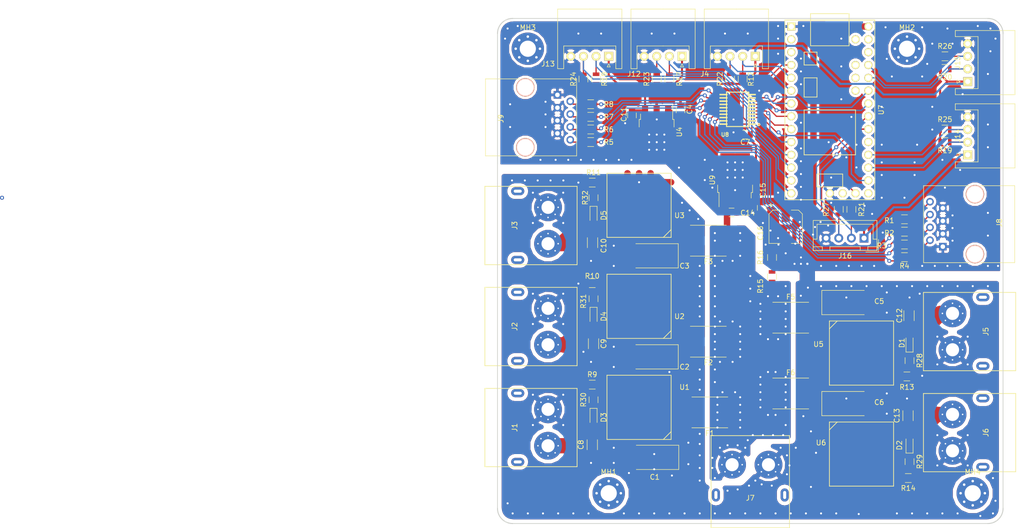
<source format=kicad_pcb>
(kicad_pcb (version 20171130) (host pcbnew "(5.0.0-3-g5ebb6b6)")
  (layers (0 F.Cu signal) (31 B.Cu signal) (34 B.Paste user) (35 F.Paste user) (36 B.SilkS user) (37 F.SilkS user) (38 B.Mask user) (39 F.Mask user hide) (44 Edge.Cuts user))
  (net 0 "")
  (net 1 "Net-(U1-Pad1)")
  (net 2 "Net-(U1-Pad5)")
  (net 3 "Net-(U1-Pad10)")
  (net 4 "Net-(U1-Pad9)")
  (net 5 "Net-(U2-Pad1)")
  (net 6 "Net-(U2-Pad5)")
  (net 7 "Net-(U2-Pad10)")
  (net 8 "Net-(U2-Pad9)")
  (net 9 "Net-(U3-Pad1)")
  (net 10 "Net-(U3-Pad10)")
  (net 11 "Net-(U3-Pad9)")
  (net 12 "Net-(U3-Pad5)")
  (net 13 "Net-(U5-Pad1)")
  (net 14 "Net-(U5-Pad10)")
  (net 15 "Net-(U5-Pad9)")
  (net 16 "Net-(U5-Pad5)")
  (net 17 GND)
  (net 18 "Net-(U6-Pad10)")
  (net 19 "Net-(U6-Pad9)")
  (net 20 "Net-(U6-Pad5)")
  (net 21 "Net-(U6-Pad1)")
  (net 22 "Net-(U7-Pad18)")
  (net 23 "Net-(U7-Pad34)")
  (net 24 "Net-(U7-Pad35)")
  (net 25 "Net-(U7-Pad36)")
  (net 26 "Net-(U7-Pad37)")
  (net 27 "Net-(C1-Pad1)")
  (net 28 "Net-(C2-Pad1)")
  (net 29 "Net-(C3-Pad1)")
  (net 30 "Net-(C5-Pad1)")
  (net 31 "Net-(C6-Pad1)")
  (net 32 "Net-(R8-Pad2)")
  (net 33 "Net-(J9-Pad8)")
  (net 34 "Net-(J9-Pad6)")
  (net 35 "Net-(R7-Pad2)")
  (net 36 "Net-(R6-Pad2)")
  (net 37 "Net-(J9-Pad4)")
  (net 38 "Net-(J9-Pad2)")
  (net 39 "Net-(R5-Pad2)")
  (net 40 "Net-(R4-Pad2)")
  (net 41 "Net-(J8-Pad8)")
  (net 42 "Net-(J8-Pad6)")
  (net 43 "Net-(R3-Pad2)")
  (net 44 "Net-(R2-Pad2)")
  (net 45 "Net-(J8-Pad4)")
  (net 46 "Net-(J8-Pad2)")
  (net 47 "Net-(R1-Pad2)")
  (net 48 +5V)
  (net 49 PIN5)
  (net 50 PIN21)
  (net 51 PIN20)
  (net 52 PIN2)
  (net 53 PIN14)
  (net 54 PIN7)
  (net 55 PIN8)
  (net 56 PIN6)
  (net 57 PIN12)
  (net 58 PIN11)
  (net 59 PIN10)
  (net 60 PIN9)
  (net 61 PIN4)
  (net 62 PIN3)
  (net 63 PIN1)
  (net 64 PIN0)
  (net 65 PIN13)
  (net 66 PIN15)
  (net 67 PIN16)
  (net 68 PIN17)
  (net 69 PIN18)
  (net 70 PIN19)
  (net 71 PIN22)
  (net 72 PIN23)
  (net 73 +3V3)
  (net 74 AGND)
  (net 75 "Net-(R14-Pad1)")
  (net 76 "Net-(R13-Pad1)")
  (net 77 "Net-(R11-Pad1)")
  (net 78 "Net-(R10-Pad1)")
  (net 79 "Net-(R9-Pad1)")
  (net 80 "Net-(C8-Pad2)")
  (net 81 "Net-(C9-Pad1)")
  (net 82 "Net-(C10-Pad1)")
  (net 83 "Net-(C12-Pad1)")
  (net 84 "Net-(C13-Pad1)")
  (net 85 VIN)
  (net 86 BATT_LEVEL)
  (net 87 3.3V_TEENSY)
  (net 88 "Net-(MH3-Pad1)")
  (net 89 "Net-(MH1-Pad1)")
  (net 90 "Net-(MH2-Pad1)")
  (net 91 "Net-(MH4-Pad1)")
  (net 92 "Net-(D5-Pad1)")
  (net 93 "Net-(D4-Pad1)")
  (net 94 "Net-(D3-Pad1)")
  (net 95 "Net-(D2-Pad1)")
  (net 96 "Net-(D1-Pad1)")
  (module "LED suit power:XT-60" (layer F.Cu) (at 150 188.35 180)
    (fp_text reference J7 (at 0 -6.6 180) (layer F.SilkS))
    (fp_text value XT-60)
    (pad 2 thru_hole circle (at -5 1.4 180) (size 1 1) (drill 0.3) (layers *.Cu *.Mask) (net 17 GND))
    (pad 2 thru_hole circle (at -2.2 1.4 180) (size 1 1) (drill 0.3) (layers *.Cu *.Mask) (net 17 GND))
    (pad 2 thru_hole circle (at -2.2 -1.4 180) (size 1 1) (drill 0.3) (layers *.Cu *.Mask) (net 17 GND))
    (pad 2 thru_hole circle (at -5 -1.4 180) (size 1 1) (drill 0.3) (layers *.Cu *.Mask) (net 17 GND))
    (pad 2 thru_hole circle (at -5.6 0 180) (size 1 1) (drill 0.3) (layers *.Cu *.Mask) (net 17 GND))
    (pad 2 thru_hole circle (at -1.6 0 180) (size 1 1) (drill 0.3) (layers *.Cu *.Mask) (net 17 GND))
    (pad 2 thru_hole circle (at -3.6 2 180) (size 1 1) (drill 0.3) (layers *.Cu *.Mask) (net 17 GND))
    (pad 2 thru_hole circle (at -3.6 -2 180) (size 1 1) (drill 0.3) (layers *.Cu *.Mask) (net 17 GND))
    (pad "" thru_hole oval (at -6.8 -6 180) (size 1.6 2.6) (drill oval 0.6 1.6) (layers *.Cu *.Mask))
    (pad "" thru_hole oval (at 6.8 -6 180) (size 1.6 2.6) (drill oval 0.6 1.6) (layers *.Cu *.Mask))
    (pad 1 thru_hole circle (at 2.2 -1.4 180) (size 1 1) (drill 0.3) (layers *.Cu *.Mask) (net 85 VIN))
    (pad 1 thru_hole circle (at 2.2 1.4 180) (size 1 1) (drill 0.3) (layers *.Cu *.Mask) (net 85 VIN))
    (pad 1 thru_hole circle (at 5 1.4 180) (size 1 1) (drill 0.3) (layers *.Cu *.Mask) (net 85 VIN))
    (pad 1 thru_hole circle (at 5 -1.4 180) (size 1 1) (drill 0.3) (layers *.Cu *.Mask) (net 85 VIN))
    (pad 1 thru_hole circle (at 3.6 -2 180) (size 1 1) (drill 0.3) (layers *.Cu *.Mask) (net 85 VIN))
    (pad 1 thru_hole circle (at 3.6 2 180) (size 1 1) (drill 0.3) (layers *.Cu *.Mask) (net 85 VIN))
    (pad 1 thru_hole circle (at 5.6 0 180) (size 1 1) (drill 0.3) (layers *.Cu *.Mask) (net 85 VIN))
    (pad 1 thru_hole circle (at 1.6 0 180) (size 1 1) (drill 0.3) (layers *.Cu *.Mask) (net 85 VIN))
    (pad 2 thru_hole circle (at -3.6 0 180) (size 5.5 5.5) (drill 2.6) (layers *.Cu *.Mask) (net 17 GND))
    (pad 1 thru_hole circle (at 3.6 0 180) (size 5.5 5.5) (drill 2.6) (layers *.Cu *.Mask) (net 85 VIN))
  )
  (module "LED suit power:XT-60flipped" (layer F.Cu) (at 110 181 90)
    (fp_text reference J1 (at 0 -6.6 90) (layer F.SilkS))
    (fp_text value XT-60)
    (pad 2 thru_hole circle (at 2.2 1.4 90) (size 1 1) (drill 0.3) (layers *.Cu *.Mask) (net 17 GND))
    (pad 2 thru_hole circle (at 5 1.4 90) (size 1 1) (drill 0.3) (layers *.Cu *.Mask) (net 17 GND))
    (pad 2 thru_hole circle (at 5 -1.4 90) (size 1 1) (drill 0.3) (layers *.Cu *.Mask) (net 17 GND))
    (pad 2 thru_hole circle (at 2.2 -1.4 90) (size 1 1) (drill 0.3) (layers *.Cu *.Mask) (net 17 GND))
    (pad 2 thru_hole circle (at 1.6 0 90) (size 1 1) (drill 0.3) (layers *.Cu *.Mask) (net 17 GND))
    (pad 2 thru_hole circle (at 5.6 0 90) (size 1 1) (drill 0.3) (layers *.Cu *.Mask) (net 17 GND))
    (pad 2 thru_hole circle (at 3.6 2 90) (size 1 1) (drill 0.3) (layers *.Cu *.Mask) (net 17 GND))
    (pad 2 thru_hole circle (at 3.6 -2 90) (size 1 1) (drill 0.3) (layers *.Cu *.Mask) (net 17 GND))
    (pad "" thru_hole oval (at -6.8 -6 90) (size 1.6 2.6) (drill oval 0.6 1.6) (layers *.Cu *.Mask))
    (pad "" thru_hole oval (at 6.8 -6 90) (size 1.6 2.6) (drill oval 0.6 1.6) (layers *.Cu *.Mask))
    (pad 1 thru_hole circle (at -5 -1.4 90) (size 1 1) (drill 0.3) (layers *.Cu *.Mask) (net 80 "Net-(C8-Pad2)"))
    (pad 1 thru_hole circle (at -5 1.4 90) (size 1 1) (drill 0.3) (layers *.Cu *.Mask) (net 80 "Net-(C8-Pad2)"))
    (pad 1 thru_hole circle (at -2.2 1.4 90) (size 1 1) (drill 0.3) (layers *.Cu *.Mask) (net 80 "Net-(C8-Pad2)"))
    (pad 1 thru_hole circle (at -2.2 -1.4 90) (size 1 1) (drill 0.3) (layers *.Cu *.Mask) (net 80 "Net-(C8-Pad2)"))
    (pad 1 thru_hole circle (at -3.6 -2 90) (size 1 1) (drill 0.3) (layers *.Cu *.Mask) (net 80 "Net-(C8-Pad2)"))
    (pad 1 thru_hole circle (at -3.6 2 90) (size 1 1) (drill 0.3) (layers *.Cu *.Mask) (net 80 "Net-(C8-Pad2)"))
    (pad 1 thru_hole circle (at -1.6 0 90) (size 1 1) (drill 0.3) (layers *.Cu *.Mask) (net 80 "Net-(C8-Pad2)"))
    (pad 1 thru_hole circle (at -5.6 0 90) (size 1 1) (drill 0.3) (layers *.Cu *.Mask) (net 80 "Net-(C8-Pad2)"))
    (pad 2 thru_hole circle (at 3.6 0 90) (size 5.5 5.5) (drill 2.6) (layers *.Cu *.Mask) (net 17 GND))
    (pad 1 thru_hole circle (at -3.6 0 90) (size 5.5 5.5) (drill 2.6) (layers *.Cu *.Mask) (net 80 "Net-(C8-Pad2)"))
  )
  (module "LED suit power:XT-60flipped" (layer F.Cu) (at 110 161 90)
    (fp_text reference J2 (at 0 -6.6 90) (layer F.SilkS))
    (fp_text value XT-60)
    (pad 1 thru_hole circle (at -3.6 0 90) (size 5.5 5.5) (drill 2.6) (layers *.Cu *.Mask) (net 81 "Net-(C9-Pad1)"))
    (pad 2 thru_hole circle (at 3.6 0 90) (size 5.5 5.5) (drill 2.6) (layers *.Cu *.Mask) (net 17 GND))
    (pad 1 thru_hole circle (at -5.6 0 90) (size 1 1) (drill 0.3) (layers *.Cu *.Mask) (net 81 "Net-(C9-Pad1)"))
    (pad 1 thru_hole circle (at -1.6 0 90) (size 1 1) (drill 0.3) (layers *.Cu *.Mask) (net 81 "Net-(C9-Pad1)"))
    (pad 1 thru_hole circle (at -3.6 2 90) (size 1 1) (drill 0.3) (layers *.Cu *.Mask) (net 81 "Net-(C9-Pad1)"))
    (pad 1 thru_hole circle (at -3.6 -2 90) (size 1 1) (drill 0.3) (layers *.Cu *.Mask) (net 81 "Net-(C9-Pad1)"))
    (pad 1 thru_hole circle (at -2.2 -1.4 90) (size 1 1) (drill 0.3) (layers *.Cu *.Mask) (net 81 "Net-(C9-Pad1)"))
    (pad 1 thru_hole circle (at -2.2 1.4 90) (size 1 1) (drill 0.3) (layers *.Cu *.Mask) (net 81 "Net-(C9-Pad1)"))
    (pad 1 thru_hole circle (at -5 1.4 90) (size 1 1) (drill 0.3) (layers *.Cu *.Mask) (net 81 "Net-(C9-Pad1)"))
    (pad 1 thru_hole circle (at -5 -1.4 90) (size 1 1) (drill 0.3) (layers *.Cu *.Mask) (net 81 "Net-(C9-Pad1)"))
    (pad "" thru_hole oval (at 6.8 -6 90) (size 1.6 2.6) (drill oval 0.6 1.6) (layers *.Cu *.Mask))
    (pad "" thru_hole oval (at -6.8 -6 90) (size 1.6 2.6) (drill oval 0.6 1.6) (layers *.Cu *.Mask))
    (pad 2 thru_hole circle (at 3.6 -2 90) (size 1 1) (drill 0.3) (layers *.Cu *.Mask) (net 17 GND))
    (pad 2 thru_hole circle (at 3.6 2 90) (size 1 1) (drill 0.3) (layers *.Cu *.Mask) (net 17 GND))
    (pad 2 thru_hole circle (at 5.6 0 90) (size 1 1) (drill 0.3) (layers *.Cu *.Mask) (net 17 GND))
    (pad 2 thru_hole circle (at 1.6 0 90) (size 1 1) (drill 0.3) (layers *.Cu *.Mask) (net 17 GND))
    (pad 2 thru_hole circle (at 2.2 -1.4 90) (size 1 1) (drill 0.3) (layers *.Cu *.Mask) (net 17 GND))
    (pad 2 thru_hole circle (at 5 -1.4 90) (size 1 1) (drill 0.3) (layers *.Cu *.Mask) (net 17 GND))
    (pad 2 thru_hole circle (at 5 1.4 90) (size 1 1) (drill 0.3) (layers *.Cu *.Mask) (net 17 GND))
    (pad 2 thru_hole circle (at 2.2 1.4 90) (size 1 1) (drill 0.3) (layers *.Cu *.Mask) (net 17 GND))
  )
  (module "LED suit power:XT-60flipped" (layer F.Cu) (at 110 141 90)
    (fp_text reference J3 (at 0 -6.6 90) (layer F.SilkS))
    (fp_text value XT-60)
    (pad 2 thru_hole circle (at 2.2 1.4 90) (size 1 1) (drill 0.3) (layers *.Cu *.Mask) (net 17 GND))
    (pad 2 thru_hole circle (at 5 1.4 90) (size 1 1) (drill 0.3) (layers *.Cu *.Mask) (net 17 GND))
    (pad 2 thru_hole circle (at 5 -1.4 90) (size 1 1) (drill 0.3) (layers *.Cu *.Mask) (net 17 GND))
    (pad 2 thru_hole circle (at 2.2 -1.4 90) (size 1 1) (drill 0.3) (layers *.Cu *.Mask) (net 17 GND))
    (pad 2 thru_hole circle (at 1.6 0 90) (size 1 1) (drill 0.3) (layers *.Cu *.Mask) (net 17 GND))
    (pad 2 thru_hole circle (at 5.6 0 90) (size 1 1) (drill 0.3) (layers *.Cu *.Mask) (net 17 GND))
    (pad 2 thru_hole circle (at 3.6 2 90) (size 1 1) (drill 0.3) (layers *.Cu *.Mask) (net 17 GND))
    (pad 2 thru_hole circle (at 3.6 -2 90) (size 1 1) (drill 0.3) (layers *.Cu *.Mask) (net 17 GND))
    (pad "" thru_hole oval (at -6.8 -6 90) (size 1.6 2.6) (drill oval 0.6 1.6) (layers *.Cu *.Mask))
    (pad "" thru_hole oval (at 6.8 -6 90) (size 1.6 2.6) (drill oval 0.6 1.6) (layers *.Cu *.Mask))
    (pad 1 thru_hole circle (at -5 -1.4 90) (size 1 1) (drill 0.3) (layers *.Cu *.Mask) (net 82 "Net-(C10-Pad1)"))
    (pad 1 thru_hole circle (at -5 1.4 90) (size 1 1) (drill 0.3) (layers *.Cu *.Mask) (net 82 "Net-(C10-Pad1)"))
    (pad 1 thru_hole circle (at -2.2 1.4 90) (size 1 1) (drill 0.3) (layers *.Cu *.Mask) (net 82 "Net-(C10-Pad1)"))
    (pad 1 thru_hole circle (at -2.2 -1.4 90) (size 1 1) (drill 0.3) (layers *.Cu *.Mask) (net 82 "Net-(C10-Pad1)"))
    (pad 1 thru_hole circle (at -3.6 -2 90) (size 1 1) (drill 0.3) (layers *.Cu *.Mask) (net 82 "Net-(C10-Pad1)"))
    (pad 1 thru_hole circle (at -3.6 2 90) (size 1 1) (drill 0.3) (layers *.Cu *.Mask) (net 82 "Net-(C10-Pad1)"))
    (pad 1 thru_hole circle (at -1.6 0 90) (size 1 1) (drill 0.3) (layers *.Cu *.Mask) (net 82 "Net-(C10-Pad1)"))
    (pad 1 thru_hole circle (at -5.6 0 90) (size 1 1) (drill 0.3) (layers *.Cu *.Mask) (net 82 "Net-(C10-Pad1)"))
    (pad 2 thru_hole circle (at 3.6 0 90) (size 5.5 5.5) (drill 2.6) (layers *.Cu *.Mask) (net 17 GND))
    (pad 1 thru_hole circle (at -3.6 0 90) (size 5.5 5.5) (drill 2.6) (layers *.Cu *.Mask) (net 82 "Net-(C10-Pad1)"))
  )
  (module "LED suit power:XT-60flipped" (layer F.Cu) (at 190 162 270)
    (fp_text reference J5 (at 0 -6.6 270) (layer F.SilkS))
    (fp_text value XT-60)
    (pad 1 thru_hole circle (at -3.6 0 270) (size 5.5 5.5) (drill 2.6) (layers *.Cu *.Mask) (net 83 "Net-(C12-Pad1)"))
    (pad 2 thru_hole circle (at 3.6 0 270) (size 5.5 5.5) (drill 2.6) (layers *.Cu *.Mask) (net 17 GND))
    (pad 1 thru_hole circle (at -5.6 0 270) (size 1 1) (drill 0.3) (layers *.Cu *.Mask) (net 83 "Net-(C12-Pad1)"))
    (pad 1 thru_hole circle (at -1.6 0 270) (size 1 1) (drill 0.3) (layers *.Cu *.Mask) (net 83 "Net-(C12-Pad1)"))
    (pad 1 thru_hole circle (at -3.6 2 270) (size 1 1) (drill 0.3) (layers *.Cu *.Mask) (net 83 "Net-(C12-Pad1)"))
    (pad 1 thru_hole circle (at -3.6 -2 270) (size 1 1) (drill 0.3) (layers *.Cu *.Mask) (net 83 "Net-(C12-Pad1)"))
    (pad 1 thru_hole circle (at -2.2 -1.4 270) (size 1 1) (drill 0.3) (layers *.Cu *.Mask) (net 83 "Net-(C12-Pad1)"))
    (pad 1 thru_hole circle (at -2.2 1.4 270) (size 1 1) (drill 0.3) (layers *.Cu *.Mask) (net 83 "Net-(C12-Pad1)"))
    (pad 1 thru_hole circle (at -5 1.4 270) (size 1 1) (drill 0.3) (layers *.Cu *.Mask) (net 83 "Net-(C12-Pad1)"))
    (pad 1 thru_hole circle (at -5 -1.4 270) (size 1 1) (drill 0.3) (layers *.Cu *.Mask) (net 83 "Net-(C12-Pad1)"))
    (pad "" thru_hole oval (at 6.8 -6 270) (size 1.6 2.6) (drill oval 0.6 1.6) (layers *.Cu *.Mask))
    (pad "" thru_hole oval (at -6.8 -6 270) (size 1.6 2.6) (drill oval 0.6 1.6) (layers *.Cu *.Mask))
    (pad 2 thru_hole circle (at 3.6 -2 270) (size 1 1) (drill 0.3) (layers *.Cu *.Mask) (net 17 GND))
    (pad 2 thru_hole circle (at 3.6 2 270) (size 1 1) (drill 0.3) (layers *.Cu *.Mask) (net 17 GND))
    (pad 2 thru_hole circle (at 5.6 0 270) (size 1 1) (drill 0.3) (layers *.Cu *.Mask) (net 17 GND))
    (pad 2 thru_hole circle (at 1.6 0 270) (size 1 1) (drill 0.3) (layers *.Cu *.Mask) (net 17 GND))
    (pad 2 thru_hole circle (at 2.2 -1.4 270) (size 1 1) (drill 0.3) (layers *.Cu *.Mask) (net 17 GND))
    (pad 2 thru_hole circle (at 5 -1.4 270) (size 1 1) (drill 0.3) (layers *.Cu *.Mask) (net 17 GND))
    (pad 2 thru_hole circle (at 5 1.4 270) (size 1 1) (drill 0.3) (layers *.Cu *.Mask) (net 17 GND))
    (pad 2 thru_hole circle (at 2.2 1.4 270) (size 1 1) (drill 0.3) (layers *.Cu *.Mask) (net 17 GND))
  )
  (module "LED suit power:XT-60flipped" (layer F.Cu) (at 190 182 270)
    (fp_text reference J6 (at 0 -6.6 270) (layer F.SilkS))
    (fp_text value XT-60)
    (pad 2 thru_hole circle (at 2.2 1.4 270) (size 1 1) (drill 0.3) (layers *.Cu *.Mask) (net 17 GND))
    (pad 2 thru_hole circle (at 5 1.4 270) (size 1 1) (drill 0.3) (layers *.Cu *.Mask) (net 17 GND))
    (pad 2 thru_hole circle (at 5 -1.4 270) (size 1 1) (drill 0.3) (layers *.Cu *.Mask) (net 17 GND))
    (pad 2 thru_hole circle (at 2.2 -1.4 270) (size 1 1) (drill 0.3) (layers *.Cu *.Mask) (net 17 GND))
    (pad 2 thru_hole circle (at 1.6 0 270) (size 1 1) (drill 0.3) (layers *.Cu *.Mask) (net 17 GND))
    (pad 2 thru_hole circle (at 5.6 0 270) (size 1 1) (drill 0.3) (layers *.Cu *.Mask) (net 17 GND))
    (pad 2 thru_hole circle (at 3.6 2 270) (size 1 1) (drill 0.3) (layers *.Cu *.Mask) (net 17 GND))
    (pad 2 thru_hole circle (at 3.6 -2 270) (size 1 1) (drill 0.3) (layers *.Cu *.Mask) (net 17 GND))
    (pad "" thru_hole oval (at -6.8 -6 270) (size 1.6 2.6) (drill oval 0.6 1.6) (layers *.Cu *.Mask))
    (pad "" thru_hole oval (at 6.8 -6 270) (size 1.6 2.6) (drill oval 0.6 1.6) (layers *.Cu *.Mask))
    (pad 1 thru_hole circle (at -5 -1.4 270) (size 1 1) (drill 0.3) (layers *.Cu *.Mask) (net 84 "Net-(C13-Pad1)"))
    (pad 1 thru_hole circle (at -5 1.4 270) (size 1 1) (drill 0.3) (layers *.Cu *.Mask) (net 84 "Net-(C13-Pad1)"))
    (pad 1 thru_hole circle (at -2.2 1.4 270) (size 1 1) (drill 0.3) (layers *.Cu *.Mask) (net 84 "Net-(C13-Pad1)"))
    (pad 1 thru_hole circle (at -2.2 -1.4 270) (size 1 1) (drill 0.3) (layers *.Cu *.Mask) (net 84 "Net-(C13-Pad1)"))
    (pad 1 thru_hole circle (at -3.6 -2 270) (size 1 1) (drill 0.3) (layers *.Cu *.Mask) (net 84 "Net-(C13-Pad1)"))
    (pad 1 thru_hole circle (at -3.6 2 270) (size 1 1) (drill 0.3) (layers *.Cu *.Mask) (net 84 "Net-(C13-Pad1)"))
    (pad 1 thru_hole circle (at -1.6 0 270) (size 1 1) (drill 0.3) (layers *.Cu *.Mask) (net 84 "Net-(C13-Pad1)"))
    (pad 1 thru_hole circle (at -5.6 0 270) (size 1 1) (drill 0.3) (layers *.Cu *.Mask) (net 84 "Net-(C13-Pad1)"))
    (pad 2 thru_hole circle (at 3.6 0 270) (size 5.5 5.5) (drill 2.6) (layers *.Cu *.Mask) (net 17 GND))
    (pad 1 thru_hole circle (at -3.6 0 270) (size 5.5 5.5) (drill 2.6) (layers *.Cu *.Mask) (net 84 "Net-(C13-Pad1)"))
  )
  (module LEDs:LED_0805 (layer F.Cu) (at 181.5 184.25 90)
    (fp_text reference D2 (at -0.25 -2 90) (layer F.SilkS))
    (fp_text value LED)
    (pad 1 smd rect (at -1.1 0 270) (size 1.2 1.2) (layers F.Cu F.Paste F.Mask) (net 95 "Net-(D2-Pad1)"))
    (pad 2 smd rect (at 1.1 0 270) (size 1.2 1.2) (layers F.Cu F.Paste F.Mask) (net 84 "Net-(C13-Pad1)"))
  )
  (module LEDs:LED_0805 (layer F.Cu) (at 119 159 270)
    (fp_text reference D4 (at 0 -2 270) (layer F.SilkS))
    (fp_text value LED)
    (pad 2 smd rect (at 1.1 0 90) (size 1.2 1.2) (layers F.Cu F.Paste F.Mask) (net 81 "Net-(C9-Pad1)"))
    (pad 1 smd rect (at -1.1 0 90) (size 1.2 1.2) (layers F.Cu F.Paste F.Mask) (net 93 "Net-(D4-Pad1)"))
  )
  (module LEDs:LED_0805 (layer F.Cu) (at 119 139 270)
    (fp_text reference D5 (at 0 -2 270) (layer F.SilkS))
    (fp_text value LED)
    (pad 1 smd rect (at -1.1 0 90) (size 1.2 1.2) (layers F.Cu F.Paste F.Mask) (net 92 "Net-(D5-Pad1)"))
    (pad 2 smd rect (at 1.1 0 90) (size 1.2 1.2) (layers F.Cu F.Paste F.Mask) (net 82 "Net-(C10-Pad1)"))
  )
  (module LEDs:LED_0805 (layer F.Cu) (at 181.5 164.25 90)
    (fp_text reference D1 (at 0 -1.5 90) (layer F.SilkS))
    (fp_text value LED)
    (pad 2 smd rect (at 1.1 0 270) (size 1.2 1.2) (layers F.Cu F.Paste F.Mask) (net 83 "Net-(C12-Pad1)"))
    (pad 1 smd rect (at -1.1 0 270) (size 1.2 1.2) (layers F.Cu F.Paste F.Mask) (net 96 "Net-(D1-Pad1)"))
  )
  (module LEDs:LED_0805 (layer F.Cu) (at 119 179 270)
    (fp_text reference D3 (at 0 -2 270) (layer F.SilkS))
    (fp_text value LED)
    (pad 1 smd rect (at -1.1 0 90) (size 1.2 1.2) (layers F.Cu F.Paste F.Mask) (net 94 "Net-(D3-Pad1)"))
    (pad 2 smd rect (at 1.1 0 90) (size 1.2 1.2) (layers F.Cu F.Paste F.Mask) (net 80 "Net-(C8-Pad2)"))
  )
  (module Mounting_Holes:MountingHole_3.2mm_M3_Pad_Via (layer F.Cu) (at 194 194)
    (fp_text reference MH4 (at 0 -4.2) (layer F.SilkS))
    (fp_text value MountingHole_Pad)
    (pad 1 thru_hole circle (at 0 0) (size 6.4 6.4) (drill 3.2) (layers *.Cu *.Mask) (net 91 "Net-(MH4-Pad1)"))
    (pad 1 thru_hole circle (at 2.4 0) (size 0.8 0.8) (drill 0.5) (layers *.Cu *.Mask) (net 91 "Net-(MH4-Pad1)"))
    (pad 1 thru_hole circle (at 1.697056 1.697056) (size 0.8 0.8) (drill 0.5) (layers *.Cu *.Mask) (net 91 "Net-(MH4-Pad1)"))
    (pad 1 thru_hole circle (at 0 2.4) (size 0.8 0.8) (drill 0.5) (layers *.Cu *.Mask) (net 91 "Net-(MH4-Pad1)"))
    (pad 1 thru_hole circle (at -1.697056 1.697056) (size 0.8 0.8) (drill 0.5) (layers *.Cu *.Mask) (net 91 "Net-(MH4-Pad1)"))
    (pad 1 thru_hole circle (at -2.4 0) (size 0.8 0.8) (drill 0.5) (layers *.Cu *.Mask) (net 91 "Net-(MH4-Pad1)"))
    (pad 1 thru_hole circle (at -1.697056 -1.697056) (size 0.8 0.8) (drill 0.5) (layers *.Cu *.Mask) (net 91 "Net-(MH4-Pad1)"))
    (pad 1 thru_hole circle (at 0 -2.4) (size 0.8 0.8) (drill 0.5) (layers *.Cu *.Mask) (net 91 "Net-(MH4-Pad1)"))
    (pad 1 thru_hole circle (at 1.697056 -1.697056) (size 0.8 0.8) (drill 0.5) (layers *.Cu *.Mask) (net 91 "Net-(MH4-Pad1)"))
  )
  (module Mounting_Holes:MountingHole_3.2mm_M3_Pad_Via (layer F.Cu) (at 181 106)
    (fp_text reference MH2 (at 0 -4.2) (layer F.SilkS))
    (fp_text value MountingHole_Pad)
    (pad 1 thru_hole circle (at 1.697056 -1.697056) (size 0.8 0.8) (drill 0.5) (layers *.Cu *.Mask) (net 90 "Net-(MH2-Pad1)"))
    (pad 1 thru_hole circle (at 0 -2.4) (size 0.8 0.8) (drill 0.5) (layers *.Cu *.Mask) (net 90 "Net-(MH2-Pad1)"))
    (pad 1 thru_hole circle (at -1.697056 -1.697056) (size 0.8 0.8) (drill 0.5) (layers *.Cu *.Mask) (net 90 "Net-(MH2-Pad1)"))
    (pad 1 thru_hole circle (at -2.4 0) (size 0.8 0.8) (drill 0.5) (layers *.Cu *.Mask) (net 90 "Net-(MH2-Pad1)"))
    (pad 1 thru_hole circle (at -1.697056 1.697056) (size 0.8 0.8) (drill 0.5) (layers *.Cu *.Mask) (net 90 "Net-(MH2-Pad1)"))
    (pad 1 thru_hole circle (at 0 2.4) (size 0.8 0.8) (drill 0.5) (layers *.Cu *.Mask) (net 90 "Net-(MH2-Pad1)"))
    (pad 1 thru_hole circle (at 1.697056 1.697056) (size 0.8 0.8) (drill 0.5) (layers *.Cu *.Mask) (net 90 "Net-(MH2-Pad1)"))
    (pad 1 thru_hole circle (at 2.4 0) (size 0.8 0.8) (drill 0.5) (layers *.Cu *.Mask) (net 90 "Net-(MH2-Pad1)"))
    (pad 1 thru_hole circle (at 0 0) (size 6.4 6.4) (drill 3.2) (layers *.Cu *.Mask) (net 90 "Net-(MH2-Pad1)"))
  )
  (module Mounting_Holes:MountingHole_3.2mm_M3_Pad_Via (layer F.Cu) (at 122 194)
    (fp_text reference MH1 (at 0 -4.2) (layer F.SilkS))
    (fp_text value MountingHole_Pad)
    (pad 1 thru_hole circle (at 0 0) (size 6.4 6.4) (drill 3.2) (layers *.Cu *.Mask) (net 89 "Net-(MH1-Pad1)"))
    (pad 1 thru_hole circle (at 2.4 0) (size 0.8 0.8) (drill 0.5) (layers *.Cu *.Mask) (net 89 "Net-(MH1-Pad1)"))
    (pad 1 thru_hole circle (at 1.697056 1.697056) (size 0.8 0.8) (drill 0.5) (layers *.Cu *.Mask) (net 89 "Net-(MH1-Pad1)"))
    (pad 1 thru_hole circle (at 0 2.4) (size 0.8 0.8) (drill 0.5) (layers *.Cu *.Mask) (net 89 "Net-(MH1-Pad1)"))
    (pad 1 thru_hole circle (at -1.697056 1.697056) (size 0.8 0.8) (drill 0.5) (layers *.Cu *.Mask) (net 89 "Net-(MH1-Pad1)"))
    (pad 1 thru_hole circle (at -2.4 0) (size 0.8 0.8) (drill 0.5) (layers *.Cu *.Mask) (net 89 "Net-(MH1-Pad1)"))
    (pad 1 thru_hole circle (at -1.697056 -1.697056) (size 0.8 0.8) (drill 0.5) (layers *.Cu *.Mask) (net 89 "Net-(MH1-Pad1)"))
    (pad 1 thru_hole circle (at 0 -2.4) (size 0.8 0.8) (drill 0.5) (layers *.Cu *.Mask) (net 89 "Net-(MH1-Pad1)"))
    (pad 1 thru_hole circle (at 1.697056 -1.697056) (size 0.8 0.8) (drill 0.5) (layers *.Cu *.Mask) (net 89 "Net-(MH1-Pad1)"))
  )
  (module Mounting_Holes:MountingHole_3.2mm_M3_Pad_Via (layer F.Cu) (at 106 106)
    (fp_text reference MH3 (at 0 -4.2) (layer F.SilkS))
    (fp_text value MountingHole_Pad)
    (pad 1 thru_hole circle (at 1.697056 -1.697056) (size 0.8 0.8) (drill 0.5) (layers *.Cu *.Mask) (net 88 "Net-(MH3-Pad1)"))
    (pad 1 thru_hole circle (at 0 -2.4) (size 0.8 0.8) (drill 0.5) (layers *.Cu *.Mask) (net 88 "Net-(MH3-Pad1)"))
    (pad 1 thru_hole circle (at -1.697056 -1.697056) (size 0.8 0.8) (drill 0.5) (layers *.Cu *.Mask) (net 88 "Net-(MH3-Pad1)"))
    (pad 1 thru_hole circle (at -2.4 0) (size 0.8 0.8) (drill 0.5) (layers *.Cu *.Mask) (net 88 "Net-(MH3-Pad1)"))
    (pad 1 thru_hole circle (at -1.697056 1.697056) (size 0.8 0.8) (drill 0.5) (layers *.Cu *.Mask) (net 88 "Net-(MH3-Pad1)"))
    (pad 1 thru_hole circle (at 0 2.4) (size 0.8 0.8) (drill 0.5) (layers *.Cu *.Mask) (net 88 "Net-(MH3-Pad1)"))
    (pad 1 thru_hole circle (at 1.697056 1.697056) (size 0.8 0.8) (drill 0.5) (layers *.Cu *.Mask) (net 88 "Net-(MH3-Pad1)"))
    (pad 1 thru_hole circle (at 2.4 0) (size 0.8 0.8) (drill 0.5) (layers *.Cu *.Mask) (net 88 "Net-(MH3-Pad1)"))
    (pad 1 thru_hole circle (at 0 0) (size 6.4 6.4) (drill 3.2) (layers *.Cu *.Mask) (net 88 "Net-(MH3-Pad1)"))
  )
  (module Resistors_SMD:R_0805 (layer F.Cu) (at 181.5 167.75 270)
    (fp_text reference R28 (at 0 -2 270) (layer F.SilkS))
    (fp_text value R_Small)
    (pad 2 smd rect (at 0.95 0 270) (size 0.7 1.3) (layers F.Cu F.Paste F.Mask) (net 17 GND))
    (pad 1 smd rect (at -0.95 0 270) (size 0.7 1.3) (layers F.Cu F.Paste F.Mask) (net 96 "Net-(D1-Pad1)"))
  )
  (module Resistors_SMD:R_0805 (layer F.Cu) (at 181.5 187.75 270)
    (fp_text reference R29 (at 0 -2 270) (layer F.SilkS))
    (fp_text value R_Small)
    (pad 1 smd rect (at -0.95 0 270) (size 0.7 1.3) (layers F.Cu F.Paste F.Mask) (net 95 "Net-(D2-Pad1)"))
    (pad 2 smd rect (at 0.95 0 270) (size 0.7 1.3) (layers F.Cu F.Paste F.Mask) (net 17 GND))
  )
  (module Resistors_SMD:R_0805 (layer F.Cu) (at 119 175.5 90)
    (fp_text reference R30 (at 0 -2 90) (layer F.SilkS))
    (fp_text value R_Small)
    (pad 2 smd rect (at 0.95 0 90) (size 0.7 1.3) (layers F.Cu F.Paste F.Mask) (net 17 GND))
    (pad 1 smd rect (at -0.95 0 90) (size 0.7 1.3) (layers F.Cu F.Paste F.Mask) (net 94 "Net-(D3-Pad1)"))
  )
  (module Resistors_SMD:R_0805 (layer F.Cu) (at 119 155.5 90)
    (fp_text reference R31 (at -0.5 -2 90) (layer F.SilkS))
    (fp_text value R_Small)
    (pad 1 smd rect (at -0.95 0 90) (size 0.7 1.3) (layers F.Cu F.Paste F.Mask) (net 93 "Net-(D4-Pad1)"))
    (pad 2 smd rect (at 0.95 0 90) (size 0.7 1.3) (layers F.Cu F.Paste F.Mask) (net 17 GND))
  )
  (module Resistors_SMD:R_0805 (layer F.Cu) (at 119 135.5 90)
    (fp_text reference R32 (at 0 -1.65 90) (layer F.SilkS))
    (fp_text value R_Small)
    (pad 2 smd rect (at 0.95 0 90) (size 0.7 1.3) (layers F.Cu F.Paste F.Mask) (net 17 GND))
    (pad 1 smd rect (at -0.95 0 90) (size 0.7 1.3) (layers F.Cu F.Paste F.Mask) (net 92 "Net-(D5-Pad1)"))
  )
  (module "LED suit power:Teensy32_mine" (layer F.Cu) (at 165.735 118.11 270)
    (fp_text reference U7 (at 0 -10.16 270) (layer F.SilkS))
    (fp_text value Teensy3.2)
    (pad 17 thru_hole circle (at 16.51 0 270) (size 1.6 1.6) (drill 1.1) (layers *.Cu *.Mask F.SilkS) (net 17 GND))
    (pad 18 thru_hole circle (at 16.51 -2.54 270) (size 1.6 1.6) (drill 1.1) (layers *.Cu *.Mask F.SilkS) (net 22 "Net-(U7-Pad18)"))
    (pad 19 thru_hole circle (at 16.51 -5.08 270) (size 1.6 1.6) (drill 1.1) (layers *.Cu *.Mask F.SilkS) (net 86 BATT_LEVEL))
    (pad 20 thru_hole circle (at 16.51 -7.62 270) (size 1.6 1.6) (drill 1.1) (layers *.Cu *.Mask F.SilkS) (net 65 PIN13))
    (pad 14 thru_hole circle (at 16.51 7.62 270) (size 1.6 1.6) (drill 1.1) (layers *.Cu *.Mask F.SilkS) (net 57 PIN12))
    (pad 21 thru_hole circle (at 13.97 -7.62 270) (size 1.6 1.6) (drill 1.1) (layers *.Cu *.Mask F.SilkS) (net 53 PIN14))
    (pad 22 thru_hole circle (at 11.43 -7.62 270) (size 1.6 1.6) (drill 1.1) (layers *.Cu *.Mask F.SilkS) (net 66 PIN15))
    (pad 23 thru_hole circle (at 8.89 -7.62 270) (size 1.6 1.6) (drill 1.1) (layers *.Cu *.Mask F.SilkS) (net 67 PIN16))
    (pad 24 thru_hole circle (at 6.35 -7.62 270) (size 1.6 1.6) (drill 1.1) (layers *.Cu *.Mask F.SilkS) (net 68 PIN17))
    (pad 25 thru_hole circle (at 3.81 -7.62 270) (size 1.6 1.6) (drill 1.1) (layers *.Cu *.Mask F.SilkS) (net 69 PIN18))
    (pad 26 thru_hole circle (at 1.27 -7.62 270) (size 1.6 1.6) (drill 1.1) (layers *.Cu *.Mask F.SilkS) (net 70 PIN19))
    (pad 27 thru_hole circle (at -1.27 -7.62 270) (size 1.6 1.6) (drill 1.1) (layers *.Cu *.Mask F.SilkS) (net 51 PIN20))
    (pad 28 thru_hole circle (at -3.81 -7.62 270) (size 1.6 1.6) (drill 1.1) (layers *.Cu *.Mask F.SilkS) (net 50 PIN21))
    (pad 29 thru_hole circle (at -6.35 -7.62 270) (size 1.6 1.6) (drill 1.1) (layers *.Cu *.Mask F.SilkS) (net 71 PIN22))
    (pad 30 thru_hole circle (at -8.89 -7.62 270) (size 1.6 1.6) (drill 1.1) (layers *.Cu *.Mask F.SilkS) (net 72 PIN23))
    (pad 31 thru_hole circle (at -11.43 -7.62 270) (size 1.6 1.6) (drill 1.1) (layers *.Cu *.Mask F.SilkS) (net 87 3.3V_TEENSY))
    (pad 32 thru_hole circle (at -13.97 -7.62 270) (size 1.6 1.6) (drill 1.1) (layers *.Cu *.Mask F.SilkS) (net 74 AGND))
    (pad 33 thru_hole circle (at -16.51 -7.62 270) (size 1.6 1.6) (drill 1.1) (layers *.Cu *.Mask F.SilkS) (net 48 +5V))
    (pad 34 thru_hole circle (at -13.97 -5.08 270) (size 1.6 1.6) (drill 1.1) (layers *.Cu *.Mask F.SilkS) (net 23 "Net-(U7-Pad34)"))
    (pad 35 thru_hole circle (at -8.89 -5.08 270) (size 1.6 1.6) (drill 1.1) (layers *.Cu *.Mask F.SilkS) (net 24 "Net-(U7-Pad35)"))
    (pad 36 thru_hole circle (at -6.35 -5.08 270) (size 1.6 1.6) (drill 1.1) (layers *.Cu *.Mask F.SilkS) (net 25 "Net-(U7-Pad36)"))
    (pad 37 thru_hole circle (at -3.81 -5.08 270) (size 1.6 1.6) (drill 1.1) (layers *.Cu *.Mask F.SilkS) (net 26 "Net-(U7-Pad37)"))
    (pad 13 thru_hole circle (at 13.97 7.62 270) (size 1.6 1.6) (drill 1.1) (layers *.Cu *.Mask F.SilkS) (net 58 PIN11))
    (pad 12 thru_hole circle (at 11.43 7.62 270) (size 1.6 1.6) (drill 1.1) (layers *.Cu *.Mask F.SilkS) (net 59 PIN10))
    (pad 11 thru_hole circle (at 8.89 7.62 270) (size 1.6 1.6) (drill 1.1) (layers *.Cu *.Mask F.SilkS) (net 60 PIN9))
    (pad 10 thru_hole circle (at 6.35 7.62 270) (size 1.6 1.6) (drill 1.1) (layers *.Cu *.Mask F.SilkS) (net 55 PIN8))
    (pad 9 thru_hole circle (at 3.81 7.62 270) (size 1.6 1.6) (drill 1.1) (layers *.Cu *.Mask F.SilkS) (net 54 PIN7))
    (pad 8 thru_hole circle (at 1.27 7.62 270) (size 1.6 1.6) (drill 1.1) (layers *.Cu *.Mask F.SilkS) (net 56 PIN6))
    (pad 7 thru_hole circle (at -1.27 7.62 270) (size 1.6 1.6) (drill 1.1) (layers *.Cu *.Mask F.SilkS) (net 49 PIN5))
    (pad 6 thru_hole circle (at -3.81 7.62 270) (size 1.6 1.6) (drill 1.1) (layers *.Cu *.Mask F.SilkS) (net 61 PIN4))
    (pad 5 thru_hole circle (at -6.35 7.62 270) (size 1.6 1.6) (drill 1.1) (layers *.Cu *.Mask F.SilkS) (net 62 PIN3))
    (pad 4 thru_hole circle (at -8.89 7.62 270) (size 1.6 1.6) (drill 1.1) (layers *.Cu *.Mask F.SilkS) (net 52 PIN2))
    (pad 3 thru_hole circle (at -11.43 7.62 270) (size 1.6 1.6) (drill 1.1) (layers *.Cu *.Mask F.SilkS) (net 63 PIN1))
    (pad 2 thru_hole circle (at -13.97 7.62 270) (size 1.6 1.6) (drill 1.1) (layers *.Cu *.Mask F.SilkS) (net 64 PIN0))
    (pad 1 thru_hole rect (at -16.51 7.62 270) (size 1.6 1.6) (drill 1.1) (layers *.Cu *.Mask F.SilkS) (net 17 GND))
  )
  (module Capacitors_SMD:CP_Elec_6.3x5.8 (layer F.Cu) (at 157 141.25 270)
    (fp_text reference C16 (at 1.25 5 270) (layer F.SilkS))
    (fp_text value CP_Small)
    (fp_text user + (at -4.28 3.01 270) (layer F.SilkS))
    (pad 2 smd rect (at 2.7 0 90) (size 3.5 1.6) (layers F.Cu F.Paste F.Mask) (net 17 GND))
    (pad 1 smd rect (at -2.7 0 90) (size 3.5 1.6) (layers F.Cu F.Paste F.Mask) (net 48 +5V))
  )
  (module Resistors_SMD:R_0805 (layer F.Cu) (at 170 137.8 90)
    (fp_text reference R21 (at 0 2 90) (layer F.SilkS))
    (fp_text value 1k)
    (pad 1 smd rect (at -0.95 0 90) (size 0.7 1.3) (layers F.Cu F.Paste F.Mask) (net 69 PIN18))
    (pad 2 smd rect (at 0.95 0 90) (size 0.7 1.3) (layers F.Cu F.Paste F.Mask) (net 73 +3V3))
  )
  (module Resistors_SMD:R_0805 (layer F.Cu) (at 131.5 112 270)
    (fp_text reference R23 (at 0 2 270) (layer F.SilkS))
    (fp_text value 1k)
    (pad 2 smd rect (at 0.95 0 270) (size 0.7 1.3) (layers F.Cu F.Paste F.Mask) (net 73 +3V3))
    (pad 1 smd rect (at -0.95 0 270) (size 0.7 1.3) (layers F.Cu F.Paste F.Mask) (net 59 PIN10))
  )
  (module Resistors_SMD:R_0805 (layer F.Cu) (at 146 112 270)
    (fp_text reference R22 (at 0 2 270) (layer F.SilkS))
    (fp_text value 1k)
    (pad 1 smd rect (at -0.95 0 270) (size 0.7 1.3) (layers F.Cu F.Paste F.Mask) (net 61 PIN4))
    (pad 2 smd rect (at 0.95 0 270) (size 0.7 1.3) (layers F.Cu F.Paste F.Mask) (net 73 +3V3))
  )
  (module Resistors_SMD:R_0805 (layer F.Cu) (at 148.5 112 270)
    (fp_text reference R12 (at 0 -1.65 270) (layer F.SilkS))
    (fp_text value 1k)
    (pad 2 smd rect (at 0.95 0 270) (size 0.7 1.3) (layers F.Cu F.Paste F.Mask) (net 73 +3V3))
    (pad 1 smd rect (at -0.95 0 270) (size 0.7 1.3) (layers F.Cu F.Paste F.Mask) (net 62 PIN3))
  )
  (module Resistors_SMD:R_0805 (layer F.Cu) (at 117 112 270)
    (fp_text reference R24 (at 0 2 270) (layer F.SilkS))
    (fp_text value 1k)
    (pad 1 smd rect (at -0.95 0 270) (size 0.7 1.3) (layers F.Cu F.Paste F.Mask) (net 57 PIN12))
    (pad 2 smd rect (at 0.95 0 270) (size 0.7 1.3) (layers F.Cu F.Paste F.Mask) (net 73 +3V3))
  )
  (module Resistors_SMD:R_0805 (layer F.Cu) (at 188.5 122 180)
    (fp_text reference R25 (at 0 2 180) (layer F.SilkS))
    (fp_text value 1k)
    (pad 2 smd rect (at 0.95 0 180) (size 0.7 1.3) (layers F.Cu F.Paste F.Mask) (net 73 +3V3))
    (pad 1 smd rect (at -0.95 0 180) (size 0.7 1.3) (layers F.Cu F.Paste F.Mask) (net 67 PIN16))
  )
  (module Resistors_SMD:R_0805 (layer F.Cu) (at 188.5 107.5 180)
    (fp_text reference R26 (at 0 2 180) (layer F.SilkS))
    (fp_text value 1k)
    (pad 1 smd rect (at -0.95 0 180) (size 0.7 1.3) (layers F.Cu F.Paste F.Mask) (net 72 PIN23))
    (pad 2 smd rect (at 0.95 0 180) (size 0.7 1.3) (layers F.Cu F.Paste F.Mask) (net 73 +3V3))
  )
  (module Resistors_SMD:R_0805 (layer F.Cu) (at 167.5 137.8 90)
    (fp_text reference R27 (at 0 -2.5 90) (layer F.SilkS))
    (fp_text value 1k)
    (pad 2 smd rect (at 0.95 0 90) (size 0.7 1.3) (layers F.Cu F.Paste F.Mask) (net 73 +3V3))
    (pad 1 smd rect (at -0.95 0 90) (size 0.7 1.3) (layers F.Cu F.Paste F.Mask) (net 70 PIN19))
  )
  (module Resistors_SMD:R_0805 (layer F.Cu) (at 134 112 270)
    (fp_text reference R17 (at 0 -2 270) (layer F.SilkS))
    (fp_text value 1k)
    (pad 1 smd rect (at -0.95 0 270) (size 0.7 1.3) (layers F.Cu F.Paste F.Mask) (net 60 PIN9))
    (pad 2 smd rect (at 0.95 0 270) (size 0.7 1.3) (layers F.Cu F.Paste F.Mask) (net 73 +3V3))
  )
  (module Resistors_SMD:R_0805 (layer F.Cu) (at 119.5 112 270)
    (fp_text reference R18 (at 0 -1.65 270) (layer F.SilkS))
    (fp_text value 1k)
    (pad 2 smd rect (at 0.95 0 270) (size 0.7 1.3) (layers F.Cu F.Paste F.Mask) (net 73 +3V3))
    (pad 1 smd rect (at -0.95 0 270) (size 0.7 1.3) (layers F.Cu F.Paste F.Mask) (net 58 PIN11))
  )
  (module Resistors_SMD:R_0805 (layer F.Cu) (at 188.5 124.5 180)
    (fp_text reference R19 (at 0 -1.65 180) (layer F.SilkS))
    (fp_text value 1k)
    (pad 1 smd rect (at -0.95 0 180) (size 0.7 1.3) (layers F.Cu F.Paste F.Mask) (net 66 PIN15))
    (pad 2 smd rect (at 0.95 0 180) (size 0.7 1.3) (layers F.Cu F.Paste F.Mask) (net 73 +3V3))
  )
  (module Resistors_SMD:R_0805 (layer F.Cu) (at 188.5 110 180)
    (fp_text reference R20 (at 0 -1.65 180) (layer F.SilkS))
    (fp_text value 1k)
    (pad 2 smd rect (at 0.95 0 180) (size 0.7 1.3) (layers F.Cu F.Paste F.Mask) (net 73 +3V3))
    (pad 1 smd rect (at -0.95 0 180) (size 0.7 1.3) (layers F.Cu F.Paste F.Mask) (net 71 PIN22))
  )
  (module Capacitors_SMD:C_0805 (layer F.Cu) (at 126.6 119.2 270)
    (fp_text reference C11 (at -0.2 1.6 270) (layer F.SilkS))
    (fp_text value 0.1uF)
    (pad 1 smd rect (at -1 0 270) (size 1 1.25) (layers F.Cu F.Paste F.Mask) (net 73 +3V3))
    (pad 2 smd rect (at 1 0 270) (size 1 1.25) (layers F.Cu F.Paste F.Mask) (net 17 GND))
  )
  (module Capacitors_SMD:C_0805 (layer F.Cu) (at 136.2 118.2 90)
    (fp_text reference C4 (at 0.2 1.8 90) (layer F.SilkS))
    (fp_text value 0.33uF)
    (pad 2 smd rect (at 1 0 90) (size 1 1.25) (layers F.Cu F.Paste F.Mask) (net 17 GND))
    (pad 1 smd rect (at -1 0 90) (size 1 1.25) (layers F.Cu F.Paste F.Mask) (net 85 VIN))
  )
  (module TO_SOT_Packages_SMD:TO-252-3_TabPin2 (layer F.Cu) (at 131.474999 122.475001 270)
    (fp_text reference U4 (at 0 -4.5 270) (layer F.SilkS))
    (fp_text value L7833)
    (pad 2 smd rect (at 0.425 1.525 270) (size 3.05 2.75) (layers F.Cu F.Paste) (net 17 GND))
    (pad 2 smd rect (at 3.775 -1.525 270) (size 3.05 2.75) (layers F.Cu F.Paste) (net 17 GND) (thermal_gap 0.5))
    (pad 2 smd rect (at 0.425 -1.525 270) (size 3.05 2.75) (layers F.Cu F.Paste) (net 17 GND) (thermal_gap 0.5))
    (pad 2 smd rect (at 3.775 1.525 270) (size 3.05 2.75) (layers F.Cu F.Paste) (net 17 GND))
    (pad 2 smd rect (at 2.1 0 270) (size 6.4 5.8) (layers F.Cu F.Mask) (net 17 GND) (thermal_gap 0.5))
    (pad 3 smd rect (at -4.2 2.28 270) (size 2.2 1.2) (layers F.Cu F.Paste F.Mask) (net 73 +3V3))
    (pad 2 smd rect (at -4.2 0 270) (size 2.2 1.2) (layers F.Cu F.Paste F.Mask) (net 17 GND))
    (pad 1 smd rect (at -4.2 -2.28 270) (size 2.2 1.2) (layers F.Cu F.Paste F.Mask) (net 85 VIN))
  )
  (module Connectors_JST:JST_XH_B04B-XH-A_04x2.50mm_Straight (layer F.Cu) (at 172.5 143.5 180)
    (fp_text reference J16 (at 3.75 -3.5 180) (layer F.SilkS))
    (fp_text value Conn_01x04_Male)
    (pad 4 thru_hole circle (at 7.5 0 180) (size 1.75 1.75) (drill 1) (layers *.Cu *.Mask) (net 17 GND))
    (pad 3 thru_hole circle (at 5 0 180) (size 1.75 1.75) (drill 1) (layers *.Cu *.Mask) (net 70 PIN19))
    (pad 2 thru_hole circle (at 2.5 0 180) (size 1.75 1.75) (drill 1) (layers *.Cu *.Mask) (net 69 PIN18))
    (pad 1 thru_hole rect (at 0 0 180) (size 1.75 1.75) (drill 1) (layers *.Cu *.Mask) (net 73 +3V3))
  )
  (module Connectors_JST:JST_XH_S04B-XH-A_04x2.50mm_Angled (layer F.Cu) (at 151 107.5 180)
    (fp_text reference J4 (at 10 -3.5 180) (layer F.SilkS))
    (fp_text value Conn_01x04_Male)
    (pad 1 thru_hole rect (at 0 0 180) (size 1.75 1.75) (drill 1) (layers *.Cu *.Mask F.SilkS) (net 73 +3V3))
    (pad 2 thru_hole circle (at 2.5 0 180) (size 1.75 1.75) (drill 1) (layers *.Cu *.Mask F.SilkS) (net 62 PIN3))
    (pad 3 thru_hole circle (at 5 0 180) (size 1.75 1.75) (drill 1) (layers *.Cu *.Mask F.SilkS) (net 61 PIN4))
    (pad 4 thru_hole circle (at 7.5 0 180) (size 1.75 1.75) (drill 1) (layers *.Cu *.Mask F.SilkS) (net 17 GND))
  )
  (module Connectors_JST:JST_XH_S04B-XH-A_04x2.50mm_Angled (layer F.Cu) (at 136.5 107.5 180)
    (fp_text reference J12 (at 9.5 -3.5 180) (layer F.SilkS))
    (fp_text value Conn_01x04_Male)
    (pad 4 thru_hole circle (at 7.5 0 180) (size 1.75 1.75) (drill 1) (layers *.Cu *.Mask F.SilkS) (net 17 GND))
    (pad 3 thru_hole circle (at 5 0 180) (size 1.75 1.75) (drill 1) (layers *.Cu *.Mask F.SilkS) (net 59 PIN10))
    (pad 2 thru_hole circle (at 2.5 0 180) (size 1.75 1.75) (drill 1) (layers *.Cu *.Mask F.SilkS) (net 60 PIN9))
    (pad 1 thru_hole rect (at 0 0 180) (size 1.75 1.75) (drill 1) (layers *.Cu *.Mask F.SilkS) (net 73 +3V3))
  )
  (module Connectors_JST:JST_XH_S04B-XH-A_04x2.50mm_Angled (layer F.Cu) (at 122 107.5 180)
    (fp_text reference J13 (at 12 -1.5 180) (layer F.SilkS))
    (fp_text value Conn_01x04_Male)
    (pad 1 thru_hole rect (at 0 0 180) (size 1.75 1.75) (drill 1) (layers *.Cu *.Mask F.SilkS) (net 73 +3V3))
    (pad 2 thru_hole circle (at 2.5 0 180) (size 1.75 1.75) (drill 1) (layers *.Cu *.Mask F.SilkS) (net 58 PIN11))
    (pad 3 thru_hole circle (at 5 0 180) (size 1.75 1.75) (drill 1) (layers *.Cu *.Mask F.SilkS) (net 57 PIN12))
    (pad 4 thru_hole circle (at 7.5 0 180) (size 1.75 1.75) (drill 1) (layers *.Cu *.Mask F.SilkS) (net 17 GND))
  )
  (module Connectors_JST:JST_XH_S04B-XH-A_04x2.50mm_Angled (layer F.Cu) (at 193 127 90)
    (fp_text reference J14 (at 3.75 -2 90) (layer F.SilkS))
    (fp_text value Conn_01x04_Male)
    (pad 4 thru_hole circle (at 7.5 0 90) (size 1.75 1.75) (drill 1) (layers *.Cu *.Mask F.SilkS) (net 17 GND))
    (pad 3 thru_hole circle (at 5 0 90) (size 1.75 1.75) (drill 1) (layers *.Cu *.Mask F.SilkS) (net 67 PIN16))
    (pad 2 thru_hole circle (at 2.5 0 90) (size 1.75 1.75) (drill 1) (layers *.Cu *.Mask F.SilkS) (net 66 PIN15))
    (pad 1 thru_hole rect (at 0 0 90) (size 1.75 1.75) (drill 1) (layers *.Cu *.Mask F.SilkS) (net 73 +3V3))
  )
  (module Connectors_JST:JST_XH_S04B-XH-A_04x2.50mm_Angled (layer F.Cu) (at 193 112.5 90)
    (fp_text reference J15 (at 3.75 -2 90) (layer F.SilkS))
    (fp_text value Conn_01x04_Male)
    (pad 4 thru_hole circle (at 7.5 0 90) (size 1.75 1.75) (drill 1) (layers *.Cu *.Mask F.SilkS) (net 17 GND))
    (pad 3 thru_hole circle (at 5 0 90) (size 1.75 1.75) (drill 1) (layers *.Cu *.Mask F.SilkS) (net 72 PIN23))
    (pad 2 thru_hole circle (at 2.5 0 90) (size 1.75 1.75) (drill 1) (layers *.Cu *.Mask F.SilkS) (net 71 PIN22))
    (pad 1 thru_hole rect (at 0 0 90) (size 1.75 1.75) (drill 1) (layers *.Cu *.Mask F.SilkS) (net 73 +3V3))
  )
  (module Capacitors_SMD:C_0805 (layer F.Cu) (at 149 123 180)
    (fp_text reference C7 (at 0 -1.5 180) (layer F.SilkS))
    (fp_text value C_Small)
    (pad 1 smd rect (at -1 0 180) (size 1 1.25) (layers F.Cu F.Paste F.Mask) (net 48 +5V))
    (pad 2 smd rect (at 1 0 180) (size 1 1.25) (layers F.Cu F.Paste F.Mask) (net 17 GND))
  )
  (module Capacitors_SMD:C_0805 (layer F.Cu) (at 152.25 137.5 270)
    (fp_text reference C15 (at -3.5 -0.25 270) (layer F.SilkS))
    (fp_text value 0.1uF)
    (pad 1 smd rect (at -1 0 270) (size 1 1.25) (layers F.Cu F.Paste F.Mask) (net 48 +5V))
    (pad 2 smd rect (at 1 0 270) (size 1 1.25) (layers F.Cu F.Paste F.Mask) (net 17 GND))
  )
  (module Connectors:RJ45_8 (layer F.Cu) (at 111.851222 115.136787 270)
    (fp_text reference J9 (at 4.7 11.18 270) (layer F.SilkS))
    (fp_text value RJ45)
    (pad Hole np_thru_hole circle (at 10.38 6.35 270) (size 3.65 3.65) (drill 3.25) (layers *.Cu *.SilkS *.Mask))
    (pad Hole np_thru_hole circle (at -1.49 6.35 270) (size 3.65 3.65) (drill 3.25) (layers *.Cu *.SilkS *.Mask))
    (pad 1 thru_hole rect (at 0 0 270) (size 1.5 1.5) (drill 0.9) (layers *.Cu *.Mask) (net 17 GND))
    (pad 2 thru_hole circle (at 1.27 -2.54 270) (size 1.5 1.5) (drill 0.9) (layers *.Cu *.Mask) (net 38 "Net-(J9-Pad2)"))
    (pad 3 thru_hole circle (at 2.54 0 270) (size 1.5 1.5) (drill 0.9) (layers *.Cu *.Mask) (net 17 GND))
    (pad 4 thru_hole circle (at 3.81 -2.54 270) (size 1.5 1.5) (drill 0.9) (layers *.Cu *.Mask) (net 37 "Net-(J9-Pad4)"))
    (pad 5 thru_hole circle (at 5.08 0 270) (size 1.5 1.5) (drill 0.9) (layers *.Cu *.Mask) (net 17 GND))
    (pad 6 thru_hole circle (at 6.35 -2.54 270) (size 1.5 1.5) (drill 0.9) (layers *.Cu *.Mask) (net 34 "Net-(J9-Pad6)"))
    (pad 7 thru_hole circle (at 7.62 0 270) (size 1.5 1.5) (drill 0.9) (layers *.Cu *.Mask) (net 17 GND))
    (pad 8 thru_hole circle (at 8.89 -2.54 270) (size 1.5 1.5) (drill 0.9) (layers *.Cu *.Mask) (net 33 "Net-(J9-Pad8)"))
  )
  (module Resistors_SMD:R_0805 (layer F.Cu) (at 154.305 151.13 90)
    (fp_text reference R15 (at -1.87 -2.305 90) (layer F.SilkS))
    (fp_text value R_Small)
    (pad 1 smd rect (at -0.95 0 90) (size 0.7 1.3) (layers F.Cu F.Paste F.Mask) (net 85 VIN))
    (pad 2 smd rect (at 0.95 0 90) (size 0.7 1.3) (layers F.Cu F.Paste F.Mask) (net 86 BATT_LEVEL))
  )
  (module Resistors_SMD:R_0805 (layer F.Cu) (at 154.305 147.32 90)
    (fp_text reference R16 (at 0 -2.305 90) (layer F.SilkS))
    (fp_text value R_Small)
    (pad 2 smd rect (at 0.95 0 90) (size 0.7 1.3) (layers F.Cu F.Paste F.Mask) (net 17 GND))
    (pad 1 smd rect (at -0.95 0 90) (size 0.7 1.3) (layers F.Cu F.Paste F.Mask) (net 86 BATT_LEVEL))
  )
  (module Capacitors_SMD:C_0805 (layer F.Cu) (at 146.3 138.4)
    (fp_text reference C14 (at 3.2 0.1) (layer F.SilkS))
    (fp_text value 0.33uF)
    (pad 2 smd rect (at 1 0) (size 1 1.25) (layers F.Cu F.Paste F.Mask) (net 17 GND))
    (pad 1 smd rect (at -1 0) (size 1 1.25) (layers F.Cu F.Paste F.Mask) (net 85 VIN))
  )
  (module TO_SOT_Packages_SMD:TO-252-3_TabPin2 (layer F.Cu) (at 147 132 90)
    (fp_text reference U9 (at 0 -4.5 90) (layer F.SilkS))
    (fp_text value L7805)
    (pad 1 smd rect (at -4.2 -2.28 90) (size 2.2 1.2) (layers F.Cu F.Paste F.Mask) (net 85 VIN))
    (pad 2 smd rect (at -4.2 0 90) (size 2.2 1.2) (layers F.Cu F.Paste F.Mask) (net 17 GND))
    (pad 3 smd rect (at -4.2 2.28 90) (size 2.2 1.2) (layers F.Cu F.Paste F.Mask) (net 48 +5V))
    (pad 2 smd rect (at 2.1 0 90) (size 6.4 5.8) (layers F.Cu F.Mask) (net 17 GND))
    (pad 2 smd rect (at 3.775 1.525 90) (size 3.05 2.75) (layers F.Cu F.Paste) (net 17 GND))
    (pad 2 smd rect (at 0.425 -1.525 90) (size 3.05 2.75) (layers F.Cu F.Paste) (net 17 GND))
    (pad 2 smd rect (at 3.775 -1.525 90) (size 3.05 2.75) (layers F.Cu F.Paste) (net 17 GND))
    (pad 2 smd rect (at 0.425 1.525 90) (size 3.05 2.75) (layers F.Cu F.Paste) (net 17 GND))
  )
  (module Capacitors_SMD:C_1206 (layer F.Cu) (at 118.75 184.4 90)
    (fp_text reference C8 (at 0 -2.25 90) (layer F.SilkS))
    (fp_text value C_Small)
    (pad 1 smd rect (at -1.5 0 90) (size 1 1.6) (layers F.Cu F.Paste F.Mask) (net 17 GND))
    (pad 2 smd rect (at 1.5 0 90) (size 1 1.6) (layers F.Cu F.Paste F.Mask) (net 80 "Net-(C8-Pad2)"))
  )
  (module Capacitors_SMD:C_1206 (layer F.Cu) (at 119 164.4 270)
    (fp_text reference C9 (at 0 -2 270) (layer F.SilkS))
    (fp_text value C_Small)
    (pad 1 smd rect (at -1.5 0 270) (size 1 1.6) (layers F.Cu F.Paste F.Mask) (net 81 "Net-(C9-Pad1)"))
    (pad 2 smd rect (at 1.5 0 270) (size 1 1.6) (layers F.Cu F.Paste F.Mask) (net 17 GND))
  )
  (module Capacitors_SMD:C_1206 (layer F.Cu) (at 118.8 144.4 270)
    (fp_text reference C10 (at 0.6 -2.2 270) (layer F.SilkS))
    (fp_text value C_Small)
    (pad 1 smd rect (at -1.5 0 270) (size 1 1.6) (layers F.Cu F.Paste F.Mask) (net 82 "Net-(C10-Pad1)"))
    (pad 2 smd rect (at 1.5 0 270) (size 1 1.6) (layers F.Cu F.Paste F.Mask) (net 17 GND))
  )
  (module Capacitors_SMD:C_1206 (layer F.Cu) (at 181.4 158.85 90)
    (fp_text reference C12 (at 0 -1.9 90) (layer F.SilkS))
    (fp_text value C_Small)
    (pad 1 smd rect (at -1.5 0 90) (size 1 1.6) (layers F.Cu F.Paste F.Mask) (net 83 "Net-(C12-Pad1)"))
    (pad 2 smd rect (at 1.5 0 90) (size 1 1.6) (layers F.Cu F.Paste F.Mask) (net 17 GND))
  )
  (module Capacitors_SMD:C_1206 (layer F.Cu) (at 181.2 178.65 90)
    (fp_text reference C13 (at 0 -2.2 90) (layer F.SilkS))
    (fp_text value C_Small)
    (pad 1 smd rect (at -1.5 0 90) (size 1 1.6) (layers F.Cu F.Paste F.Mask) (net 84 "Net-(C13-Pad1)"))
    (pad 2 smd rect (at 1.5 0 90) (size 1 1.6) (layers F.Cu F.Paste F.Mask) (net 17 GND))
  )
  (module Resistors_SMD:R_0805 (layer F.Cu) (at 118.745 172.5 180)
    (fp_text reference R9 (at 0 2 180) (layer F.SilkS))
    (fp_text value R_Small)
    (pad 1 smd rect (at -0.95 0 180) (size 0.7 1.3) (layers F.Cu F.Paste F.Mask) (net 79 "Net-(R9-Pad1)"))
    (pad 2 smd rect (at 0.95 0 180) (size 0.7 1.3) (layers F.Cu F.Paste F.Mask) (net 17 GND))
  )
  (module Resistors_SMD:R_0805 (layer F.Cu) (at 118.745 152.4 180)
    (fp_text reference R10 (at 0 1.4 180) (layer F.SilkS))
    (fp_text value R_Small)
    (pad 1 smd rect (at -0.95 0 180) (size 0.7 1.3) (layers F.Cu F.Paste F.Mask) (net 78 "Net-(R10-Pad1)"))
    (pad 2 smd rect (at 0.95 0 180) (size 0.7 1.3) (layers F.Cu F.Paste F.Mask) (net 17 GND))
  )
  (module Resistors_SMD:R_0805 (layer F.Cu) (at 118.745 132.5 180)
    (fp_text reference R11 (at -0.255 2 180) (layer F.SilkS))
    (fp_text value R_Small)
    (pad 1 smd rect (at -0.95 0 180) (size 0.7 1.3) (layers F.Cu F.Paste F.Mask) (net 77 "Net-(R11-Pad1)"))
    (pad 2 smd rect (at 0.95 0 180) (size 0.7 1.3) (layers F.Cu F.Paste F.Mask) (net 17 GND))
  )
  (module Resistors_SMD:R_0805 (layer F.Cu) (at 180.975 170.875)
    (fp_text reference R13 (at 0 2.125) (layer F.SilkS))
    (fp_text value R_Small)
    (pad 1 smd rect (at -0.95 0) (size 0.7 1.3) (layers F.Cu F.Paste F.Mask) (net 76 "Net-(R13-Pad1)"))
    (pad 2 smd rect (at 0.95 0) (size 0.7 1.3) (layers F.Cu F.Paste F.Mask) (net 17 GND))
  )
  (module Resistors_SMD:R_0805 (layer F.Cu) (at 181.25 191)
    (fp_text reference R14 (at 0 2) (layer F.SilkS))
    (fp_text value R_Small)
    (pad 1 smd rect (at -0.95 0) (size 0.7 1.3) (layers F.Cu F.Paste F.Mask) (net 75 "Net-(R14-Pad1)"))
    (pad 2 smd rect (at 0.95 0) (size 0.7 1.3) (layers F.Cu F.Paste F.Mask) (net 17 GND))
  )
  (module sop:TSSOP20 (layer F.Cu) (at 147.5 118 180)
    (fp_text reference U8 (at 2.5 -5 180) (layer F.SilkS) (effects (font (size 0.762 0.762) (thickness 0.1524))))
    (fp_text value 74HCT245 hide)
    (pad 11 smd rect (at 2.8 2.925 180) (size 1.6 0.3) (layers F.Cu F.Paste F.SilkS F.Mask) (net 32 "Net-(R8-Pad2)"))
    (pad 12 smd rect (at 2.8 2.275 180) (size 1.6 0.3) (layers F.Cu F.Paste F.SilkS F.Mask) (net 35 "Net-(R7-Pad2)"))
    (pad 6 smd rect (at -2.8 0.325 180) (size 1.6 0.3) (layers F.Cu F.Paste F.SilkS F.Mask) (net 56 PIN6))
    (pad 5 smd rect (at -2.8 -0.325 180) (size 1.6 0.3) (layers F.Cu F.Paste F.SilkS F.Mask) (net 55 PIN8))
    (pad 4 smd rect (at -2.8 -0.975 180) (size 1.6 0.3) (layers F.Cu F.Paste F.SilkS F.Mask) (net 54 PIN7))
    (pad 3 smd rect (at -2.8 -1.625 180) (size 1.6 0.3) (layers F.Cu F.Paste F.SilkS F.Mask) (net 53 PIN14))
    (pad 2 smd rect (at -2.8 -2.275 180) (size 1.6 0.3) (layers F.Cu F.Paste F.SilkS F.Mask) (net 52 PIN2))
    (pad 1 smd rect (at -2.8 -2.925 180) (size 1.6 0.3) (layers F.Cu F.Paste F.SilkS F.Mask) (net 48 +5V))
    (pad 7 smd rect (at -2.8 0.975 180) (size 1.6 0.3) (layers F.Cu F.Paste F.SilkS F.Mask) (net 51 PIN20))
    (pad 8 smd rect (at -2.8 1.625 180) (size 1.6 0.3) (layers F.Cu F.Paste F.SilkS F.Mask) (net 50 PIN21))
    (pad 9 smd rect (at -2.8 2.275 180) (size 1.6 0.3) (layers F.Cu F.Paste F.SilkS F.Mask) (net 49 PIN5))
    (pad 10 smd rect (at -2.8 2.925 180) (size 1.6 0.3) (layers F.Cu F.Paste F.SilkS F.Mask) (net 17 GND))
    (pad 13 smd rect (at 2.8 1.625 180) (size 1.6 0.3) (layers F.Cu F.Paste F.SilkS F.Mask) (net 36 "Net-(R6-Pad2)"))
    (pad 14 smd rect (at 2.8 0.975 180) (size 1.6 0.3) (layers F.Cu F.Paste F.SilkS F.Mask) (net 39 "Net-(R5-Pad2)"))
    (pad 15 smd rect (at 2.8 0.325 180) (size 1.6 0.3) (layers F.Cu F.Paste F.SilkS F.Mask) (net 40 "Net-(R4-Pad2)"))
    (pad 16 smd rect (at 2.8 -0.325 180) (size 1.6 0.3) (layers F.Cu F.Paste F.SilkS F.Mask) (net 43 "Net-(R3-Pad2)"))
    (pad 17 smd rect (at 2.8 -0.975 180) (size 1.6 0.3) (layers F.Cu F.Paste F.SilkS F.Mask) (net 44 "Net-(R2-Pad2)"))
    (pad 18 smd rect (at 2.8 -1.625 180) (size 1.6 0.3) (layers F.Cu F.Paste F.SilkS F.Mask) (net 47 "Net-(R1-Pad2)"))
    (pad 20 smd rect (at 2.8 -2.925 180) (size 1.6 0.3) (layers F.Cu F.Paste F.SilkS F.Mask) (net 48 +5V))
    (pad 19 smd rect (at 2.8 -2.275 180) (size 1.6 0.3) (layers F.Cu F.Paste F.SilkS F.Mask) (net 17 GND))
  )
  (module Connectors:RJ45_8 (layer F.Cu) (at 188.085001 145.178343 90)
    (fp_text reference J8 (at 4.7 11.18 90) (layer F.SilkS))
    (fp_text value RJ45)
    (pad Hole np_thru_hole circle (at 10.38 6.35 90) (size 3.65 3.65) (drill 3.25) (layers *.Cu *.SilkS *.Mask))
    (pad Hole np_thru_hole circle (at -1.49 6.35 90) (size 3.65 3.65) (drill 3.25) (layers *.Cu *.SilkS *.Mask))
    (pad 1 thru_hole rect (at 0 0 90) (size 1.5 1.5) (drill 0.9) (layers *.Cu *.Mask) (net 17 GND))
    (pad 2 thru_hole circle (at 1.27 -2.54 90) (size 1.5 1.5) (drill 0.9) (layers *.Cu *.Mask) (net 46 "Net-(J8-Pad2)"))
    (pad 3 thru_hole circle (at 2.54 0 90) (size 1.5 1.5) (drill 0.9) (layers *.Cu *.Mask) (net 17 GND))
    (pad 4 thru_hole circle (at 3.81 -2.54 90) (size 1.5 1.5) (drill 0.9) (layers *.Cu *.Mask) (net 45 "Net-(J8-Pad4)"))
    (pad 5 thru_hole circle (at 5.08 0 90) (size 1.5 1.5) (drill 0.9) (layers *.Cu *.Mask) (net 17 GND))
    (pad 6 thru_hole circle (at 6.35 -2.54 90) (size 1.5 1.5) (drill 0.9) (layers *.Cu *.Mask) (net 42 "Net-(J8-Pad6)"))
    (pad 7 thru_hole circle (at 7.62 0 90) (size 1.5 1.5) (drill 0.9) (layers *.Cu *.Mask) (net 17 GND))
    (pad 8 thru_hole circle (at 8.89 -2.54 90) (size 1.5 1.5) (drill 0.9) (layers *.Cu *.Mask) (net 41 "Net-(J8-Pad8)"))
  )
  (module Resistors_SMD:R_0805 (layer F.Cu) (at 180.5 139.763344 180)
    (fp_text reference R1 (at 3 -0.236656 180) (layer F.SilkS))
    (fp_text value R_Small)
    (pad 1 smd rect (at -0.95 0 180) (size 0.7 1.3) (layers F.Cu F.Paste F.Mask) (net 41 "Net-(J8-Pad8)"))
    (pad 2 smd rect (at 0.95 0 180) (size 0.7 1.3) (layers F.Cu F.Paste F.Mask) (net 47 "Net-(R1-Pad2)"))
  )
  (module Resistors_SMD:R_0805 (layer F.Cu) (at 180.5 142.213344 180)
    (fp_text reference R2 (at 3 -0.286656 180) (layer F.SilkS))
    (fp_text value R_Small)
    (pad 1 smd rect (at -0.95 0 180) (size 0.7 1.3) (layers F.Cu F.Paste F.Mask) (net 42 "Net-(J8-Pad6)"))
    (pad 2 smd rect (at 0.95 0 180) (size 0.7 1.3) (layers F.Cu F.Paste F.Mask) (net 44 "Net-(R2-Pad2)"))
  )
  (module Resistors_SMD:R_0805 (layer F.Cu) (at 180.5 144.763344 180)
    (fp_text reference R3 (at 4.5 -0.236656 180) (layer F.SilkS))
    (fp_text value R_Small)
    (pad 1 smd rect (at -0.95 0 180) (size 0.7 1.3) (layers F.Cu F.Paste F.Mask) (net 45 "Net-(J8-Pad4)"))
    (pad 2 smd rect (at 0.95 0 180) (size 0.7 1.3) (layers F.Cu F.Paste F.Mask) (net 43 "Net-(R3-Pad2)"))
  )
  (module Resistors_SMD:R_0805 (layer F.Cu) (at 180.5 147.263344 180)
    (fp_text reference R4 (at 0 -1.736656 180) (layer F.SilkS))
    (fp_text value R_Small)
    (pad 1 smd rect (at -0.95 0 180) (size 0.7 1.3) (layers F.Cu F.Paste F.Mask) (net 46 "Net-(J8-Pad2)"))
    (pad 2 smd rect (at 0.95 0 180) (size 0.7 1.3) (layers F.Cu F.Paste F.Mask) (net 40 "Net-(R4-Pad2)"))
  )
  (module Resistors_SMD:R_0805 (layer F.Cu) (at 118.436223 124.481786)
    (fp_text reference R5 (at 3.563777 0.018214) (layer F.SilkS))
    (fp_text value R_Small)
    (pad 1 smd rect (at -0.95 0) (size 0.7 1.3) (layers F.Cu F.Paste F.Mask) (net 33 "Net-(J9-Pad8)"))
    (pad 2 smd rect (at 0.95 0) (size 0.7 1.3) (layers F.Cu F.Paste F.Mask) (net 39 "Net-(R5-Pad2)"))
  )
  (module Resistors_SMD:R_0805 (layer F.Cu) (at 118.436223 121.981786)
    (fp_text reference R6 (at 3.563777 0.018214) (layer F.SilkS))
    (fp_text value R_Small)
    (pad 1 smd rect (at -0.95 0) (size 0.7 1.3) (layers F.Cu F.Paste F.Mask) (net 34 "Net-(J9-Pad6)"))
    (pad 2 smd rect (at 0.95 0) (size 0.7 1.3) (layers F.Cu F.Paste F.Mask) (net 36 "Net-(R6-Pad2)"))
  )
  (module Resistors_SMD:R_0805 (layer F.Cu) (at 118.436223 119.481786)
    (fp_text reference R7 (at 3.563777 0.018214) (layer F.SilkS))
    (fp_text value R_Small)
    (pad 1 smd rect (at -0.95 0) (size 0.7 1.3) (layers F.Cu F.Paste F.Mask) (net 37 "Net-(J9-Pad4)"))
    (pad 2 smd rect (at 0.95 0) (size 0.7 1.3) (layers F.Cu F.Paste F.Mask) (net 35 "Net-(R7-Pad2)"))
  )
  (module Resistors_SMD:R_0805 (layer F.Cu) (at 118.436223 116.981786)
    (fp_text reference R8 (at 3.563777 0.018214) (layer F.SilkS))
    (fp_text value R_Small)
    (pad 1 smd rect (at -0.95 0) (size 0.7 1.3) (layers F.Cu F.Paste F.Mask) (net 38 "Net-(J9-Pad2)"))
    (pad 2 smd rect (at 0.95 0) (size 0.7 1.3) (layers F.Cu F.Paste F.Mask) (net 32 "Net-(R8-Pad2)"))
  )
  (module Fuse_Holders_and_Fuses:Fuse_SMD2920 (layer F.Cu) (at 158 159.25)
    (fp_text reference F5 (at 0 -4.13) (layer F.SilkS))
    (fp_text value Polyfuse_Small)
    (pad 1 smd rect (at -3.7 0 90) (size 5.6 2.3) (layers F.Cu F.Paste F.Mask) (net 85 VIN))
    (pad 2 smd rect (at 3.7 0 90) (size 5.6 2.3) (layers F.Cu F.Paste F.Mask) (net 30 "Net-(C5-Pad1)"))
  )
  (module Capacitors_Tantalum_SMD:CP_Tantalum_Case-D_EIA-7343-31_Reflow (layer F.Cu) (at 168.895 176.25)
    (fp_text reference C6 (at 6.605 -0.25) (layer F.SilkS))
    (fp_text value CP_Small)
    (pad 1 smd rect (at -3.175 0) (size 2.55 2.7) (layers F.Cu F.Paste F.Mask) (net 31 "Net-(C6-Pad1)"))
    (pad 2 smd rect (at 3.175 0) (size 2.55 2.7) (layers F.Cu F.Paste F.Mask) (net 17 GND))
  )
  (module Capacitors_Tantalum_SMD:CP_Tantalum_Case-D_EIA-7343-31_Reflow (layer F.Cu) (at 168.895 156.25)
    (fp_text reference C5 (at 6.605 -0.25) (layer F.SilkS))
    (fp_text value CP_Small)
    (pad 1 smd rect (at -3.175 0) (size 2.55 2.7) (layers F.Cu F.Paste F.Mask) (net 30 "Net-(C5-Pad1)"))
    (pad 2 smd rect (at 3.175 0) (size 2.55 2.7) (layers F.Cu F.Paste F.Mask) (net 17 GND))
  )
  (module Capacitors_Tantalum_SMD:CP_Tantalum_Case-D_EIA-7343-31_Reflow (layer F.Cu) (at 131.005 147 180)
    (fp_text reference C3 (at -5.995 -2 180) (layer F.SilkS))
    (fp_text value CP_Small)
    (pad 1 smd rect (at -3.175 0 180) (size 2.55 2.7) (layers F.Cu F.Paste F.Mask) (net 29 "Net-(C3-Pad1)"))
    (pad 2 smd rect (at 3.175 0 180) (size 2.55 2.7) (layers F.Cu F.Paste F.Mask) (net 17 GND))
  )
  (module Capacitors_Tantalum_SMD:CP_Tantalum_Case-D_EIA-7343-31_Reflow (layer F.Cu) (at 131.005 167 180)
    (fp_text reference C2 (at -5.995 -2 180) (layer F.SilkS))
    (fp_text value CP_Small)
    (pad 1 smd rect (at -3.175 0 180) (size 2.55 2.7) (layers F.Cu F.Paste F.Mask) (net 28 "Net-(C2-Pad1)"))
    (pad 2 smd rect (at 3.175 0 180) (size 2.55 2.7) (layers F.Cu F.Paste F.Mask) (net 17 GND))
  )
  (module Capacitors_Tantalum_SMD:CP_Tantalum_Case-D_EIA-7343-31_Reflow (layer F.Cu) (at 131.105 186.9 180)
    (fp_text reference C1 (at 0 -3.9 180) (layer F.SilkS))
    (fp_text value CP_Small)
    (pad 1 smd rect (at -3.175 0 180) (size 2.55 2.7) (layers F.Cu F.Paste F.Mask) (net 27 "Net-(C1-Pad1)"))
    (pad 2 smd rect (at 3.175 0 180) (size 2.55 2.7) (layers F.Cu F.Paste F.Mask) (net 17 GND))
  )
  (module Fuse_Holders_and_Fuses:Fuse_SMD2920 (layer F.Cu) (at 158 174.25)
    (fp_text reference F6 (at 0 -4.13) (layer F.SilkS))
    (fp_text value Polyfuse_Small)
    (pad 1 smd rect (at -3.7 0 90) (size 5.6 2.3) (layers F.Cu F.Paste F.Mask) (net 85 VIN))
    (pad 2 smd rect (at 3.7 0 90) (size 5.6 2.3) (layers F.Cu F.Paste F.Mask) (net 31 "Net-(C6-Pad1)"))
  )
  (module Fuse_Holders_and_Fuses:Fuse_SMD2920 (layer F.Cu) (at 141.7 144 180)
    (fp_text reference F3 (at 0 -4.13 180) (layer F.SilkS))
    (fp_text value Polyfuse_Small)
    (pad 1 smd rect (at -3.7 0 270) (size 5.6 2.3) (layers F.Cu F.Paste F.Mask) (net 85 VIN))
    (pad 2 smd rect (at 3.7 0 270) (size 5.6 2.3) (layers F.Cu F.Paste F.Mask) (net 29 "Net-(C3-Pad1)"))
  )
  (module Fuse_Holders_and_Fuses:Fuse_SMD2920 (layer F.Cu) (at 141.7 164 180)
    (fp_text reference F2 (at 0 -4.13 180) (layer F.SilkS))
    (fp_text value Polyfuse_Small)
    (pad 1 smd rect (at -3.7 0 270) (size 5.6 2.3) (layers F.Cu F.Paste F.Mask) (net 85 VIN))
    (pad 2 smd rect (at 3.7 0 270) (size 5.6 2.3) (layers F.Cu F.Paste F.Mask) (net 28 "Net-(C2-Pad1)"))
  )
  (module Fuse_Holders_and_Fuses:Fuse_SMD2920 (layer F.Cu) (at 142 178 180)
    (fp_text reference F1 (at 0 -4.13 180) (layer F.SilkS))
    (fp_text value Polyfuse_Small)
    (pad 1 smd rect (at -3.7 0 270) (size 5.6 2.3) (layers F.Cu F.Paste F.Mask) (net 85 VIN))
    (pad 2 smd rect (at 3.7 0 270) (size 5.6 2.3) (layers F.Cu F.Paste F.Mask) (net 27 "Net-(C1-Pad1)"))
  )
  (module "LED suit power:OKL2-T 6-W12P-C" (layer F.Cu) (at 172 186.25)
    (fp_text reference U6 (at -8 -2.25) (layer F.SilkS))
    (fp_text value OKL2-T_6-W12P-C)
    (pad 1 smd rect (at -4.57 0) (size 1.27 1.27) (layers F.Cu F.Paste F.Mask) (net 21 "Net-(U6-Pad1)"))
    (pad 5 smd rect (at 4.57 0) (size 1.27 1.27) (layers F.Cu F.Paste F.Mask) (net 20 "Net-(U6-Pad5)"))
    (pad 2 smd rect (at -3.43 -4.57) (size 4.06 2.03) (layers F.Cu F.Paste F.Mask) (net 31 "Net-(C6-Pad1)"))
    (pad 3 smd rect (at 1.14 -4.57) (size 4.06 2.03) (layers F.Cu F.Paste F.Mask) (net 17 GND))
    (pad 4 smd rect (at 4.57 -3.43) (size 1.78 4.06) (layers F.Cu F.Paste F.Mask) (net 84 "Net-(C13-Pad1)"))
    (pad 10 smd rect (at -4.57 2.29) (size 1.27 1.27) (layers F.Cu F.Paste F.Mask) (net 18 "Net-(U6-Pad10)"))
    (pad 9 smd rect (at -4.57 4.57) (size 1.27 1.27) (layers F.Cu F.Paste F.Mask) (net 19 "Net-(U6-Pad9)"))
    (pad 8 smd rect (at -2.29 4.57) (size 1.27 1.27) (layers F.Cu F.Paste F.Mask))
    (pad 7 smd rect (at 0 4.57) (size 1.27 1.27) (layers F.Cu F.Paste F.Mask) (net 17 GND))
    (pad 12 smd rect (at 2.29 4.57) (size 1.27 1.27) (layers F.Cu F.Paste F.Mask))
    (pad 6 smd rect (at 4.57 4.57) (size 1.27 1.27) (layers F.Cu F.Paste F.Mask) (net 75 "Net-(R14-Pad1)"))
    (pad 11 smd rect (at 4.57 2.29) (size 1.27 1.27) (layers F.Cu F.Paste F.Mask))
    (pad 3 smd circle (at 0 -6.35) (size 1.27 1.27) (layers F.Cu) (net 17 GND))
    (pad 3 smd circle (at 2.29 -6.35) (size 1.27 1.27) (layers F.Cu) (net 17 GND))
    (pad 2 smd circle (at -2.29 -6.35) (size 1.27 1.27) (layers F.Cu) (net 31 "Net-(C6-Pad1)"))
    (pad 4 smd circle (at 6.35 -4.57) (size 1.27 1.27) (layers F.Cu) (net 84 "Net-(C13-Pad1)"))
    (pad 5 smd circle (at 6.35 0) (size 1.27 1.27) (layers F.Cu) (net 20 "Net-(U6-Pad5)"))
    (pad 11 smd circle (at 6.35 2.29) (size 1.27 1.27) (layers F.Cu))
    (pad 6 smd circle (at 6.35 4.57) (size 1.27 1.27) (layers F.Cu) (net 75 "Net-(R14-Pad1)"))
    (pad 2 smd circle (at -6.35 -4.57) (size 1.27 1.27) (layers F.Cu) (net 31 "Net-(C6-Pad1)"))
    (pad 1 smd circle (at -6.35 0) (size 1.27 1.27) (layers F.Cu) (net 21 "Net-(U6-Pad1)"))
    (pad 10 smd circle (at -6.35 2.29) (size 1.27 1.27) (layers F.Cu) (net 18 "Net-(U6-Pad10)"))
    (pad 9 smd circle (at -6.35 4.57) (size 1.27 1.27) (layers F.Cu) (net 19 "Net-(U6-Pad9)"))
    (pad 8 smd circle (at -2.29 6.35) (size 1.27 1.27) (layers F.Cu))
    (pad 7 smd circle (at 0 6.35) (size 1.27 1.27) (layers F.Cu) (net 17 GND))
    (pad 12 smd circle (at 2.29 6.35) (size 1.27 1.27) (layers F.Cu))
    (pad 2 smd rect (at -2.29 -5.4) (size 1.27 2) (layers F.Cu) (net 31 "Net-(C6-Pad1)"))
    (pad 3 smd rect (at 0 -5.4) (size 1.27 2) (layers F.Cu) (net 17 GND))
    (pad 3 smd rect (at 2.29 -5.4) (size 1.27 2) (layers F.Cu) (net 17 GND))
    (pad 4 smd rect (at 5.4 -4.57) (size 2 1.27) (layers F.Cu) (net 84 "Net-(C13-Pad1)"))
    (pad 5 smd rect (at 5.4 0) (size 2 1.27) (layers F.Cu) (net 20 "Net-(U6-Pad5)"))
    (pad 11 smd rect (at 5.4 2.29) (size 2 1.27) (layers F.Cu))
    (pad 6 smd rect (at 5.4 4.57) (size 2 1.27) (layers F.Cu) (net 75 "Net-(R14-Pad1)"))
    (pad 12 smd rect (at 2.29 5.6) (size 1.27 1.27) (layers F.Cu))
    (pad 7 smd rect (at 0 5.4) (size 1.27 2) (layers F.Cu) (net 17 GND))
    (pad 8 smd rect (at -2.29 5.6) (size 1.27 1.27) (layers F.Cu))
    (pad 9 smd rect (at -5.4 4.57) (size 2 1.27) (layers F.Cu) (net 19 "Net-(U6-Pad9)"))
    (pad 10 smd rect (at -5.4 2.29) (size 2 1.27) (layers F.Cu) (net 18 "Net-(U6-Pad10)"))
    (pad 1 smd rect (at -5.4 0) (size 2 1.27) (layers F.Cu) (net 21 "Net-(U6-Pad1)"))
    (pad 2 smd rect (at -5.4 -4.57) (size 2 1.27) (layers F.Cu) (net 31 "Net-(C6-Pad1)"))
  )
  (module "LED suit power:OKL2-T 6-W12P-C" (layer F.Cu) (at 172 166.25)
    (fp_text reference U5 (at -8.5 -1.75) (layer F.SilkS))
    (fp_text value OKL2-T_6-W12P-C)
    (pad 1 smd rect (at -4.57 0) (size 1.27 1.27) (layers F.Cu F.Paste F.Mask) (net 13 "Net-(U5-Pad1)"))
    (pad 5 smd rect (at 4.57 0) (size 1.27 1.27) (layers F.Cu F.Paste F.Mask) (net 16 "Net-(U5-Pad5)"))
    (pad 2 smd rect (at -3.43 -4.57) (size 4.06 2.03) (layers F.Cu F.Paste F.Mask) (net 30 "Net-(C5-Pad1)"))
    (pad 3 smd rect (at 1.14 -4.57) (size 4.06 2.03) (layers F.Cu F.Paste F.Mask) (net 17 GND))
    (pad 4 smd rect (at 4.57 -3.43) (size 1.78 4.06) (layers F.Cu F.Paste F.Mask) (net 83 "Net-(C12-Pad1)"))
    (pad 10 smd rect (at -4.57 2.29) (size 1.27 1.27) (layers F.Cu F.Paste F.Mask) (net 14 "Net-(U5-Pad10)"))
    (pad 9 smd rect (at -4.57 4.57) (size 1.27 1.27) (layers F.Cu F.Paste F.Mask) (net 15 "Net-(U5-Pad9)"))
    (pad 8 smd rect (at -2.29 4.57) (size 1.27 1.27) (layers F.Cu F.Paste F.Mask))
    (pad 7 smd rect (at 0 4.57) (size 1.27 1.27) (layers F.Cu F.Paste F.Mask) (net 17 GND))
    (pad 12 smd rect (at 2.29 4.57) (size 1.27 1.27) (layers F.Cu F.Paste F.Mask))
    (pad 6 smd rect (at 4.57 4.57) (size 1.27 1.27) (layers F.Cu F.Paste F.Mask) (net 76 "Net-(R13-Pad1)"))
    (pad 11 smd rect (at 4.57 2.29) (size 1.27 1.27) (layers F.Cu F.Paste F.Mask))
    (pad 3 smd circle (at 0 -6.35) (size 1.27 1.27) (layers F.Cu) (net 17 GND))
    (pad 3 smd circle (at 2.29 -6.35) (size 1.27 1.27) (layers F.Cu) (net 17 GND))
    (pad 2 smd circle (at -2.29 -6.35) (size 1.27 1.27) (layers F.Cu) (net 30 "Net-(C5-Pad1)"))
    (pad 4 smd circle (at 6.35 -4.57) (size 1.27 1.27) (layers F.Cu) (net 83 "Net-(C12-Pad1)"))
    (pad 5 smd circle (at 6.35 0) (size 1.27 1.27) (layers F.Cu) (net 16 "Net-(U5-Pad5)"))
    (pad 11 smd circle (at 6.35 2.29) (size 1.27 1.27) (layers F.Cu))
    (pad 6 smd circle (at 6.35 4.57) (size 1.27 1.27) (layers F.Cu) (net 76 "Net-(R13-Pad1)"))
    (pad 2 smd circle (at -6.35 -4.57) (size 1.27 1.27) (layers F.Cu) (net 30 "Net-(C5-Pad1)"))
    (pad 1 smd circle (at -6.35 0) (size 1.27 1.27) (layers F.Cu) (net 13 "Net-(U5-Pad1)"))
    (pad 10 smd circle (at -6.35 2.29) (size 1.27 1.27) (layers F.Cu) (net 14 "Net-(U5-Pad10)"))
    (pad 9 smd circle (at -6.35 4.57) (size 1.27 1.27) (layers F.Cu) (net 15 "Net-(U5-Pad9)"))
    (pad 8 smd circle (at -2.29 6.35) (size 1.27 1.27) (layers F.Cu))
    (pad 7 smd circle (at 0 6.35) (size 1.27 1.27) (layers F.Cu) (net 17 GND))
    (pad 12 smd circle (at 2.29 6.35) (size 1.27 1.27) (layers F.Cu))
    (pad 2 smd rect (at -2.29 -5.4) (size 1.27 2) (layers F.Cu) (net 30 "Net-(C5-Pad1)"))
    (pad 3 smd rect (at 0 -5.4) (size 1.27 2) (layers F.Cu) (net 17 GND))
    (pad 3 smd rect (at 2.29 -5.4) (size 1.27 2) (layers F.Cu) (net 17 GND))
    (pad 4 smd rect (at 5.4 -4.57) (size 2 1.27) (layers F.Cu) (net 83 "Net-(C12-Pad1)"))
    (pad 5 smd rect (at 5.4 0) (size 2 1.27) (layers F.Cu) (net 16 "Net-(U5-Pad5)"))
    (pad 11 smd rect (at 5.4 2.29) (size 2 1.27) (layers F.Cu))
    (pad 6 smd rect (at 5.4 4.57) (size 2 1.27) (layers F.Cu) (net 76 "Net-(R13-Pad1)"))
    (pad 12 smd rect (at 2.29 5.6) (size 1.27 1.27) (layers F.Cu))
    (pad 7 smd rect (at 0 5.4) (size 1.27 2) (layers F.Cu) (net 17 GND))
    (pad 8 smd rect (at -2.29 5.6) (size 1.27 1.27) (layers F.Cu))
    (pad 9 smd rect (at -5.4 4.57) (size 2 1.27) (layers F.Cu) (net 15 "Net-(U5-Pad9)"))
    (pad 10 smd rect (at -5.4 2.29) (size 2 1.27) (layers F.Cu) (net 14 "Net-(U5-Pad10)"))
    (pad 1 smd rect (at -5.4 0) (size 2 1.27) (layers F.Cu) (net 13 "Net-(U5-Pad1)"))
    (pad 2 smd rect (at -5.4 -4.57) (size 2 1.27) (layers F.Cu) (net 30 "Net-(C5-Pad1)"))
  )
  (module "LED suit power:OKL2-T 6-W12P-C" (layer F.Cu) (at 128 137 180)
    (fp_text reference U3 (at -8 -2 180) (layer F.SilkS))
    (fp_text value OKL2-T_6-W12P-C)
    (pad 1 smd rect (at -4.57 0 180) (size 1.27 1.27) (layers F.Cu F.Paste F.Mask) (net 9 "Net-(U3-Pad1)"))
    (pad 5 smd rect (at 4.57 0 180) (size 1.27 1.27) (layers F.Cu F.Paste F.Mask) (net 12 "Net-(U3-Pad5)"))
    (pad 2 smd rect (at -3.43 -4.57 180) (size 4.06 2.03) (layers F.Cu F.Paste F.Mask) (net 29 "Net-(C3-Pad1)"))
    (pad 3 smd rect (at 1.14 -4.57 180) (size 4.06 2.03) (layers F.Cu F.Paste F.Mask) (net 17 GND))
    (pad 4 smd rect (at 4.57 -3.43 180) (size 1.78 4.06) (layers F.Cu F.Paste F.Mask) (net 82 "Net-(C10-Pad1)"))
    (pad 10 smd rect (at -4.57 2.29 180) (size 1.27 1.27) (layers F.Cu F.Paste F.Mask) (net 10 "Net-(U3-Pad10)"))
    (pad 9 smd rect (at -4.57 4.57 180) (size 1.27 1.27) (layers F.Cu F.Paste F.Mask) (net 11 "Net-(U3-Pad9)"))
    (pad 8 smd rect (at -2.29 4.57 180) (size 1.27 1.27) (layers F.Cu F.Paste F.Mask))
    (pad 7 smd rect (at 0 4.57 180) (size 1.27 1.27) (layers F.Cu F.Paste F.Mask) (net 17 GND))
    (pad 12 smd rect (at 2.29 4.57 180) (size 1.27 1.27) (layers F.Cu F.Paste F.Mask))
    (pad 6 smd rect (at 4.57 4.57 180) (size 1.27 1.27) (layers F.Cu F.Paste F.Mask) (net 77 "Net-(R11-Pad1)"))
    (pad 11 smd rect (at 4.57 2.29 180) (size 1.27 1.27) (layers F.Cu F.Paste F.Mask))
    (pad 3 smd circle (at 0 -6.35 180) (size 1.27 1.27) (layers F.Cu) (net 17 GND))
    (pad 3 smd circle (at 2.29 -6.35 180) (size 1.27 1.27) (layers F.Cu) (net 17 GND))
    (pad 2 smd circle (at -2.29 -6.35 180) (size 1.27 1.27) (layers F.Cu) (net 29 "Net-(C3-Pad1)"))
    (pad 4 smd circle (at 6.35 -4.57 180) (size 1.27 1.27) (layers F.Cu) (net 82 "Net-(C10-Pad1)"))
    (pad 5 smd circle (at 6.35 0 180) (size 1.27 1.27) (layers F.Cu) (net 12 "Net-(U3-Pad5)"))
    (pad 11 smd circle (at 6.35 2.29 180) (size 1.27 1.27) (layers F.Cu))
    (pad 6 smd circle (at 6.35 4.57 180) (size 1.27 1.27) (layers F.Cu) (net 77 "Net-(R11-Pad1)"))
    (pad 2 smd circle (at -6.35 -4.57 180) (size 1.27 1.27) (layers F.Cu) (net 29 "Net-(C3-Pad1)"))
    (pad 1 smd circle (at -6.35 0 180) (size 1.27 1.27) (layers F.Cu) (net 9 "Net-(U3-Pad1)"))
    (pad 10 smd circle (at -6.35 2.29 180) (size 1.27 1.27) (layers F.Cu) (net 10 "Net-(U3-Pad10)"))
    (pad 9 smd circle (at -6.35 4.57 180) (size 1.27 1.27) (layers F.Cu) (net 11 "Net-(U3-Pad9)"))
    (pad 8 smd circle (at -2.29 6.35 180) (size 1.27 1.27) (layers F.Cu))
    (pad 7 smd circle (at 0 6.35 180) (size 1.27 1.27) (layers F.Cu) (net 17 GND))
    (pad 12 smd circle (at 2.29 6.35 180) (size 1.27 1.27) (layers F.Cu))
    (pad 2 smd rect (at -2.29 -5.4 180) (size 1.27 2) (layers F.Cu) (net 29 "Net-(C3-Pad1)"))
    (pad 3 smd rect (at 0 -5.4 180) (size 1.27 2) (layers F.Cu) (net 17 GND))
    (pad 3 smd rect (at 2.29 -5.4 180) (size 1.27 2) (layers F.Cu) (net 17 GND))
    (pad 4 smd rect (at 5.4 -4.57 180) (size 2 1.27) (layers F.Cu) (net 82 "Net-(C10-Pad1)"))
    (pad 5 smd rect (at 5.4 0 180) (size 2 1.27) (layers F.Cu) (net 12 "Net-(U3-Pad5)"))
    (pad 11 smd rect (at 5.4 2.29 180) (size 2 1.27) (layers F.Cu))
    (pad 6 smd rect (at 5.4 4.57 180) (size 2 1.27) (layers F.Cu) (net 77 "Net-(R11-Pad1)"))
    (pad 12 smd rect (at 2.29 5.6 180) (size 1.27 1.27) (layers F.Cu))
    (pad 7 smd rect (at 0 5.4 180) (size 1.27 2) (layers F.Cu) (net 17 GND))
    (pad 8 smd rect (at -2.29 5.6 180) (size 1.27 1.27) (layers F.Cu))
    (pad 9 smd rect (at -5.4 4.57 180) (size 2 1.27) (layers F.Cu) (net 11 "Net-(U3-Pad9)"))
    (pad 10 smd rect (at -5.4 2.29 180) (size 2 1.27) (layers F.Cu) (net 10 "Net-(U3-Pad10)"))
    (pad 1 smd rect (at -5.4 0 180) (size 2 1.27) (layers F.Cu) (net 9 "Net-(U3-Pad1)"))
    (pad 2 smd rect (at -5.4 -4.57 180) (size 2 1.27) (layers F.Cu) (net 29 "Net-(C3-Pad1)"))
  )
  (module "LED suit power:OKL2-T 6-W12P-C" (layer F.Cu) (at 128 157 180)
    (fp_text reference U2 (at -8 -2 180) (layer F.SilkS))
    (fp_text value OKL2-T_6-W12P-C)
    (pad 1 smd rect (at -4.57 0 180) (size 1.27 1.27) (layers F.Cu F.Paste F.Mask) (net 5 "Net-(U2-Pad1)"))
    (pad 5 smd rect (at 4.57 0 180) (size 1.27 1.27) (layers F.Cu F.Paste F.Mask) (net 6 "Net-(U2-Pad5)"))
    (pad 2 smd rect (at -3.43 -4.57 180) (size 4.06 2.03) (layers F.Cu F.Paste F.Mask) (net 28 "Net-(C2-Pad1)"))
    (pad 3 smd rect (at 1.14 -4.57 180) (size 4.06 2.03) (layers F.Cu F.Paste F.Mask) (net 17 GND))
    (pad 4 smd rect (at 4.57 -3.43 180) (size 1.78 4.06) (layers F.Cu F.Paste F.Mask) (net 81 "Net-(C9-Pad1)"))
    (pad 10 smd rect (at -4.57 2.29 180) (size 1.27 1.27) (layers F.Cu F.Paste F.Mask) (net 7 "Net-(U2-Pad10)"))
    (pad 9 smd rect (at -4.57 4.57 180) (size 1.27 1.27) (layers F.Cu F.Paste F.Mask) (net 8 "Net-(U2-Pad9)"))
    (pad 8 smd rect (at -2.29 4.57 180) (size 1.27 1.27) (layers F.Cu F.Paste F.Mask))
    (pad 7 smd rect (at 0 4.57 180) (size 1.27 1.27) (layers F.Cu F.Paste F.Mask) (net 17 GND))
    (pad 12 smd rect (at 2.29 4.57 180) (size 1.27 1.27) (layers F.Cu F.Paste F.Mask))
    (pad 6 smd rect (at 4.57 4.57 180) (size 1.27 1.27) (layers F.Cu F.Paste F.Mask) (net 78 "Net-(R10-Pad1)"))
    (pad 11 smd rect (at 4.57 2.29 180) (size 1.27 1.27) (layers F.Cu F.Paste F.Mask))
    (pad 3 smd circle (at 0 -6.35 180) (size 1.27 1.27) (layers F.Cu) (net 17 GND))
    (pad 3 smd circle (at 2.29 -6.35 180) (size 1.27 1.27) (layers F.Cu) (net 17 GND))
    (pad 2 smd circle (at -2.29 -6.35 180) (size 1.27 1.27) (layers F.Cu) (net 28 "Net-(C2-Pad1)"))
    (pad 4 smd circle (at 6.35 -4.57 180) (size 1.27 1.27) (layers F.Cu) (net 81 "Net-(C9-Pad1)"))
    (pad 5 smd circle (at 6.35 0 180) (size 1.27 1.27) (layers F.Cu) (net 6 "Net-(U2-Pad5)"))
    (pad 11 smd circle (at 6.35 2.29 180) (size 1.27 1.27) (layers F.Cu))
    (pad 6 smd circle (at 6.35 4.57 180) (size 1.27 1.27) (layers F.Cu) (net 78 "Net-(R10-Pad1)"))
    (pad 2 smd circle (at -6.35 -4.57 180) (size 1.27 1.27) (layers F.Cu) (net 28 "Net-(C2-Pad1)"))
    (pad 1 smd circle (at -6.35 0 180) (size 1.27 1.27) (layers F.Cu) (net 5 "Net-(U2-Pad1)"))
    (pad 10 smd circle (at -6.35 2.29 180) (size 1.27 1.27) (layers F.Cu) (net 7 "Net-(U2-Pad10)"))
    (pad 9 smd circle (at -6.35 4.57 180) (size 1.27 1.27) (layers F.Cu) (net 8 "Net-(U2-Pad9)"))
    (pad 8 smd circle (at -2.29 6.35 180) (size 1.27 1.27) (layers F.Cu))
    (pad 7 smd circle (at 0 6.35 180) (size 1.27 1.27) (layers F.Cu) (net 17 GND))
    (pad 12 smd circle (at 2.29 6.35 180) (size 1.27 1.27) (layers F.Cu))
    (pad 2 smd rect (at -2.29 -5.4 180) (size 1.27 2) (layers F.Cu) (net 28 "Net-(C2-Pad1)"))
    (pad 3 smd rect (at 0 -5.4 180) (size 1.27 2) (layers F.Cu) (net 17 GND))
    (pad 3 smd rect (at 2.29 -5.4 180) (size 1.27 2) (layers F.Cu) (net 17 GND))
    (pad 4 smd rect (at 5.4 -4.57 180) (size 2 1.27) (layers F.Cu) (net 81 "Net-(C9-Pad1)"))
    (pad 5 smd rect (at 5.4 0 180) (size 2 1.27) (layers F.Cu) (net 6 "Net-(U2-Pad5)"))
    (pad 11 smd rect (at 5.4 2.29 180) (size 2 1.27) (layers F.Cu))
    (pad 6 smd rect (at 5.4 4.57 180) (size 2 1.27) (layers F.Cu) (net 78 "Net-(R10-Pad1)"))
    (pad 12 smd rect (at 2.29 5.6 180) (size 1.27 1.27) (layers F.Cu))
    (pad 7 smd rect (at 0 5.4 180) (size 1.27 2) (layers F.Cu) (net 17 GND))
    (pad 8 smd rect (at -2.29 5.6 180) (size 1.27 1.27) (layers F.Cu))
    (pad 9 smd rect (at -5.4 4.57 180) (size 2 1.27) (layers F.Cu) (net 8 "Net-(U2-Pad9)"))
    (pad 10 smd rect (at -5.4 2.29 180) (size 2 1.27) (layers F.Cu) (net 7 "Net-(U2-Pad10)"))
    (pad 1 smd rect (at -5.4 0 180) (size 2 1.27) (layers F.Cu) (net 5 "Net-(U2-Pad1)"))
    (pad 2 smd rect (at -5.4 -4.57 180) (size 2 1.27) (layers F.Cu) (net 28 "Net-(C2-Pad1)"))
  )
  (module "LED suit power:OKL2-T 6-W12P-C" (layer F.Cu) (at 128 177 180)
    (fp_text reference U1 (at -9 4 180) (layer F.SilkS))
    (fp_text value OKL2-T_6-W12P-C)
    (pad 1 smd rect (at -4.57 0 180) (size 1.27 1.27) (layers F.Cu F.Paste F.Mask) (net 1 "Net-(U1-Pad1)"))
    (pad 5 smd rect (at 4.57 0 180) (size 1.27 1.27) (layers F.Cu F.Paste F.Mask) (net 2 "Net-(U1-Pad5)"))
    (pad 2 smd rect (at -3.43 -4.57 180) (size 4.06 2.03) (layers F.Cu F.Paste F.Mask) (net 27 "Net-(C1-Pad1)"))
    (pad 3 smd rect (at 1.14 -4.57 180) (size 4.06 2.03) (layers F.Cu F.Paste F.Mask) (net 17 GND))
    (pad 4 smd rect (at 4.57 -3.43 180) (size 1.78 4.06) (layers F.Cu F.Paste F.Mask) (net 80 "Net-(C8-Pad2)"))
    (pad 10 smd rect (at -4.57 2.29 180) (size 1.27 1.27) (layers F.Cu F.Paste F.Mask) (net 3 "Net-(U1-Pad10)"))
    (pad 9 smd rect (at -4.57 4.57 180) (size 1.27 1.27) (layers F.Cu F.Paste F.Mask) (net 4 "Net-(U1-Pad9)"))
    (pad 8 smd rect (at -2.29 4.57 180) (size 1.27 1.27) (layers F.Cu F.Paste F.Mask))
    (pad 7 smd rect (at 0 4.57 180) (size 1.27 1.27) (layers F.Cu F.Paste F.Mask) (net 17 GND))
    (pad 12 smd rect (at 2.29 4.57 180) (size 1.27 1.27) (layers F.Cu F.Paste F.Mask))
    (pad 6 smd rect (at 4.57 4.57 180) (size 1.27 1.27) (layers F.Cu F.Paste F.Mask) (net 79 "Net-(R9-Pad1)"))
    (pad 11 smd rect (at 4.57 2.29 180) (size 1.27 1.27) (layers F.Cu F.Paste F.Mask))
    (pad 3 smd circle (at 0 -6.35 180) (size 1.27 1.27) (layers F.Cu) (net 17 GND))
    (pad 3 smd circle (at 2.29 -6.35 180) (size 1.27 1.27) (layers F.Cu) (net 17 GND))
    (pad 2 smd circle (at -2.29 -6.35 180) (size 1.27 1.27) (layers F.Cu) (net 27 "Net-(C1-Pad1)"))
    (pad 4 smd circle (at 6.35 -4.57 180) (size 1.27 1.27) (layers F.Cu) (net 80 "Net-(C8-Pad2)"))
    (pad 5 smd circle (at 6.35 0 180) (size 1.27 1.27) (layers F.Cu) (net 2 "Net-(U1-Pad5)"))
    (pad 11 smd circle (at 6.35 2.29 180) (size 1.27 1.27) (layers F.Cu))
    (pad 6 smd circle (at 6.35 4.57 180) (size 1.27 1.27) (layers F.Cu) (net 79 "Net-(R9-Pad1)"))
    (pad 2 smd circle (at -6.35 -4.57 180) (size 1.27 1.27) (layers F.Cu) (net 27 "Net-(C1-Pad1)"))
    (pad 1 smd circle (at -6.35 0 180) (size 1.27 1.27) (layers F.Cu) (net 1 "Net-(U1-Pad1)"))
    (pad 10 smd circle (at -6.35 2.29 180) (size 1.27 1.27) (layers F.Cu) (net 3 "Net-(U1-Pad10)"))
    (pad 9 smd circle (at -6.35 4.57 180) (size 1.27 1.27) (layers F.Cu) (net 4 "Net-(U1-Pad9)"))
    (pad 8 smd circle (at -2.29 6.35 180) (size 1.27 1.27) (layers F.Cu))
    (pad 7 smd circle (at 0 6.35 180) (size 1.27 1.27) (layers F.Cu) (net 17 GND))
    (pad 12 smd circle (at 2.29 6.35 180) (size 1.27 1.27) (layers F.Cu))
    (pad 2 smd rect (at -2.29 -5.4 180) (size 1.27 2) (layers F.Cu) (net 27 "Net-(C1-Pad1)"))
    (pad 3 smd rect (at 0 -5.4 180) (size 1.27 2) (layers F.Cu) (net 17 GND))
    (pad 3 smd rect (at 2.29 -5.4 180) (size 1.27 2) (layers F.Cu) (net 17 GND))
    (pad 4 smd rect (at 5.4 -4.57 180) (size 2 1.27) (layers F.Cu) (net 80 "Net-(C8-Pad2)"))
    (pad 5 smd rect (at 5.4 0 180) (size 2 1.27) (layers F.Cu) (net 2 "Net-(U1-Pad5)"))
    (pad 11 smd rect (at 5.4 2.29 180) (size 2 1.27) (layers F.Cu))
    (pad 6 smd rect (at 5.4 4.57 180) (size 2 1.27) (layers F.Cu) (net 79 "Net-(R9-Pad1)"))
    (pad 12 smd rect (at 2.29 5.6 180) (size 1.27 1.27) (layers F.Cu))
    (pad 7 smd rect (at 0 5.4 180) (size 1.27 2) (layers F.Cu) (net 17 GND))
    (pad 8 smd rect (at -2.29 5.6 180) (size 1.27 1.27) (layers F.Cu))
    (pad 9 smd rect (at -5.4 4.57 180) (size 2 1.27) (layers F.Cu) (net 4 "Net-(U1-Pad9)"))
    (pad 10 smd rect (at -5.4 2.29 180) (size 2 1.27) (layers F.Cu) (net 3 "Net-(U1-Pad10)"))
    (pad 1 smd rect (at -5.4 0 180) (size 2 1.27) (layers F.Cu) (net 1 "Net-(U1-Pad1)"))
    (pad 2 smd rect (at -5.4 -4.57 180) (size 2 1.27) (layers F.Cu) (net 27 "Net-(C1-Pad1)"))
  )
  (gr_arc (start 103 197) (end 100 197) (angle -90) (layer Edge.Cuts) (width 0.2))
  (gr_arc (start 103 103) (end 103 100) (angle -90) (layer Edge.Cuts) (width 0.2))
  (gr_arc (start 197 103) (end 200 103) (angle -90) (layer Edge.Cuts) (width 0.2))
  (gr_arc (start 197 197) (end 197 200) (angle -90) (layer Edge.Cuts) (width 0.2))
  (gr_line (start 100 103) (end 100 197) (layer Edge.Cuts) (width 0.15))
  (gr_line (start 103 200) (end 197 200) (layer Edge.Cuts) (width 0.15))
  (gr_line (start 200 103) (end 200 197) (layer Edge.Cuts) (width 0.15))
  (gr_line (start 103 100) (end 197 100) (layer Edge.Cuts) (width 0.15))
  (via (at 2 135.5) (size 0.8) (drill 0.4) (layers F.Cu B.Cu) (net 0))
  (via (at 130 126) (size 0.8) (drill 0.4) (layers F.Cu B.Cu) (net 17))
  (via (at 131.5 126) (size 0.8) (drill 0.4) (layers F.Cu B.Cu) (net 17))
  (via (at 133 126) (size 0.8) (drill 0.4) (layers F.Cu B.Cu) (net 17))
  (via (at 133 123) (size 0.8) (drill 0.4) (layers F.Cu B.Cu) (net 17))
  (via (at 131.5 123) (size 0.8) (drill 0.4) (layers F.Cu B.Cu) (net 17))
  (via (at 130 123) (size 0.8) (drill 0.4) (layers F.Cu B.Cu) (net 17))
  (via (at 130 124.5) (size 0.8) (drill 0.4) (layers F.Cu B.Cu) (net 17))
  (via (at 133 124.5) (size 0.8) (drill 0.4) (layers F.Cu B.Cu) (net 17))
  (via (at 131.5 124.5) (size 0.8) (drill 0.4) (layers F.Cu B.Cu) (net 17))
  (via (at 148.5 128.5) (size 0.8) (drill 0.4) (layers F.Cu B.Cu) (net 17))
  (via (at 147 128.5) (size 0.8) (drill 0.4) (layers F.Cu B.Cu) (net 17))
  (via (at 145.5 128.5) (size 0.8) (drill 0.4) (layers F.Cu B.Cu) (net 17))
  (via (at 145.5 130) (size 0.8) (drill 0.4) (layers F.Cu B.Cu) (net 17))
  (via (at 147 130) (size 0.8) (drill 0.4) (layers F.Cu B.Cu) (net 17))
  (via (at 148.5 130) (size 0.8) (drill 0.4) (layers F.Cu B.Cu) (net 17))
  (via (at 148.5 131.5) (size 0.8) (drill 0.4) (layers F.Cu B.Cu) (net 17))
  (via (at 147 131.5) (size 0.8) (drill 0.4) (layers F.Cu B.Cu) (net 17))
  (via (at 145.5 131.5) (size 0.8) (drill 0.4) (layers F.Cu B.Cu) (net 17))
  (via (at 160 154.9) (size 0.8) (drill 0.4) (layers F.Cu B.Cu) (net 17))
  (segment (start 173.14 157.085) (end 173.975 156.25) (width 3) (layer F.Cu) (net 17))
  (segment (start 173.14 177.085) (end 173.975 176.25) (width 3) (layer F.Cu) (net 17))
  (segment (start 126.86 166.065) (end 125.925 167) (width 3) (layer F.Cu) (net 17))
  (segment (start 126.86 161.57) (end 126.86 166.065) (width 3) (layer F.Cu) (net 17))
  (segment (start 126.86 146.065) (end 125.925 147) (width 3) (layer F.Cu) (net 17))
  (segment (start 126.86 141.57) (end 126.86 146.065) (width 3) (layer F.Cu) (net 17))
  (segment (start 126.86 186.065) (end 126.025 186.9) (width 3) (layer F.Cu) (net 17))
  (segment (start 126.86 181.57) (end 126.86 186.065) (width 3) (layer F.Cu) (net 17))
  (segment (start 126.86 161.57) (end 126.86 158.5) (width 1.27) (layer F.Cu) (net 17))
  (segment (start 128 157) (end 128 156) (width 1.27) (layer F.Cu) (net 17))
  (segment (start 126.86 158.14) (end 128 157) (width 1.27) (layer F.Cu) (net 17))
  (segment (start 126.86 141.57) (end 126.86 138.14) (width 1.27) (layer F.Cu) (net 17))
  (segment (start 128 137) (end 128 135.5) (width 1.27) (layer F.Cu) (net 17))
  (segment (start 126.86 138.14) (end 128 137) (width 1.27) (layer F.Cu) (net 17))
  (segment (start 126.86 181.57) (end 126.86 178.14) (width 1.27) (layer F.Cu) (net 17))
  (segment (start 128 177) (end 128 175.5) (width 1.27) (layer F.Cu) (net 17))
  (segment (start 126.86 178.14) (end 128 177) (width 1.27) (layer F.Cu) (net 17))
  (segment (start 172 186.25) (end 172 187.25) (width 1.27) (layer F.Cu) (net 17))
  (segment (start 173.14 185.11) (end 172 186.25) (width 1.27) (layer F.Cu) (net 17))
  (segment (start 172 174.275) (end 173.975 176.25) (width 1.27) (layer F.Cu) (net 17))
  (segment (start 172 172.6) (end 172 174.275) (width 1.27) (layer F.Cu) (net 17))
  (segment (start 128 169.075) (end 125.925 167) (width 1.27) (layer F.Cu) (net 17))
  (segment (start 128 170.65) (end 128 169.075) (width 1.27) (layer F.Cu) (net 17))
  (segment (start 128 149.075) (end 125.925 147) (width 1.27) (layer F.Cu) (net 17))
  (segment (start 128 150.65) (end 128 149.075) (width 1.27) (layer F.Cu) (net 17))
  (segment (start 172 170.82) (end 172 167.75) (width 1.27) (layer F.Cu) (net 17))
  (segment (start 173.14 166.11) (end 173.14 165.25) (width 1.27) (layer F.Cu) (net 17))
  (segment (start 172 167.25) (end 173.14 166.11) (width 1.27) (layer F.Cu) (net 17))
  (segment (start 173.14 165.25) (end 173.14 161.68) (width 1.27) (layer F.Cu) (net 17))
  (segment (start 172 167.75) (end 172 167.25) (width 1.27) (layer F.Cu) (net 17))
  (segment (start 173.14 185.11) (end 173.14 185.11) (width 1.27) (layer F.Cu) (net 17))
  (segment (start 172 187.25) (end 172 190.82) (width 1.27) (layer F.Cu) (net 17))
  (segment (start 126.86 178.14) (end 126.86 178.14) (width 1.27) (layer F.Cu) (net 17))
  (segment (start 128 175.5) (end 128 172.43) (width 1.27) (layer F.Cu) (net 17))
  (segment (start 126.86 158.5) (end 126.86 158.14) (width 1.27) (layer F.Cu) (net 17))
  (segment (start 128 156) (end 128 152.43) (width 1.27) (layer F.Cu) (net 17))
  (segment (start 126.86 138.14) (end 126.86 138.14) (width 1.27) (layer F.Cu) (net 17))
  (segment (start 128 135.5) (end 128 132.43) (width 1.27) (layer F.Cu) (net 17))
  (via (at 160.5 178.75) (size 0.8) (drill 0.4) (layers F.Cu B.Cu) (net 17))
  (via (at 123 185) (size 0.8) (drill 0.4) (layers F.Cu B.Cu) (net 17))
  (via (at 123 188) (size 0.8) (drill 0.4) (layers F.Cu B.Cu) (net 17))
  (via (at 126 190) (size 0.8) (drill 0.4) (layers F.Cu B.Cu) (net 17))
  (via (at 123 165) (size 0.8) (drill 0.4) (layers F.Cu B.Cu) (net 17))
  (via (at 123 169) (size 0.8) (drill 0.4) (layers F.Cu B.Cu) (net 17))
  (via (at 123 145) (size 0.8) (drill 0.4) (layers F.Cu B.Cu) (net 17))
  (via (at 123 149) (size 0.8) (drill 0.4) (layers F.Cu B.Cu) (net 17))
  (via (at 177 154.25) (size 0.8) (drill 0.4) (layers F.Cu B.Cu) (net 17))
  (via (at 177 158.25) (size 0.8) (drill 0.4) (layers F.Cu B.Cu) (net 17))
  (via (at 169 155.25) (size 0.8) (drill 0.4) (layers F.Cu B.Cu) (net 17))
  (via (at 181 175.25) (size 0.8) (drill 0.4) (layers F.Cu B.Cu) (net 17))
  (via (at 181.5 155.25) (size 0.8) (drill 0.4) (layers F.Cu B.Cu) (net 17))
  (via (at 118.5 188) (size 0.8) (drill 0.4) (layers F.Cu B.Cu) (net 17))
  (via (at 118.5 168) (size 0.8) (drill 0.4) (layers F.Cu B.Cu) (net 17))
  (via (at 118.5 148) (size 0.8) (drill 0.4) (layers F.Cu B.Cu) (net 17))
  (via (at 116 152.5) (size 0.8) (drill 0.4) (layers F.Cu B.Cu) (net 17))
  (via (at 117 166) (size 0.8) (drill 0.4) (layers F.Cu B.Cu) (net 17))
  (via (at 116 132.5) (size 0.8) (drill 0.4) (layers F.Cu B.Cu) (net 17))
  (via (at 177 174.25) (size 0.8) (drill 0.4) (layers F.Cu B.Cu) (net 17))
  (via (at 177 178.25) (size 0.8) (drill 0.4) (layers F.Cu B.Cu) (net 17))
  (via (at 169 175.25) (size 0.8) (drill 0.4) (layers F.Cu B.Cu) (net 17))
  (via (at 140 159) (size 0.8) (drill 0.4) (layers F.Cu B.Cu) (net 17))
  (via (at 140 157) (size 0.8) (drill 0.4) (layers F.Cu B.Cu) (net 17))
  (via (at 140 155) (size 0.8) (drill 0.4) (layers F.Cu B.Cu) (net 17))
  (via (at 140 153) (size 0.8) (drill 0.4) (layers F.Cu B.Cu) (net 17))
  (via (at 140 151) (size 0.8) (drill 0.4) (layers F.Cu B.Cu) (net 17))
  (via (at 140 149) (size 0.8) (drill 0.4) (layers F.Cu B.Cu) (net 17))
  (via (at 140 169.5) (size 0.8) (drill 0.4) (layers F.Cu B.Cu) (net 17))
  (via (at 140 171.5) (size 0.8) (drill 0.4) (layers F.Cu B.Cu) (net 17))
  (via (at 140 173.5) (size 0.8) (drill 0.4) (layers F.Cu B.Cu) (net 17))
  (via (at 134 170) (size 0.8) (drill 0.4) (layers F.Cu B.Cu) (net 17))
  (via (at 162 192.75) (size 0.8) (drill 0.4) (layers F.Cu B.Cu) (net 17))
  (via (at 162 181.75) (size 0.8) (drill 0.4) (layers F.Cu B.Cu) (net 17))
  (via (at 184 170.75) (size 0.8) (drill 0.4) (layers F.Cu B.Cu) (net 17))
  (via (at 183.5 154.5) (size 0.8) (drill 0.4) (layers F.Cu B.Cu) (net 17))
  (segment (start 172 196.35) (end 172 197.57) (width 1.27) (layer F.Cu) (net 17))
  (via (at 171.45 198.12) (size 0.8) (drill 0.4) (layers F.Cu B.Cu) (net 17))
  (segment (start 172 197.57) (end 171.45 198.12) (width 1.27) (layer F.Cu) (net 17))
  (via (at 135.89 129.54) (size 0.8) (drill 0.4) (layers F.Cu B.Cu) (net 17))
  (via (at 139.7 139.7) (size 0.8) (drill 0.4) (layers F.Cu B.Cu) (net 17))
  (via (at 113.03 132.08) (size 0.8) (drill 0.4) (layers F.Cu B.Cu) (net 17))
  (via (at 110.49 132.08) (size 0.8) (drill 0.4) (layers F.Cu B.Cu) (net 17))
  (via (at 107.95 132.08) (size 0.8) (drill 0.4) (layers F.Cu B.Cu) (net 17))
  (via (at 105.41 132.08) (size 0.8) (drill 0.4) (layers F.Cu B.Cu) (net 17))
  (via (at 102.87 132.08) (size 0.8) (drill 0.4) (layers F.Cu B.Cu) (net 17))
  (via (at 146.685 120.015) (size 0.8) (drill 0.4) (layers F.Cu B.Cu) (net 17))
  (segment (start 146.425 120.275) (end 146.685 120.015) (width 0.25) (layer F.Cu) (net 17))
  (segment (start 144.7 120.275) (end 146.425 120.275) (width 0.25) (layer F.Cu) (net 17))
  (via (at 146.685 122.555) (size 0.8) (drill 0.4) (layers F.Cu B.Cu) (net 17))
  (segment (start 147.13 123) (end 146.685 122.555) (width 0.25) (layer F.Cu) (net 17))
  (segment (start 148 123) (end 147.13 123) (width 0.25) (layer F.Cu) (net 17))
  (via (at 151.765 114.3) (size 0.8) (drill 0.4) (layers F.Cu B.Cu) (net 17))
  (segment (start 150.99 115.075) (end 151.765 114.3) (width 0.25) (layer F.Cu) (net 17))
  (segment (start 150.3 115.075) (end 150.99 115.075) (width 0.25) (layer F.Cu) (net 17))
  (via (at 160.02 148.59) (size 0.8) (drill 0.4) (layers F.Cu B.Cu) (net 17))
  (via (at 153.035 144.78) (size 0.8) (drill 0.4) (layers F.Cu B.Cu) (net 17))
  (via (at 155.575 144.78) (size 0.8) (drill 0.4) (layers F.Cu B.Cu) (net 17))
  (via (at 158.75 148.59) (size 0.8) (drill 0.4) (layers F.Cu B.Cu) (net 17))
  (via (at 161.29 148.59) (size 0.8) (drill 0.4) (layers F.Cu B.Cu) (net 17))
  (via (at 160.02 147.32) (size 0.8) (drill 0.4) (layers F.Cu B.Cu) (net 17))
  (segment (start 160.02 152.4) (end 160.02 153.67) (width 1.27) (layer B.Cu) (net 17))
  (via (at 161.4 153.3) (size 0.8) (drill 0.4) (layers F.Cu B.Cu) (net 17))
  (via (at 147 134) (size 0.8) (drill 0.4) (layers F.Cu B.Cu) (net 17))
  (via (at 150.5 138.5) (size 0.8) (drill 0.4) (layers F.Cu B.Cu) (net 17))
  (via (at 152.5 140.5) (size 0.8) (drill 0.4) (layers F.Cu B.Cu) (net 17))
  (segment (start 147.3 136.5) (end 147 136.2) (width 1.27) (layer F.Cu) (net 17))
  (segment (start 147.3 138.4) (end 147.3 136.5) (width 1.27) (layer F.Cu) (net 17))
  (via (at 125.25 120.75) (size 0.8) (drill 0.4) (layers F.Cu B.Cu) (net 17))
  (via (at 131.5 120) (size 0.8) (drill 0.4) (layers F.Cu B.Cu) (net 17))
  (segment (start 131.474999 119.974999) (end 131.5 120) (width 0.4) (layer F.Cu) (net 17))
  (segment (start 131.474999 118.275001) (end 131.474999 119.974999) (width 0.4) (layer F.Cu) (net 17))
  (segment (start 125.8 120.2) (end 125.25 120.75) (width 0.4) (layer F.Cu) (net 17))
  (segment (start 126.6 120.2) (end 125.8 120.2) (width 0.4) (layer F.Cu) (net 17))
  (via (at 155.5 143.5) (size 0.8) (drill 0.4) (layers F.Cu B.Cu) (net 17))
  (via (at 157 146.5) (size 0.8) (drill 0.4) (layers F.Cu B.Cu) (net 17))
  (via (at 164 149) (size 0.8) (drill 0.4) (layers F.Cu B.Cu) (net 17))
  (via (at 167 149) (size 0.8) (drill 0.4) (layers F.Cu B.Cu) (net 17))
  (via (at 169.5 149) (size 0.8) (drill 0.4) (layers F.Cu B.Cu) (net 17))
  (via (at 172 149) (size 0.8) (drill 0.4) (layers F.Cu B.Cu) (net 17))
  (via (at 174.5 149) (size 0.8) (drill 0.4) (layers F.Cu B.Cu) (net 17))
  (via (at 184 149) (size 0.8) (drill 0.4) (layers F.Cu B.Cu) (net 17))
  (via (at 186.5 149) (size 0.8) (drill 0.4) (layers F.Cu B.Cu) (net 17))
  (via (at 189 149) (size 0.8) (drill 0.4) (layers F.Cu B.Cu) (net 17))
  (via (at 191.5 149) (size 0.8) (drill 0.4) (layers F.Cu B.Cu) (net 17))
  (via (at 197 149) (size 0.8) (drill 0.4) (layers F.Cu B.Cu) (net 17))
  (via (at 199 149) (size 0.8) (drill 0.4) (layers F.Cu B.Cu) (net 17))
  (via (at 168 116) (size 0.8) (drill 0.4) (layers F.Cu B.Cu) (net 17))
  (via (at 168 109.5) (size 0.8) (drill 0.4) (layers F.Cu B.Cu) (net 17))
  (via (at 168 104) (size 0.8) (drill 0.4) (layers F.Cu B.Cu) (net 17))
  (via (at 160.5 101.5) (size 0.8) (drill 0.4) (layers F.Cu B.Cu) (net 17))
  (via (at 155.5 101.5) (size 0.8) (drill 0.4) (layers F.Cu B.Cu) (net 17))
  (via (at 155.5 104) (size 0.8) (drill 0.4) (layers F.Cu B.Cu) (net 17))
  (via (at 155.5 107) (size 0.8) (drill 0.4) (layers F.Cu B.Cu) (net 17))
  (via (at 170 119.5) (size 0.8) (drill 0.4) (layers F.Cu B.Cu) (net 17))
  (via (at 165.5 124.5) (size 0.8) (drill 0.4) (layers F.Cu B.Cu) (net 17))
  (via (at 169 127.5) (size 0.8) (drill 0.4) (layers F.Cu B.Cu) (net 17))
  (via (at 171 125) (size 0.8) (drill 0.4) (layers F.Cu B.Cu) (net 17))
  (via (at 171 129.5) (size 0.8) (drill 0.4) (layers F.Cu B.Cu) (net 17))
  (via (at 176 117.5) (size 0.8) (drill 0.4) (layers F.Cu B.Cu) (net 17))
  (via (at 176 125) (size 0.8) (drill 0.4) (layers F.Cu B.Cu) (net 17))
  (via (at 183 125) (size 0.8) (drill 0.4) (layers F.Cu B.Cu) (net 17))
  (via (at 186 122) (size 0.8) (drill 0.4) (layers F.Cu B.Cu) (net 17))
  (via (at 186 117.5) (size 0.8) (drill 0.4) (layers F.Cu B.Cu) (net 17))
  (via (at 197.5 106.5) (size 0.8) (drill 0.4) (layers F.Cu B.Cu) (net 17))
  (via (at 197 111) (size 0.8) (drill 0.4) (layers F.Cu B.Cu) (net 17))
  (via (at 197 121) (size 0.8) (drill 0.4) (layers F.Cu B.Cu) (net 17))
  (via (at 197 125.5) (size 0.8) (drill 0.4) (layers F.Cu B.Cu) (net 17))
  (via (at 197 138.5) (size 0.8) (drill 0.4) (layers F.Cu B.Cu) (net 17))
  (via (at 197 143) (size 0.8) (drill 0.4) (layers F.Cu B.Cu) (net 17))
  (via (at 145 103) (size 0.8) (drill 0.4) (layers F.Cu B.Cu) (net 17))
  (via (at 149.5 103) (size 0.8) (drill 0.4) (layers F.Cu B.Cu) (net 17))
  (via (at 135 103) (size 0.8) (drill 0.4) (layers F.Cu B.Cu) (net 17))
  (via (at 130.5 103) (size 0.8) (drill 0.4) (layers F.Cu B.Cu) (net 17))
  (via (at 120.5 103) (size 0.8) (drill 0.4) (layers F.Cu B.Cu) (net 17))
  (via (at 116 103) (size 0.8) (drill 0.4) (layers F.Cu B.Cu) (net 17))
  (via (at 102.5 117) (size 0.8) (drill 0.4) (layers F.Cu B.Cu) (net 17))
  (via (at 102.5 121.5) (size 0.8) (drill 0.4) (layers F.Cu B.Cu) (net 17))
  (via (at 198.5 195.5) (size 0.8) (drill 0.4) (layers F.Cu B.Cu) (net 17))
  (via (at 198 198) (size 0.8) (drill 0.4) (layers F.Cu B.Cu) (net 17))
  (via (at 195.5 198.5) (size 0.8) (drill 0.4) (layers F.Cu B.Cu) (net 17))
  (via (at 176 128.5) (size 0.8) (drill 0.4) (layers F.Cu B.Cu) (net 17))
  (via (at 182.5 128.5) (size 0.8) (drill 0.4) (layers F.Cu B.Cu) (net 17))
  (via (at 176 131) (size 0.8) (drill 0.4) (layers F.Cu B.Cu) (net 17))
  (via (at 182.5 131) (size 0.8) (drill 0.4) (layers F.Cu B.Cu) (net 17))
  (via (at 180.5 135.5) (size 0.8) (drill 0.4) (layers F.Cu B.Cu) (net 17))
  (via (at 176 135.5) (size 0.8) (drill 0.4) (layers F.Cu B.Cu) (net 17))
  (via (at 188 128) (size 0.8) (drill 0.4) (layers F.Cu B.Cu) (net 17))
  (via (at 191.5 130) (size 0.8) (drill 0.4) (layers F.Cu B.Cu) (net 17))
  (via (at 188.5 133.5) (size 0.8) (drill 0.4) (layers F.Cu B.Cu) (net 17))
  (via (at 192 115) (size 0.8) (drill 0.4) (layers F.Cu B.Cu) (net 17))
  (via (at 189 102) (size 0.8) (drill 0.4) (layers F.Cu B.Cu) (net 17))
  (via (at 197.5 102) (size 0.8) (drill 0.4) (layers F.Cu B.Cu) (net 17))
  (via (at 198.5 104) (size 0.8) (drill 0.4) (layers F.Cu B.Cu) (net 17))
  (via (at 195 101.5) (size 0.8) (drill 0.4) (layers F.Cu B.Cu) (net 17))
  (via (at 102 102) (size 0.8) (drill 0.4) (layers F.Cu B.Cu) (net 17))
  (via (at 104 101.5) (size 0.8) (drill 0.4) (layers F.Cu B.Cu) (net 17))
  (via (at 101.5 104) (size 0.8) (drill 0.4) (layers F.Cu B.Cu) (net 17))
  (via (at 136.5 136.5) (size 0.8) (drill 0.4) (layers F.Cu B.Cu) (net 17))
  (via (at 138 138) (size 0.8) (drill 0.4) (layers F.Cu B.Cu) (net 17))
  (via (at 126.5 128) (size 0.8) (drill 0.4) (layers F.Cu B.Cu) (net 17))
  (via (at 124 128) (size 0.8) (drill 0.4) (layers F.Cu B.Cu) (net 17))
  (via (at 121.5 128) (size 0.8) (drill 0.4) (layers F.Cu B.Cu) (net 17))
  (via (at 119 128) (size 0.8) (drill 0.4) (layers F.Cu B.Cu) (net 17))
  (via (at 116.5 128) (size 0.8) (drill 0.4) (layers F.Cu B.Cu) (net 17))
  (via (at 114 128) (size 0.8) (drill 0.4) (layers F.Cu B.Cu) (net 17))
  (via (at 111.5 128) (size 0.8) (drill 0.4) (layers F.Cu B.Cu) (net 17))
  (via (at 108.5 128) (size 0.8) (drill 0.4) (layers F.Cu B.Cu) (net 17))
  (via (at 142.5 133.5) (size 0.8) (drill 0.4) (layers F.Cu B.Cu) (net 17))
  (via (at 141 132) (size 0.8) (drill 0.4) (layers F.Cu B.Cu) (net 17))
  (via (at 141 128) (size 0.8) (drill 0.4) (layers F.Cu B.Cu) (net 17))
  (via (at 142.5 130) (size 0.8) (drill 0.4) (layers F.Cu B.Cu) (net 17))
  (via (at 155.5 134.5) (size 0.8) (drill 0.4) (layers F.Cu B.Cu) (net 17))
  (via (at 177 108) (size 0.8) (drill 0.4) (layers F.Cu B.Cu) (net 17))
  (via (at 185 109) (size 0.8) (drill 0.4) (layers F.Cu B.Cu) (net 17))
  (via (at 186 105) (size 0.8) (drill 0.4) (layers F.Cu B.Cu) (net 17))
  (via (at 178 111.5) (size 0.8) (drill 0.4) (layers F.Cu B.Cu) (net 17))
  (via (at 184 111.5) (size 0.8) (drill 0.4) (layers F.Cu B.Cu) (net 17))
  (via (at 190 105) (size 0.8) (drill 0.4) (layers F.Cu B.Cu) (net 17))
  (via (at 184 101.75) (size 0.8) (drill 0.4) (layers F.Cu B.Cu) (net 17))
  (via (at 176.75 101.75) (size 0.8) (drill 0.4) (layers F.Cu B.Cu) (net 17))
  (via (at 164 153) (size 0.8) (drill 0.4) (layers F.Cu B.Cu) (net 17))
  (via (at 167 153) (size 0.8) (drill 0.4) (layers F.Cu B.Cu) (net 17))
  (via (at 170 153) (size 0.8) (drill 0.4) (layers F.Cu B.Cu) (net 17))
  (via (at 173 153) (size 0.8) (drill 0.4) (layers F.Cu B.Cu) (net 17))
  (via (at 176 153) (size 0.8) (drill 0.4) (layers F.Cu B.Cu) (net 17))
  (via (at 179 153) (size 0.8) (drill 0.4) (layers F.Cu B.Cu) (net 17))
  (via (at 182 153) (size 0.8) (drill 0.4) (layers F.Cu B.Cu) (net 17))
  (via (at 185 153) (size 0.8) (drill 0.4) (layers F.Cu B.Cu) (net 17))
  (via (at 188 153) (size 0.8) (drill 0.4) (layers F.Cu B.Cu) (net 17))
  (via (at 191 153) (size 0.8) (drill 0.4) (layers F.Cu B.Cu) (net 17))
  (via (at 194 153) (size 0.8) (drill 0.4) (layers F.Cu B.Cu) (net 17))
  (via (at 197 153) (size 0.8) (drill 0.4) (layers F.Cu B.Cu) (net 17))
  (via (at 134 198) (size 0.8) (drill 0.4) (layers F.Cu B.Cu) (net 17))
  (via (at 137 198) (size 0.8) (drill 0.4) (layers F.Cu B.Cu) (net 17))
  (via (at 140 198) (size 0.8) (drill 0.4) (layers F.Cu B.Cu) (net 17))
  (via (at 143 198) (size 0.8) (drill 0.4) (layers F.Cu B.Cu) (net 17))
  (via (at 146 198) (size 0.8) (drill 0.4) (layers F.Cu B.Cu) (net 17))
  (via (at 149 198) (size 0.8) (drill 0.4) (layers F.Cu B.Cu) (net 17))
  (via (at 152 198) (size 0.8) (drill 0.4) (layers F.Cu B.Cu) (net 17))
  (via (at 155 198) (size 0.8) (drill 0.4) (layers F.Cu B.Cu) (net 17))
  (via (at 158 198) (size 0.8) (drill 0.4) (layers F.Cu B.Cu) (net 17))
  (via (at 161 198) (size 0.8) (drill 0.4) (layers F.Cu B.Cu) (net 17))
  (via (at 164 198) (size 0.8) (drill 0.4) (layers F.Cu B.Cu) (net 17))
  (via (at 167 198) (size 0.8) (drill 0.4) (layers F.Cu B.Cu) (net 17))
  (via (at 179 198) (size 0.8) (drill 0.4) (layers F.Cu B.Cu) (net 17))
  (via (at 182 198) (size 0.8) (drill 0.4) (layers F.Cu B.Cu) (net 17))
  (via (at 185 198) (size 0.8) (drill 0.4) (layers F.Cu B.Cu) (net 17))
  (via (at 188 198) (size 0.8) (drill 0.4) (layers F.Cu B.Cu) (net 17))
  (via (at 131 198) (size 0.8) (drill 0.4) (layers F.Cu B.Cu) (net 17))
  (via (at 128 198) (size 0.8) (drill 0.4) (layers F.Cu B.Cu) (net 17))
  (via (at 125 198) (size 0.8) (drill 0.4) (layers F.Cu B.Cu) (net 17))
  (via (at 118 198) (size 0.8) (drill 0.4) (layers F.Cu B.Cu) (net 17))
  (via (at 115 198) (size 0.8) (drill 0.4) (layers F.Cu B.Cu) (net 17))
  (via (at 112 198) (size 0.8) (drill 0.4) (layers F.Cu B.Cu) (net 17))
  (via (at 109 198) (size 0.8) (drill 0.4) (layers F.Cu B.Cu) (net 17))
  (via (at 106 198) (size 0.8) (drill 0.4) (layers F.Cu B.Cu) (net 17))
  (via (at 103 198) (size 0.8) (drill 0.4) (layers F.Cu B.Cu) (net 17))
  (via (at 102 196) (size 0.8) (drill 0.4) (layers F.Cu B.Cu) (net 17))
  (via (at 191 198) (size 0.8) (drill 0.4) (layers F.Cu B.Cu) (net 17))
  (via (at 198 191) (size 0.8) (drill 0.4) (layers F.Cu B.Cu) (net 17))
  (via (at 154 142) (size 0.8) (drill 0.4) (layers F.Cu B.Cu) (net 17))
  (via (at 159.8 140.3) (size 0.8) (drill 0.4) (layers F.Cu B.Cu) (net 17))
  (via (at 176.2 142.4) (size 0.8) (drill 0.4) (layers F.Cu B.Cu) (net 17))
  (via (at 166 131.5) (size 0.8) (drill 0.4) (layers F.Cu B.Cu) (net 17))
  (via (at 166 136.5) (size 0.8) (drill 0.4) (layers F.Cu B.Cu) (net 17))
  (via (at 190 139) (size 0.8) (drill 0.4) (layers F.Cu B.Cu) (net 17))
  (via (at 190 141.5) (size 0.8) (drill 0.4) (layers F.Cu B.Cu) (net 17))
  (via (at 190 144) (size 0.8) (drill 0.4) (layers F.Cu B.Cu) (net 17))
  (via (at 109.5 116.5) (size 0.8) (drill 0.4) (layers F.Cu B.Cu) (net 17))
  (via (at 109.5 119) (size 0.8) (drill 0.4) (layers F.Cu B.Cu) (net 17))
  (via (at 109.5 121.5) (size 0.8) (drill 0.4) (layers F.Cu B.Cu) (net 17))
  (via (at 161.29 148.59) (size 0.8) (drill 0.4) (layers F.Cu B.Cu) (net 17))
  (via (at 161.29 148.59) (size 0.8) (drill 0.4) (layers F.Cu B.Cu) (net 17))
  (segment (start 173.14 181.68) (end 173.14 185.11) (width 1.27) (layer F.Cu) (net 17))
  (segment (start 173.14 157.32) (end 173.14 161.68) (width 3) (layer F.Cu) (net 17))
  (segment (start 172.07 156.25) (end 173.14 157.32) (width 3) (layer F.Cu) (net 17))
  (segment (start 173.14 177.32) (end 173.14 181.68) (width 3) (layer F.Cu) (net 17))
  (segment (start 172.07 176.25) (end 173.14 177.32) (width 3) (layer F.Cu) (net 17))
  (via (at 165.4 141) (size 0.8) (drill 0.4) (layers F.Cu B.Cu) (net 17))
  (via (at 162.4 142.8) (size 0.8) (drill 0.4) (layers F.Cu B.Cu) (net 17))
  (segment (start 128 132.43) (end 128 132.43) (width 1.27) (layer F.Cu) (net 17))
  (via (at 128 132.43) (size 0.8) (drill 0.4) (layers F.Cu B.Cu) (net 17))
  (via (at 156 185) (size 0.8) (drill 0.4) (layers F.Cu B.Cu) (net 17))
  (via (at 157.25 186.5) (size 0.8) (drill 0.4) (layers F.Cu B.Cu) (net 17))
  (via (at 157.75 188.5) (size 0.8) (drill 0.4) (layers F.Cu B.Cu) (net 17))
  (via (at 157.25 190.25) (size 0.8) (drill 0.4) (layers F.Cu B.Cu) (net 17))
  (via (at 154.25 192.5) (size 0.8) (drill 0.4) (layers F.Cu B.Cu) (net 17))
  (via (at 152.25 192.25) (size 0.8) (drill 0.4) (layers F.Cu B.Cu) (net 17))
  (via (at 151 191.5) (size 0.8) (drill 0.4) (layers F.Cu B.Cu) (net 17))
  (via (at 149.75 192.5) (size 0.8) (drill 0.4) (layers F.Cu B.Cu) (net 17))
  (via (at 147.5 193.25) (size 0.8) (drill 0.4) (layers F.Cu B.Cu) (net 17))
  (via (at 145.5 193.5) (size 0.8) (drill 0.4) (layers F.Cu B.Cu) (net 17))
  (via (at 140 191.5) (size 0.8) (drill 0.4) (layers F.Cu B.Cu) (net 17))
  (via (at 140 189) (size 0.8) (drill 0.4) (layers F.Cu B.Cu) (net 17))
  (via (at 140 186.5) (size 0.8) (drill 0.4) (layers F.Cu B.Cu) (net 17))
  (via (at 140 184.25) (size 0.8) (drill 0.4) (layers F.Cu B.Cu) (net 17))
  (via (at 140 182.25) (size 0.8) (drill 0.4) (layers F.Cu B.Cu) (net 17))
  (via (at 137.75 184) (size 0.8) (drill 0.4) (layers F.Cu B.Cu) (net 17))
  (via (at 131 186.25) (size 0.8) (drill 0.4) (layers F.Cu B.Cu) (net 17))
  (via (at 131 189.25) (size 0.8) (drill 0.4) (layers F.Cu B.Cu) (net 17))
  (via (at 134.5 190.5) (size 0.8) (drill 0.4) (layers F.Cu B.Cu) (net 17))
  (via (at 137.75 188.25) (size 0.8) (drill 0.4) (layers F.Cu B.Cu) (net 17))
  (via (at 159 185) (size 0.8) (drill 0.4) (layers F.Cu B.Cu) (net 17))
  (via (at 163 186) (size 0.8) (drill 0.4) (layers F.Cu B.Cu) (net 17))
  (segment (start 189.83 165.43) (end 190 165.6) (width 3) (layer F.Cu) (net 17))
  (segment (start 189.83 185.43) (end 190 185.6) (width 3) (layer F.Cu) (net 17))
  (via (at 187 163) (size 0.8) (drill 0.4) (layers F.Cu B.Cu) (net 17))
  (via (at 193 163) (size 0.8) (drill 0.4) (layers F.Cu B.Cu) (net 17))
  (via (at 193 168.5) (size 0.8) (drill 0.4) (layers F.Cu B.Cu) (net 17))
  (via (at 187 168.5) (size 0.8) (drill 0.4) (layers F.Cu B.Cu) (net 17))
  (via (at 187 182.5) (size 0.8) (drill 0.4) (layers F.Cu B.Cu) (net 17))
  (via (at 193 182.5) (size 0.8) (drill 0.4) (layers F.Cu B.Cu) (net 17))
  (via (at 193 188.5) (size 0.8) (drill 0.4) (layers F.Cu B.Cu) (net 17))
  (via (at 187 188.5) (size 0.8) (drill 0.4) (layers F.Cu B.Cu) (net 17))
  (via (at 107 174.5) (size 0.8) (drill 0.4) (layers F.Cu B.Cu) (net 17))
  (via (at 113 174.5) (size 0.8) (drill 0.4) (layers F.Cu B.Cu) (net 17))
  (via (at 113 180.5) (size 0.8) (drill 0.4) (layers F.Cu B.Cu) (net 17))
  (via (at 107 180.5) (size 0.8) (drill 0.4) (layers F.Cu B.Cu) (net 17))
  (via (at 107 154.5) (size 0.8) (drill 0.4) (layers F.Cu B.Cu) (net 17))
  (via (at 113 154.5) (size 0.8) (drill 0.4) (layers F.Cu B.Cu) (net 17))
  (via (at 113 160.5) (size 0.8) (drill 0.4) (layers F.Cu B.Cu) (net 17))
  (via (at 107 160.5) (size 0.8) (drill 0.4) (layers F.Cu B.Cu) (net 17))
  (via (at 107 134.5) (size 0.8) (drill 0.4) (layers F.Cu B.Cu) (net 17))
  (via (at 113 134.5) (size 0.8) (drill 0.4) (layers F.Cu B.Cu) (net 17))
  (via (at 113 140.5) (size 0.8) (drill 0.4) (layers F.Cu B.Cu) (net 17))
  (via (at 107 140.5) (size 0.8) (drill 0.4) (layers F.Cu B.Cu) (net 17))
  (segment (start 131.5 124.55) (end 131.474999 124.575001) (width 1.27) (layer F.Cu) (net 17))
  (segment (start 131.5 120) (end 131.5 124.55) (width 1.27) (layer F.Cu) (net 17))
  (segment (start 131.474999 124.575001) (end 135.424999 124.575001) (width 1.27) (layer F.Cu) (net 17))
  (segment (start 127.304999 124.575001) (end 127 124.88) (width 1.27) (layer F.Cu) (net 17))
  (segment (start 131.474999 124.575001) (end 127.304999 124.575001) (width 1.27) (layer F.Cu) (net 17))
  (segment (start 131.474999 124.575001) (end 131.474999 127.974999) (width 1.27) (layer F.Cu) (net 17))
  (segment (start 161.29 153.29) (end 161.29 148.59) (width 3) (layer F.Cu) (net 17))
  (segment (start 161.29 153.29) (end 161.29 150.19) (width 3) (layer F.Cu) (net 17))
  (segment (start 160.02 148.59) (end 161.3 149.87) (width 3) (layer B.Cu) (net 17))
  (segment (start 161.3 149.87) (end 161.3 150.3) (width 3) (layer B.Cu) (net 17))
  (segment (start 161.3 150.3) (end 161.3 153.5) (width 3) (layer B.Cu) (net 17))
  (via (at 160.02 133.35) (size 0.8) (drill 0.4) (layers F.Cu B.Cu) (net 17))
  (via (at 160.02 130.81) (size 0.8) (drill 0.4) (layers F.Cu B.Cu) (net 17))
  (via (at 160.02 128.27) (size 0.8) (drill 0.4) (layers F.Cu B.Cu) (net 17))
  (via (at 160.02 125.73) (size 0.8) (drill 0.4) (layers F.Cu B.Cu) (net 17))
  (via (at 160.02 135.89) (size 0.8) (drill 0.4) (layers F.Cu B.Cu) (net 17))
  (via (at 160.02 120.65) (size 0.8) (drill 0.4) (layers F.Cu B.Cu) (net 17))
  (via (at 160.02 113.03) (size 0.8) (drill 0.4) (layers F.Cu B.Cu) (net 17))
  (via (at 160.02 110.49) (size 0.8) (drill 0.4) (layers F.Cu B.Cu) (net 17))
  (via (at 160.02 107.95) (size 0.8) (drill 0.4) (layers F.Cu B.Cu) (net 17))
  (via (at 158.9 144.6) (size 0.8) (drill 0.4) (layers F.Cu B.Cu) (net 17))
  (via (at 163.9 140.3) (size 0.8) (drill 0.4) (layers F.Cu B.Cu) (net 17))
  (via (at 162.8 141.3) (size 0.8) (drill 0.4) (layers F.Cu B.Cu) (net 17))
  (via (at 172.6 137.1) (size 0.8) (drill 0.4) (layers F.Cu B.Cu) (net 17))
  (via (at 174.1 138.7) (size 0.8) (drill 0.4) (layers F.Cu B.Cu) (net 17))
  (segment (start 134.73 181.57) (end 131.43 181.57) (width 3) (layer F.Cu) (net 27))
  (segment (start 138.3 178) (end 134.73 181.57) (width 3) (layer F.Cu) (net 27))
  (segment (start 134.28 184.42) (end 131.43 181.57) (width 3) (layer F.Cu) (net 27))
  (segment (start 134.28 186.9) (end 134.28 184.42) (width 3) (layer F.Cu) (net 27))
  (segment (start 135.57 161.57) (end 138 164) (width 3) (layer F.Cu) (net 28))
  (segment (start 131.43 161.57) (end 135.57 161.57) (width 3) (layer F.Cu) (net 28))
  (segment (start 134.18 164.32) (end 131.43 161.57) (width 3) (layer F.Cu) (net 28))
  (segment (start 134.18 167) (end 134.18 164.32) (width 3) (layer F.Cu) (net 28))
  (segment (start 135.57 141.57) (end 138 144) (width 3) (layer F.Cu) (net 29))
  (segment (start 131.43 141.57) (end 135.57 141.57) (width 3) (layer F.Cu) (net 29))
  (segment (start 134.18 144.32) (end 131.43 141.57) (width 3) (layer F.Cu) (net 29))
  (segment (start 134.18 147) (end 134.18 144.32) (width 3) (layer F.Cu) (net 29))
  (segment (start 164.13 161.68) (end 161.7 159.25) (width 3) (layer F.Cu) (net 30))
  (segment (start 168.57 161.68) (end 164.13 161.68) (width 3) (layer F.Cu) (net 30))
  (segment (start 165.72 158.83) (end 168.57 161.68) (width 3) (layer F.Cu) (net 30))
  (segment (start 165.72 156.25) (end 165.72 158.83) (width 3) (layer F.Cu) (net 30))
  (segment (start 166.6 177.13) (end 166.6 181.68) (width 3) (layer F.Cu) (net 31))
  (segment (start 165.72 176.25) (end 166.6 177.13) (width 3) (layer F.Cu) (net 31))
  (segment (start 163.72 174.25) (end 165.72 176.25) (width 3) (layer F.Cu) (net 31))
  (segment (start 161.7 174.25) (end 163.72 174.25) (width 3) (layer F.Cu) (net 31))
  (via (at 120.5 117) (size 0.8) (drill 0.4) (layers F.Cu B.Cu) (net 32))
  (segment (start 120.481786 116.981786) (end 120.5 117) (width 0.25) (layer F.Cu) (net 32))
  (segment (start 119.386223 116.981786) (end 120.481786 116.981786) (width 0.25) (layer F.Cu) (net 32))
  (segment (start 120.5 117) (end 123.75 117) (width 0.25) (layer B.Cu) (net 32))
  (segment (start 123.75 117) (end 124.5 116.25) (width 0.25) (layer B.Cu) (net 32))
  (segment (start 124.5 116.25) (end 138.25 116.25) (width 0.25) (layer B.Cu) (net 32))
  (segment (start 138.25 116.25) (end 140.25 114.25) (width 0.25) (layer B.Cu) (net 32))
  (via (at 141.75 114.25) (size 0.8) (drill 0.4) (layers F.Cu B.Cu) (net 32))
  (segment (start 140.25 114.25) (end 141.75 114.25) (width 0.25) (layer B.Cu) (net 32))
  (segment (start 142.575 115.075) (end 141.75 114.25) (width 0.25) (layer F.Cu) (net 32))
  (segment (start 144.7 115.075) (end 142.575 115.075) (width 0.25) (layer F.Cu) (net 32))
  (segment (start 114.846221 124.481786) (end 114.391222 124.026787) (width 0.25) (layer F.Cu) (net 33))
  (segment (start 117.486223 124.481786) (end 114.846221 124.481786) (width 0.25) (layer F.Cu) (net 33))
  (segment (start 114.886221 121.981786) (end 114.391222 121.486787) (width 0.25) (layer F.Cu) (net 34))
  (segment (start 117.486223 121.981786) (end 114.886221 121.981786) (width 0.25) (layer F.Cu) (net 34))
  (via (at 141 115.25) (size 0.8) (drill 0.4) (layers F.Cu B.Cu) (net 35))
  (segment (start 141.475 115.725) (end 141 115.25) (width 0.25) (layer F.Cu) (net 35))
  (segment (start 144.7 115.725) (end 141.475 115.725) (width 0.25) (layer F.Cu) (net 35))
  (segment (start 140.176998 115.25) (end 138.676998 116.75) (width 0.25) (layer B.Cu) (net 35))
  (segment (start 141 115.25) (end 140.176998 115.25) (width 0.25) (layer B.Cu) (net 35))
  (segment (start 138.676998 116.75) (end 124.75 116.75) (width 0.25) (layer B.Cu) (net 35))
  (via (at 120.5 119.5) (size 0.8) (drill 0.4) (layers F.Cu B.Cu) (net 35))
  (segment (start 122 119.5) (end 120.5 119.5) (width 0.25) (layer B.Cu) (net 35))
  (segment (start 124.75 116.75) (end 122 119.5) (width 0.25) (layer B.Cu) (net 35))
  (segment (start 119.404437 119.5) (end 119.386223 119.481786) (width 0.25) (layer F.Cu) (net 35))
  (segment (start 120.5 119.5) (end 119.404437 119.5) (width 0.25) (layer F.Cu) (net 35))
  (segment (start 120.268214 121.981786) (end 120.5 121.75) (width 0.25) (layer F.Cu) (net 36))
  (via (at 120.5 121.75) (size 0.8) (drill 0.4) (layers F.Cu B.Cu) (net 36))
  (segment (start 119.386223 121.981786) (end 120.268214 121.981786) (width 0.25) (layer F.Cu) (net 36))
  (segment (start 120.5 121.75) (end 120.899999 121.350001) (width 0.25) (layer B.Cu) (net 36))
  (segment (start 120.899999 121.350001) (end 125 117.25) (width 0.25) (layer B.Cu) (net 36))
  (via (at 140.25 116.25) (size 0.8) (drill 0.4) (layers F.Cu B.Cu) (net 36))
  (segment (start 139.25 117.25) (end 140.25 116.25) (width 0.25) (layer B.Cu) (net 36))
  (segment (start 125 117.25) (end 139.25 117.25) (width 0.25) (layer B.Cu) (net 36))
  (segment (start 140.375 116.375) (end 140.25 116.25) (width 0.25) (layer F.Cu) (net 36))
  (segment (start 144.7 116.375) (end 140.375 116.375) (width 0.25) (layer F.Cu) (net 36))
  (segment (start 114.926221 119.481786) (end 114.391222 118.946787) (width 0.25) (layer F.Cu) (net 37))
  (segment (start 117.486223 119.481786) (end 114.926221 119.481786) (width 0.25) (layer F.Cu) (net 37))
  (segment (start 114.966221 116.981786) (end 114.391222 116.406787) (width 0.25) (layer F.Cu) (net 38))
  (segment (start 117.486223 116.981786) (end 114.966221 116.981786) (width 0.25) (layer F.Cu) (net 38))
  (via (at 140 117.75) (size 0.8) (drill 0.4) (layers F.Cu B.Cu) (net 39))
  (segment (start 140.725 117.025) (end 140 117.75) (width 0.25) (layer F.Cu) (net 39))
  (segment (start 144.7 117.025) (end 140.725 117.025) (width 0.25) (layer F.Cu) (net 39))
  (segment (start 140 117.75) (end 135.25 117.75) (width 0.25) (layer B.Cu) (net 39))
  (segment (start 135.25 117.75) (end 125.5 117.75) (width 0.25) (layer B.Cu) (net 39))
  (segment (start 125.5 117.75) (end 122 121.25) (width 0.25) (layer B.Cu) (net 39))
  (segment (start 122 121.25) (end 122 122) (width 0.25) (layer B.Cu) (net 39))
  (via (at 120.5 124.5) (size 0.8) (drill 0.4) (layers F.Cu B.Cu) (net 39))
  (segment (start 122 123) (end 120.5 124.5) (width 0.25) (layer B.Cu) (net 39))
  (segment (start 122 122) (end 122 123) (width 0.25) (layer B.Cu) (net 39))
  (segment (start 119.404437 124.5) (end 119.386223 124.481786) (width 0.25) (layer F.Cu) (net 39))
  (segment (start 120.5 124.5) (end 119.404437 124.5) (width 0.25) (layer F.Cu) (net 39))
  (segment (start 141.325 117.675) (end 140 119) (width 0.25) (layer F.Cu) (net 40))
  (via (at 140 119) (size 0.8) (drill 0.4) (layers F.Cu B.Cu) (net 40))
  (segment (start 144.7 117.675) (end 141.325 117.675) (width 0.25) (layer F.Cu) (net 40))
  (via (at 177.5 148) (size 0.8) (drill 0.4) (layers F.Cu B.Cu) (net 40))
  (segment (start 178.813344 148) (end 179.55 147.263344) (width 0.25) (layer F.Cu) (net 40))
  (segment (start 177.5 148) (end 178.813344 148) (width 0.25) (layer F.Cu) (net 40))
  (segment (start 150.8 126.5) (end 152.54999 128.24999) (width 0.25) (layer B.Cu) (net 40))
  (segment (start 152.54999 128.24999) (end 152.54999 136.64999) (width 0.25) (layer B.Cu) (net 40))
  (segment (start 143.5 126.5) (end 150.8 126.5) (width 0.25) (layer B.Cu) (net 40))
  (segment (start 140 123) (end 143.5 126.5) (width 0.25) (layer B.Cu) (net 40))
  (segment (start 140 119) (end 140 123) (width 0.25) (layer B.Cu) (net 40))
  (segment (start 163.3 147.4) (end 176.9 147.4) (width 0.25) (layer B.Cu) (net 40))
  (segment (start 152.54999 136.64999) (end 163.3 147.4) (width 0.25) (layer B.Cu) (net 40))
  (segment (start 176.9 147.4) (end 177.5 148) (width 0.25) (layer B.Cu) (net 40))
  (segment (start 182.07 139.763344) (end 181.45 139.763344) (width 0.25) (layer F.Cu) (net 41))
  (segment (start 185.545001 136.288343) (end 182.07 139.763344) (width 0.25) (layer F.Cu) (net 41))
  (segment (start 182.16 142.213344) (end 181.45 142.213344) (width 0.25) (layer F.Cu) (net 42))
  (segment (start 185.545001 138.828343) (end 182.16 142.213344) (width 0.25) (layer F.Cu) (net 42))
  (via (at 141 119.5) (size 0.8) (drill 0.4) (layers F.Cu B.Cu) (net 43))
  (segment (start 142.175 118.325) (end 144.7 118.325) (width 0.25) (layer F.Cu) (net 43))
  (segment (start 141 119.5) (end 142.175 118.325) (width 0.25) (layer F.Cu) (net 43))
  (via (at 177.5 146.5) (size 0.8) (drill 0.4) (layers F.Cu B.Cu) (net 43))
  (segment (start 179.236656 144.763344) (end 179.55 144.763344) (width 0.25) (layer F.Cu) (net 43))
  (segment (start 177.5 146.5) (end 179.236656 144.763344) (width 0.25) (layer F.Cu) (net 43))
  (segment (start 177.2 146.8) (end 177.5 146.5) (width 0.25) (layer B.Cu) (net 43))
  (segment (start 153 136.4) (end 163.4 146.8) (width 0.25) (layer B.Cu) (net 43))
  (segment (start 153 128) (end 153 136.4) (width 0.25) (layer B.Cu) (net 43))
  (segment (start 151 126) (end 153 128) (width 0.25) (layer B.Cu) (net 43))
  (segment (start 163.4 146.8) (end 177.2 146.8) (width 0.25) (layer B.Cu) (net 43))
  (segment (start 144 126) (end 151 126) (width 0.25) (layer B.Cu) (net 43))
  (segment (start 141 123) (end 144 126) (width 0.25) (layer B.Cu) (net 43))
  (segment (start 141 119.5) (end 141 123) (width 0.25) (layer B.Cu) (net 43))
  (via (at 142 120) (size 0.8) (drill 0.4) (layers F.Cu B.Cu) (net 44))
  (segment (start 143.025 118.975) (end 142 120) (width 0.25) (layer F.Cu) (net 44))
  (via (at 177.5 145) (size 0.8) (drill 0.4) (layers F.Cu B.Cu) (net 44))
  (segment (start 179.55 142.95) (end 179.55 142.213344) (width 0.25) (layer F.Cu) (net 44))
  (segment (start 177.5 145) (end 179.55 142.95) (width 0.25) (layer F.Cu) (net 44))
  (segment (start 144.7 118.975) (end 143.025 118.975) (width 0.25) (layer F.Cu) (net 44))
  (segment (start 151.186401 125.549991) (end 153.5 127.86359) (width 0.25) (layer B.Cu) (net 44))
  (segment (start 153.5 127.86359) (end 153.5 136.2) (width 0.25) (layer B.Cu) (net 44))
  (segment (start 144.549991 125.549991) (end 151.186401 125.549991) (width 0.25) (layer B.Cu) (net 44))
  (segment (start 142 123) (end 144.549991 125.549991) (width 0.25) (layer B.Cu) (net 44))
  (segment (start 142 120) (end 142 123) (width 0.25) (layer B.Cu) (net 44))
  (segment (start 176.21499 146.28501) (end 176.5 146) (width 0.25) (layer B.Cu) (net 44))
  (segment (start 174.51499 146.28501) (end 176.21499 146.28501) (width 0.25) (layer B.Cu) (net 44))
  (segment (start 174.5 146.3) (end 174.51499 146.28501) (width 0.25) (layer B.Cu) (net 44))
  (segment (start 163.6 146.3) (end 174.5 146.3) (width 0.25) (layer B.Cu) (net 44))
  (segment (start 176.5 146) (end 177.5 145) (width 0.25) (layer B.Cu) (net 44))
  (segment (start 153.5 136.2) (end 163.6 146.3) (width 0.25) (layer B.Cu) (net 44))
  (segment (start 182.15 144.763344) (end 181.45 144.763344) (width 0.25) (layer F.Cu) (net 45))
  (segment (start 185.545001 141.368343) (end 182.15 144.763344) (width 0.25) (layer F.Cu) (net 45))
  (segment (start 182.19 147.263344) (end 181.45 147.263344) (width 0.25) (layer F.Cu) (net 46))
  (segment (start 185.545001 143.908343) (end 182.19 147.263344) (width 0.25) (layer F.Cu) (net 46))
  (via (at 143 120.5) (size 0.8) (drill 0.4) (layers F.Cu B.Cu) (net 47))
  (segment (start 143 120.5) (end 143.875 119.625) (width 0.25) (layer F.Cu) (net 47))
  (segment (start 143.875 119.625) (end 144 119.625) (width 0.25) (layer F.Cu) (net 47))
  (segment (start 144.7 119.625) (end 144 119.625) (width 0.25) (layer F.Cu) (net 47))
  (via (at 177.5 143.5) (size 0.8) (drill 0.4) (layers F.Cu B.Cu) (net 47))
  (segment (start 177.5 142.934315) (end 177.5 143.5) (width 0.25) (layer F.Cu) (net 47))
  (segment (start 177.5 142.113344) (end 177.5 142.934315) (width 0.25) (layer F.Cu) (net 47))
  (segment (start 179.55 140.063344) (end 177.5 142.113344) (width 0.25) (layer F.Cu) (net 47))
  (segment (start 179.55 139.763344) (end 179.55 140.063344) (width 0.25) (layer F.Cu) (net 47))
  (segment (start 143 123) (end 143 120.5) (width 0.25) (layer B.Cu) (net 47))
  (segment (start 145.099982 125.099982) (end 143 123) (width 0.25) (layer B.Cu) (net 47))
  (segment (start 151.372802 125.099982) (end 145.099982 125.099982) (width 0.25) (layer B.Cu) (net 47))
  (segment (start 154 127.72718) (end 151.372802 125.099982) (width 0.25) (layer B.Cu) (net 47))
  (segment (start 154 136.035) (end 154 127.72718) (width 0.25) (layer B.Cu) (net 47))
  (segment (start 175.165 145.835) (end 175.4 145.6) (width 0.25) (layer B.Cu) (net 47))
  (segment (start 163.8 145.835) (end 175.165 145.835) (width 0.25) (layer B.Cu) (net 47))
  (segment (start 177.5 143.5) (end 175.4 145.6) (width 0.25) (layer B.Cu) (net 47))
  (segment (start 163.8 145.835) (end 154 136.035) (width 0.25) (layer B.Cu) (net 47))
  (segment (start 150.3 120.925) (end 144.7 120.925) (width 0.25) (layer F.Cu) (net 48))
  (segment (start 150.3 122.7) (end 150 123) (width 0.25) (layer F.Cu) (net 48))
  (segment (start 150.3 120.925) (end 150.3 122.7) (width 0.25) (layer F.Cu) (net 48))
  (segment (start 150 123) (end 150 124.025) (width 0.4) (layer F.Cu) (net 48))
  (segment (start 152.36 136.2) (end 152.4 136.16) (width 1.27) (layer F.Cu) (net 48))
  (segment (start 151.13 134.93) (end 149.86 136.2) (width 0.4) (layer F.Cu) (net 48))
  (segment (start 150 124.025) (end 151.13 125.155) (width 0.4) (layer F.Cu) (net 48))
  (segment (start 149.86 136.2) (end 152.36 136.2) (width 1.27) (layer F.Cu) (net 48))
  (segment (start 149.28 136.2) (end 149.86 136.2) (width 1.27) (layer F.Cu) (net 48))
  (segment (start 151.13 125.155) (end 151.13 134.93) (width 0.4) (layer F.Cu) (net 48))
  (segment (start 156.845 137.795) (end 155.21 136.16) (width 1.27) (layer F.Cu) (net 48))
  (segment (start 155.21 136.16) (end 152.4 136.16) (width 1.27) (layer F.Cu) (net 48))
  (segment (start 159.07 138.55) (end 157 138.55) (width 1.27) (layer F.Cu) (net 48))
  (segment (start 173.355 101.6) (end 165.7 101.6) (width 1.27) (layer F.Cu) (net 48))
  (segment (start 162.5 104.8) (end 162.5 136.6) (width 1.27) (layer F.Cu) (net 48))
  (segment (start 165.7 101.6) (end 162.5 104.8) (width 1.27) (layer F.Cu) (net 48))
  (segment (start 160.55 138.55) (end 159.07 138.55) (width 1.27) (layer F.Cu) (net 48))
  (segment (start 162.5 136.6) (end 160.55 138.55) (width 1.27) (layer F.Cu) (net 48))
  (via (at 153.2 115.5) (size 0.8) (drill 0.4) (layers F.Cu B.Cu) (net 49))
  (segment (start 153.2 115.7) (end 150.3 115.725) (width 0.25) (layer F.Cu) (net 49))
  (segment (start 153.2 115.5) (end 153.2 115.7) (width 0.25) (layer F.Cu) (net 49))
  (segment (start 154.6 116.8) (end 157.9 116.84) (width 0.25) (layer B.Cu) (net 49))
  (segment (start 153.2 115.5) (end 154.6 116.8) (width 0.25) (layer B.Cu) (net 49))
  (via (at 155.448 115.57) (size 0.8) (drill 0.4) (layers F.Cu B.Cu) (net 50))
  (segment (start 154.643 116.375) (end 150.3 116.375) (width 0.25) (layer F.Cu) (net 50))
  (segment (start 155.448 115.57) (end 154.643 116.375) (width 0.25) (layer F.Cu) (net 50))
  (segment (start 155.448 115.57) (end 159.27 115.57) (width 0.25) (layer B.Cu) (net 50))
  (segment (start 159.27 115.57) (end 161.3 117.6) (width 0.25) (layer B.Cu) (net 50))
  (segment (start 170.055 117.6) (end 173.355 114.3) (width 0.25) (layer B.Cu) (net 50))
  (segment (start 161.3 117.6) (end 170.055 117.6) (width 0.25) (layer B.Cu) (net 50))
  (via (at 155.2 118.2) (size 0.8) (drill 0.4) (layers F.Cu B.Cu) (net 51))
  (segment (start 154 117) (end 150.3 117.025) (width 0.25) (layer F.Cu) (net 51))
  (segment (start 155.2 118.2) (end 154 117) (width 0.25) (layer F.Cu) (net 51))
  (segment (start 171.995 118.2) (end 173.355 116.84) (width 0.25) (layer B.Cu) (net 51))
  (segment (start 155.2 118.2) (end 171.995 118.2) (width 0.25) (layer B.Cu) (net 51))
  (segment (start 152.25 113.25) (end 156.28 109.22) (width 0.25) (layer F.Cu) (net 52))
  (segment (start 156.28 109.22) (end 157.9 109.22) (width 0.25) (layer F.Cu) (net 52))
  (segment (start 149.84 113.25) (end 152.25 113.25) (width 0.25) (layer F.Cu) (net 52))
  (segment (start 148.59 114.5) (end 149.84 113.25) (width 0.25) (layer F.Cu) (net 52))
  (segment (start 148.59 119.615) (end 148.59 114.5) (width 0.25) (layer F.Cu) (net 52))
  (segment (start 149.25 120.275) (end 148.59 119.615) (width 0.25) (layer F.Cu) (net 52))
  (segment (start 150.3 120.275) (end 149.25 120.275) (width 0.25) (layer F.Cu) (net 52))
  (segment (start 155.21859 122.555) (end 155.575 122.555) (width 0.25) (layer F.Cu) (net 53))
  (via (at 155.575 122.555) (size 0.8) (drill 0.4) (layers F.Cu B.Cu) (net 53))
  (segment (start 152.28859 119.625) (end 155.21859 122.555) (width 0.25) (layer F.Cu) (net 53))
  (segment (start 150.3 119.625) (end 152.28859 119.625) (width 0.25) (layer F.Cu) (net 53))
  (segment (start 170 130.8) (end 171.28 132.08) (width 0.25) (layer B.Cu) (net 53))
  (segment (start 171.28 132.08) (end 173.355 132.08) (width 0.25) (layer B.Cu) (net 53))
  (segment (start 170 126.5) (end 170 130.8) (width 0.25) (layer B.Cu) (net 53))
  (segment (start 166.69 123.19) (end 170 126.5) (width 0.25) (layer B.Cu) (net 53))
  (segment (start 156.21 123.19) (end 166.69 123.19) (width 0.25) (layer B.Cu) (net 53))
  (segment (start 155.575 122.555) (end 156.21 123.19) (width 0.25) (layer B.Cu) (net 53))
  (segment (start 154.820001 121.120001) (end 157.315001 121.120001) (width 0.25) (layer F.Cu) (net 54))
  (segment (start 157.315001 121.120001) (end 158.115 121.92) (width 0.25) (layer F.Cu) (net 54))
  (segment (start 152.675 118.975) (end 154.820001 121.120001) (width 0.25) (layer F.Cu) (net 54))
  (segment (start 150.3 118.975) (end 152.675 118.975) (width 0.25) (layer F.Cu) (net 54))
  (segment (start 150.3 118.325) (end 152.825 118.325) (width 0.25) (layer F.Cu) (net 55))
  (via (at 153.537347 118.762653) (size 0.8) (drill 0.4) (layers F.Cu B.Cu) (net 55))
  (segment (start 153.099694 118.325) (end 153.537347 118.762653) (width 0.25) (layer F.Cu) (net 55))
  (segment (start 152.825 118.325) (end 153.099694 118.325) (width 0.25) (layer F.Cu) (net 55))
  (segment (start 153.88 119.08) (end 153.88 122.13) (width 0.25) (layer B.Cu) (net 55))
  (segment (start 153.562653 118.762653) (end 153.88 119.08) (width 0.25) (layer B.Cu) (net 55))
  (segment (start 156.21 124.46) (end 157.9 124.46) (width 0.25) (layer B.Cu) (net 55))
  (segment (start 153.88 122.13) (end 156.21 124.46) (width 0.25) (layer B.Cu) (net 55))
  (segment (start 153.537347 118.762653) (end 153.562653 118.762653) (width 0.25) (layer B.Cu) (net 55))
  (segment (start 157.9 119.38) (end 155.18 119.38) (width 0.25) (layer F.Cu) (net 56))
  (segment (start 153.475 117.675) (end 150.3 117.675) (width 0.25) (layer F.Cu) (net 56))
  (segment (start 155.18 119.38) (end 153.475 117.675) (width 0.25) (layer F.Cu) (net 56))
  (segment (start 117 107.5) (end 117 111.05) (width 0.25) (layer F.Cu) (net 57))
  (segment (start 117 110.1) (end 117 107.5) (width 0.25) (layer B.Cu) (net 57))
  (segment (start 118.9 112) (end 117 110.1) (width 0.25) (layer B.Cu) (net 57))
  (segment (start 149.25 121.75) (end 149.25 117.5) (width 0.25) (layer B.Cu) (net 57))
  (segment (start 149.25 117.5) (end 143.75 112) (width 0.25) (layer B.Cu) (net 57))
  (segment (start 155.09998 127.59998) (end 149.25 121.75) (width 0.25) (layer B.Cu) (net 57))
  (segment (start 143.75 112) (end 118.9 112) (width 0.25) (layer B.Cu) (net 57))
  (segment (start 155.09998 131.8) (end 155.09998 127.59998) (width 0.25) (layer B.Cu) (net 57))
  (segment (start 156.07998 132.78) (end 155.09998 131.8) (width 0.25) (layer B.Cu) (net 57))
  (segment (start 156.07998 132.79998) (end 156.07998 132.78) (width 0.25) (layer B.Cu) (net 57))
  (segment (start 157.9 134.62) (end 156.07998 132.79998) (width 0.25) (layer B.Cu) (net 57))
  (segment (start 119.5 107.5) (end 119.5 111.05) (width 0.25) (layer F.Cu) (net 58))
  (segment (start 121.45001 111.45001) (end 119.5 109.5) (width 0.25) (layer B.Cu) (net 58))
  (segment (start 149.75 117.25) (end 143.95001 111.45001) (width 0.25) (layer B.Cu) (net 58))
  (segment (start 149.75 121.5) (end 149.75 117.25) (width 0.25) (layer B.Cu) (net 58))
  (segment (start 119.5 109.5) (end 119.5 107.5) (width 0.25) (layer B.Cu) (net 58))
  (segment (start 155.54999 127.29999) (end 149.75 121.5) (width 0.25) (layer B.Cu) (net 58))
  (segment (start 155.54999 129.72999) (end 155.54999 127.29999) (width 0.25) (layer B.Cu) (net 58))
  (segment (start 143.95001 111.45001) (end 121.45001 111.45001) (width 0.25) (layer B.Cu) (net 58))
  (segment (start 157.9 132.08) (end 155.54999 129.72999) (width 0.25) (layer B.Cu) (net 58))
  (segment (start 131.5 107.5) (end 131.5 111.05) (width 0.25) (layer F.Cu) (net 59))
  (segment (start 150.25 121.25) (end 156 127) (width 0.25) (layer B.Cu) (net 59))
  (segment (start 156 127.64) (end 157.9 129.54) (width 0.25) (layer B.Cu) (net 59))
  (segment (start 131.5 107.5) (end 131.5 108.737436) (width 0.25) (layer B.Cu) (net 59))
  (segment (start 150.25 117) (end 150.25 121.25) (width 0.25) (layer B.Cu) (net 59))
  (segment (start 133.762564 111) (end 144.25 111) (width 0.25) (layer B.Cu) (net 59))
  (segment (start 131.5 108.737436) (end 133.762564 111) (width 0.25) (layer B.Cu) (net 59))
  (segment (start 156 127) (end 156 127.64) (width 0.25) (layer B.Cu) (net 59))
  (segment (start 144.25 111) (end 150.25 117) (width 0.25) (layer B.Cu) (net 59))
  (segment (start 134 107.5) (end 134 111.05) (width 0.25) (layer F.Cu) (net 60))
  (segment (start 134 109) (end 134 107.5) (width 0.25) (layer B.Cu) (net 60))
  (segment (start 135.5 110.5) (end 134 109) (width 0.25) (layer B.Cu) (net 60))
  (segment (start 144.5 110.5) (end 135.5 110.5) (width 0.25) (layer B.Cu) (net 60))
  (segment (start 150.75 116.75) (end 144.5 110.5) (width 0.25) (layer B.Cu) (net 60))
  (segment (start 150.75 120.75) (end 150.75 116.75) (width 0.25) (layer B.Cu) (net 60))
  (segment (start 157 127) (end 150.75 120.75) (width 0.25) (layer B.Cu) (net 60))
  (segment (start 158.115 127) (end 157 127) (width 0.25) (layer B.Cu) (net 60))
  (segment (start 146 109) (end 146 107.5) (width 0.25) (layer B.Cu) (net 61))
  (segment (start 147.5 110.5) (end 146 109) (width 0.25) (layer B.Cu) (net 61))
  (segment (start 154.1 110.5) (end 147.5 110.5) (width 0.25) (layer B.Cu) (net 61))
  (segment (start 157.9 114.3) (end 154.1 110.5) (width 0.25) (layer B.Cu) (net 61))
  (segment (start 146 107.5) (end 146 111.05) (width 0.25) (layer F.Cu) (net 61))
  (segment (start 148.5 107.5) (end 148.5 109) (width 0.25) (layer B.Cu) (net 62))
  (segment (start 148.5 109) (end 149 109.5) (width 0.25) (layer B.Cu) (net 62))
  (segment (start 155.64 109.5) (end 157.9 111.76) (width 0.25) (layer B.Cu) (net 62))
  (segment (start 149 109.5) (end 155.64 109.5) (width 0.25) (layer B.Cu) (net 62))
  (segment (start 148.5 107.5) (end 148.5 111.05) (width 0.25) (layer F.Cu) (net 62))
  (segment (start 189.3 124.5) (end 193 124.5) (width 0.25) (layer B.Cu) (net 66))
  (segment (start 184.26 129.54) (end 189.3 124.5) (width 0.25) (layer B.Cu) (net 66))
  (segment (start 189.45 124.5) (end 193 124.5) (width 0.25) (layer F.Cu) (net 66))
  (segment (start 173.355 129.54) (end 184.26 129.54) (width 0.25) (layer B.Cu) (net 66))
  (segment (start 193 122) (end 189 122) (width 0.25) (layer B.Cu) (net 67))
  (segment (start 189 122) (end 184 127) (width 0.25) (layer B.Cu) (net 67))
  (segment (start 189.45 122) (end 193 122) (width 0.25) (layer F.Cu) (net 67))
  (segment (start 173.355 127) (end 184 127) (width 0.25) (layer B.Cu) (net 67))
  (segment (start 172.28 121.92) (end 173.355 121.92) (width 0.25) (layer F.Cu) (net 69))
  (segment (start 170 142) (end 170 143.5) (width 0.25) (layer B.Cu) (net 69))
  (segment (start 163.9 135.9) (end 170 142) (width 0.25) (layer B.Cu) (net 69))
  (segment (start 163.9 130.3) (end 163.9 135.9) (width 0.25) (layer B.Cu) (net 69))
  (segment (start 170 139.35) (end 170 143.5) (width 0.25) (layer F.Cu) (net 69))
  (segment (start 170 138.75) (end 170 139.35) (width 0.25) (layer F.Cu) (net 69))
  (via (at 167.1 126.9) (size 0.8) (drill 0.4) (layers F.Cu B.Cu) (net 69))
  (segment (start 163.9 130.1) (end 167.1 126.9) (width 0.25) (layer B.Cu) (net 69))
  (segment (start 163.9 130.3) (end 163.9 130.1) (width 0.25) (layer B.Cu) (net 69))
  (segment (start 172.08 121.92) (end 173.355 121.92) (width 0.25) (layer F.Cu) (net 69))
  (segment (start 167.1 126.9) (end 172.08 121.92) (width 0.25) (layer F.Cu) (net 69))
  (segment (start 163.1 136.362564) (end 163.1 129.4) (width 0.25) (layer B.Cu) (net 70))
  (segment (start 167.5 140.762564) (end 167.5 143.5) (width 0.25) (layer B.Cu) (net 70))
  (segment (start 163.1 136.362564) (end 167.5 140.762564) (width 0.25) (layer B.Cu) (net 70))
  (segment (start 167.5 139.35) (end 167.5 143.5) (width 0.25) (layer F.Cu) (net 70))
  (segment (start 167.5 138.75) (end 167.5 139.35) (width 0.25) (layer F.Cu) (net 70))
  (via (at 167 125.5) (size 0.8) (drill 0.4) (layers F.Cu B.Cu) (net 70))
  (segment (start 163.1 129.4) (end 167 125.5) (width 0.25) (layer B.Cu) (net 70))
  (segment (start 173.12 119.38) (end 173.355 119.38) (width 0.25) (layer F.Cu) (net 70))
  (segment (start 167 125.5) (end 173.12 119.38) (width 0.25) (layer F.Cu) (net 70))
  (segment (start 190.05 110) (end 193 110) (width 0.25) (layer F.Cu) (net 71))
  (segment (start 189.45 110) (end 190.05 110) (width 0.25) (layer F.Cu) (net 71))
  (segment (start 174.51 111.76) (end 173.355 111.76) (width 0.25) (layer B.Cu) (net 71))
  (segment (start 185.774999 113.725001) (end 176.475001 113.725001) (width 0.25) (layer B.Cu) (net 71))
  (segment (start 176.475001 113.725001) (end 174.51 111.76) (width 0.25) (layer B.Cu) (net 71))
  (segment (start 189.5 110) (end 185.774999 113.725001) (width 0.25) (layer B.Cu) (net 71))
  (segment (start 193 110) (end 189.5 110) (width 0.25) (layer B.Cu) (net 71))
  (segment (start 189.45 107.5) (end 193 107.5) (width 0.25) (layer F.Cu) (net 72))
  (segment (start 192.024 107.5) (end 192.024 107.442) (width 0.25) (layer B.Cu) (net 72))
  (segment (start 193 107.5) (end 192.024 107.5) (width 0.25) (layer B.Cu) (net 72))
  (segment (start 174.154999 110.019999) (end 173.355 109.22) (width 0.25) (layer B.Cu) (net 72))
  (segment (start 174.635 110.5) (end 174.154999 110.019999) (width 0.25) (layer B.Cu) (net 72))
  (segment (start 174.635 111.135) (end 174.635 110.5) (width 0.25) (layer B.Cu) (net 72))
  (segment (start 176.75 113.25) (end 174.635 111.135) (width 0.25) (layer B.Cu) (net 72))
  (segment (start 185.5 113.25) (end 176.75 113.25) (width 0.25) (layer B.Cu) (net 72))
  (segment (start 191.25 107.5) (end 185.5 113.25) (width 0.25) (layer B.Cu) (net 72))
  (segment (start 193 107.5) (end 191.25 107.5) (width 0.25) (layer B.Cu) (net 72))
  (segment (start 173.775 142) (end 178.375 137.4) (width 0.4) (layer B.Cu) (net 73))
  (segment (start 183.7 135.1) (end 190.4 128.4) (width 0.4) (layer B.Cu) (net 73))
  (segment (start 190.4 128.325) (end 190.4 128.4) (width 0.4) (layer B.Cu) (net 73))
  (segment (start 191.725 127) (end 193 127) (width 0.4) (layer B.Cu) (net 73))
  (segment (start 190.4 128.325) (end 191.725 127) (width 0.4) (layer B.Cu) (net 73))
  (segment (start 129.119998 118.2) (end 129.194999 118.275001) (width 0.4) (layer F.Cu) (net 73))
  (segment (start 126.6 118.2) (end 129.119998 118.2) (width 0.4) (layer F.Cu) (net 73))
  (segment (start 187.55 124.8) (end 187.55 124.5) (width 0.25) (layer F.Cu) (net 73))
  (segment (start 189.75 127) (end 187.55 124.8) (width 0.4) (layer F.Cu) (net 73))
  (segment (start 193 127) (end 189.75 127) (width 0.4) (layer F.Cu) (net 73))
  (segment (start 187.55 124.5) (end 187.55 122) (width 0.4) (layer F.Cu) (net 73))
  (segment (start 187.55 110.3) (end 187.55 110) (width 0.25) (layer F.Cu) (net 73))
  (segment (start 187.55 110) (end 187.55 107.5) (width 0.4) (layer F.Cu) (net 73))
  (segment (start 117 112.95) (end 119.5 112.95) (width 0.4) (layer F.Cu) (net 73))
  (segment (start 131.5 112.95) (end 134 112.95) (width 0.4) (layer F.Cu) (net 73))
  (segment (start 134 112.95) (end 146 112.95) (width 0.4) (layer F.Cu) (net 73))
  (segment (start 146 112.95) (end 148.5 112.95) (width 0.4) (layer F.Cu) (net 73))
  (segment (start 151 108.775) (end 151 107.5) (width 0.4) (layer F.Cu) (net 73))
  (segment (start 151 110.75) (end 151 108.775) (width 0.4) (layer F.Cu) (net 73))
  (segment (start 148.8 112.95) (end 151 110.75) (width 0.4) (layer F.Cu) (net 73))
  (segment (start 148.5 112.95) (end 148.8 112.95) (width 0.4) (layer F.Cu) (net 73))
  (segment (start 131.2 112.95) (end 131.5 112.95) (width 0.4) (layer F.Cu) (net 73))
  (segment (start 129.194999 114.955001) (end 131.2 112.95) (width 0.4) (layer F.Cu) (net 73))
  (segment (start 129.194999 118.275001) (end 129.194999 114.955001) (width 0.4) (layer F.Cu) (net 73))
  (segment (start 129.194999 114.955001) (end 129.194999 114.944999) (width 0.4) (layer F.Cu) (net 73))
  (segment (start 129.194999 114.944999) (end 127.2 112.95) (width 0.4) (layer F.Cu) (net 73))
  (segment (start 123.75 112.95) (end 122 111.2) (width 0.4) (layer F.Cu) (net 73))
  (segment (start 127.2 112.95) (end 123.75 112.95) (width 0.4) (layer F.Cu) (net 73))
  (segment (start 123.75 112.95) (end 119.5 112.95) (width 0.4) (layer F.Cu) (net 73))
  (segment (start 122 111.2) (end 122 107.5) (width 0.4) (layer F.Cu) (net 73))
  (segment (start 136.5 108.775) (end 136.5 107.5) (width 0.4) (layer F.Cu) (net 73))
  (segment (start 135.05 112.95) (end 136.5 111.5) (width 0.4) (layer F.Cu) (net 73))
  (segment (start 136.5 111.5) (end 136.5 108.775) (width 0.4) (layer F.Cu) (net 73))
  (segment (start 134 112.95) (end 135.05 112.95) (width 0.4) (layer F.Cu) (net 73))
  (segment (start 191.725 112.5) (end 193 112.5) (width 0.4) (layer F.Cu) (net 73))
  (segment (start 189 112.5) (end 191.725 112.5) (width 0.4) (layer F.Cu) (net 73))
  (segment (start 187.55 111.05) (end 189 112.5) (width 0.4) (layer F.Cu) (net 73))
  (segment (start 187.55 110) (end 187.55 111.05) (width 0.4) (layer F.Cu) (net 73))
  (segment (start 187.55 113.95) (end 189 112.5) (width 0.4) (layer F.Cu) (net 73))
  (segment (start 187.55 122) (end 187.55 113.95) (width 0.4) (layer F.Cu) (net 73))
  (segment (start 183.7 135.1) (end 183.656 135.1) (width 0.4) (layer B.Cu) (net 73))
  (segment (start 183.656 135.1) (end 181.356 137.4) (width 0.4) (layer B.Cu) (net 73))
  (segment (start 178.375 137.4) (end 181.356 137.4) (width 0.4) (layer B.Cu) (net 73))
  (segment (start 151 106.225) (end 151 107.5) (width 0.4) (layer B.Cu) (net 73))
  (segment (start 151.795001 105.429999) (end 151 106.225) (width 0.4) (layer B.Cu) (net 73))
  (segment (start 174.244 112.960001) (end 167.824001 112.960001) (width 0.4) (layer B.Cu) (net 73))
  (segment (start 163.956 109.111999) (end 160.274 105.429999) (width 0.4) (layer B.Cu) (net 73))
  (segment (start 163.975999 109.111999) (end 163.956 109.111999) (width 0.4) (layer B.Cu) (net 73))
  (segment (start 167.824001 112.960001) (end 163.975999 109.111999) (width 0.4) (layer B.Cu) (net 73))
  (segment (start 186.436 115.062) (end 176.345999 115.062) (width 0.4) (layer B.Cu) (net 73))
  (segment (start 160.274 105.429999) (end 151.795001 105.429999) (width 0.4) (layer B.Cu) (net 73))
  (segment (start 193 112.5) (end 192.554 112.5) (width 0.4) (layer B.Cu) (net 73))
  (segment (start 188.537999 112.960001) (end 186.436 115.062) (width 0.4) (layer B.Cu) (net 73))
  (segment (start 192.093999 112.960001) (end 188.537999 112.960001) (width 0.4) (layer B.Cu) (net 73))
  (segment (start 192.554 112.5) (end 192.093999 112.960001) (width 0.4) (layer B.Cu) (net 73))
  (segment (start 176.345999 115.062) (end 174.244 112.960001) (width 0.4) (layer B.Cu) (net 73))
  (segment (start 172.5 143.5) (end 172.5 143.3) (width 0.4) (layer B.Cu) (net 73))
  (segment (start 173.775 142.025) (end 173.775 142) (width 0.4) (layer B.Cu) (net 73))
  (segment (start 172.5 143.3) (end 173.775 142.025) (width 0.4) (layer B.Cu) (net 73))
  (segment (start 167.5 136.85) (end 170 136.85) (width 0.4) (layer F.Cu) (net 73))
  (segment (start 172.5 142.225) (end 172.5 143.5) (width 0.4) (layer F.Cu) (net 73))
  (segment (start 172.5 139.184002) (end 172.5 142.225) (width 0.4) (layer F.Cu) (net 73))
  (segment (start 170.165998 136.85) (end 172.5 139.184002) (width 0.4) (layer F.Cu) (net 73))
  (segment (start 170 136.85) (end 170.165998 136.85) (width 0.4) (layer F.Cu) (net 73))
  (segment (start 180.12 190.82) (end 180.3 191) (width 1.27) (layer F.Cu) (net 75))
  (segment (start 178.35 190.82) (end 180.12 190.82) (width 1.27) (layer F.Cu) (net 75))
  (segment (start 179.97 170.82) (end 180.025 170.875) (width 1.27) (layer F.Cu) (net 76))
  (segment (start 178.35 170.82) (end 179.97 170.82) (width 1.27) (layer F.Cu) (net 76))
  (segment (start 119.765 132.43) (end 119.695 132.5) (width 1.27) (layer F.Cu) (net 77))
  (segment (start 121.65 132.43) (end 119.765 132.43) (width 1.27) (layer F.Cu) (net 77))
  (segment (start 119.725 152.43) (end 119.695 152.4) (width 1.27) (layer F.Cu) (net 78))
  (segment (start 121.65 152.43) (end 119.725 152.43) (width 1.27) (layer F.Cu) (net 78))
  (segment (start 121.58 172.5) (end 121.65 172.43) (width 1.27) (layer F.Cu) (net 79))
  (segment (start 119.695 172.5) (end 121.58 172.5) (width 1.27) (layer F.Cu) (net 79))
  (segment (start 121.65 181.57) (end 116.93 181.57) (width 3) (layer F.Cu) (net 80))
  (segment (start 116.93 181.57) (end 113.9 184.6) (width 3) (layer F.Cu) (net 80))
  (segment (start 113.9 184.6) (end 110 184.6) (width 3) (layer F.Cu) (net 80))
  (segment (start 113.2 164.6) (end 110 164.6) (width 3) (layer F.Cu) (net 81))
  (segment (start 113.3 164.7) (end 113.2 164.6) (width 3) (layer F.Cu) (net 81))
  (segment (start 116.43 161.57) (end 113.3 164.7) (width 3) (layer F.Cu) (net 81))
  (segment (start 121.65 161.57) (end 116.43 161.57) (width 3) (layer F.Cu) (net 81))
  (segment (start 110.6 144) (end 110 144.6) (width 3) (layer F.Cu) (net 82))
  (segment (start 115.83 141.57) (end 112.8 144.6) (width 3) (layer F.Cu) (net 82))
  (segment (start 112.8 144.6) (end 110 144.6) (width 3) (layer F.Cu) (net 82))
  (segment (start 121.65 141.57) (end 115.83 141.57) (width 3) (layer F.Cu) (net 82))
  (segment (start 187.6 158.4) (end 190 158.4) (width 3) (layer F.Cu) (net 83))
  (segment (start 184.32 161.68) (end 187.6 158.4) (width 3) (layer F.Cu) (net 83))
  (segment (start 178.35 161.68) (end 184.32 161.68) (width 3) (layer F.Cu) (net 83))
  (segment (start 181.2 180.9) (end 181.2 180.15) (width 0.25) (layer F.Cu) (net 84))
  (segment (start 180.42 181.68) (end 181.2 180.9) (width 0.25) (layer F.Cu) (net 84))
  (segment (start 178.35 181.68) (end 180.42 181.68) (width 0.25) (layer F.Cu) (net 84))
  (segment (start 178.35 181.68) (end 183.57 181.68) (width 3) (layer F.Cu) (net 84))
  (segment (start 186.85 178.4) (end 186.9 178.4) (width 3) (layer F.Cu) (net 84))
  (segment (start 183.57 181.68) (end 186.85 178.4) (width 3) (layer F.Cu) (net 84))
  (segment (start 186.9 178.4) (end 190 178.4) (width 3) (layer F.Cu) (net 84))
  (via (at 148 178) (size 0.8) (drill 0.4) (layers F.Cu B.Cu) (net 85))
  (via (at 143.5 178) (size 0.8) (drill 0.4) (layers F.Cu B.Cu) (net 85))
  (via (at 148 179.5) (size 0.8) (drill 0.4) (layers F.Cu B.Cu) (net 85))
  (via (at 148 176.5) (size 0.8) (drill 0.4) (layers F.Cu B.Cu) (net 85))
  (via (at 143.5 176.5) (size 0.8) (drill 0.4) (layers F.Cu B.Cu) (net 85))
  (via (at 143.5 179.5) (size 0.8) (drill 0.4) (layers F.Cu B.Cu) (net 85))
  (via (at 148 175) (size 0.8) (drill 0.4) (layers F.Cu B.Cu) (net 85))
  (via (at 143.5 175) (size 0.8) (drill 0.4) (layers F.Cu B.Cu) (net 85))
  (via (at 143.5 181) (size 0.8) (drill 0.4) (layers F.Cu B.Cu) (net 85))
  (via (at 148 181) (size 0.8) (drill 0.4) (layers F.Cu B.Cu) (net 85))
  (via (at 144.5 174) (size 0.8) (drill 0.4) (layers F.Cu B.Cu) (net 85))
  (via (at 147 174) (size 0.8) (drill 0.4) (layers F.Cu B.Cu) (net 85))
  (via (at 143 164) (size 0.8) (drill 0.4) (layers F.Cu B.Cu) (net 85))
  (via (at 143 162.5) (size 0.8) (drill 0.4) (layers F.Cu B.Cu) (net 85))
  (via (at 143 161) (size 0.8) (drill 0.4) (layers F.Cu B.Cu) (net 85))
  (via (at 144 160) (size 0.8) (drill 0.4) (layers F.Cu B.Cu) (net 85))
  (via (at 146.5 160) (size 0.8) (drill 0.4) (layers F.Cu B.Cu) (net 85))
  (via (at 148 164) (size 0.8) (drill 0.4) (layers F.Cu B.Cu) (net 85))
  (via (at 148 162.5) (size 0.8) (drill 0.4) (layers F.Cu B.Cu) (net 85))
  (via (at 148 161) (size 0.8) (drill 0.4) (layers F.Cu B.Cu) (net 85))
  (via (at 148 165.5) (size 0.8) (drill 0.4) (layers F.Cu B.Cu) (net 85))
  (via (at 148 167) (size 0.8) (drill 0.4) (layers F.Cu B.Cu) (net 85))
  (via (at 146.5 168) (size 0.8) (drill 0.4) (layers F.Cu B.Cu) (net 85))
  (via (at 144 168) (size 0.8) (drill 0.4) (layers F.Cu B.Cu) (net 85))
  (via (at 143 167) (size 0.8) (drill 0.4) (layers F.Cu B.Cu) (net 85))
  (via (at 143 165.5) (size 0.8) (drill 0.4) (layers F.Cu B.Cu) (net 85))
  (via (at 148 144) (size 0.8) (drill 0.4) (layers F.Cu B.Cu) (net 85))
  (via (at 148 142.5) (size 0.8) (drill 0.4) (layers F.Cu B.Cu) (net 85))
  (via (at 148 147) (size 0.8) (drill 0.4) (layers F.Cu B.Cu) (net 85))
  (via (at 146.5 148) (size 0.8) (drill 0.4) (layers F.Cu B.Cu) (net 85))
  (via (at 144.5 148) (size 0.8) (drill 0.4) (layers F.Cu B.Cu) (net 85))
  (via (at 143 147) (size 0.8) (drill 0.4) (layers F.Cu B.Cu) (net 85))
  (via (at 143 144) (size 0.8) (drill 0.4) (layers F.Cu B.Cu) (net 85))
  (via (at 143 142.5) (size 0.8) (drill 0.4) (layers F.Cu B.Cu) (net 85))
  (via (at 143 149) (size 0.8) (drill 0.4) (layers F.Cu B.Cu) (net 85))
  (via (at 143 151) (size 0.8) (drill 0.4) (layers F.Cu B.Cu) (net 85))
  (via (at 143 153) (size 0.8) (drill 0.4) (layers F.Cu B.Cu) (net 85))
  (via (at 143 155) (size 0.8) (drill 0.4) (layers F.Cu B.Cu) (net 85))
  (via (at 143 157) (size 0.8) (drill 0.4) (layers F.Cu B.Cu) (net 85))
  (via (at 143 159) (size 0.8) (drill 0.4) (layers F.Cu B.Cu) (net 85))
  (via (at 143 169.5) (size 0.8) (drill 0.4) (layers F.Cu B.Cu) (net 85))
  (via (at 143 172) (size 0.8) (drill 0.4) (layers F.Cu B.Cu) (net 85))
  (via (at 150 156) (size 0.8) (drill 0.4) (layers F.Cu B.Cu) (net 85))
  (via (at 150 153.5) (size 0.8) (drill 0.4) (layers F.Cu B.Cu) (net 85))
  (via (at 150 151) (size 0.8) (drill 0.4) (layers F.Cu B.Cu) (net 85))
  (segment (start 144.72 136.2) (end 144.72 137.735) (width 1.27) (layer F.Cu) (net 85))
  (segment (start 145.4 138.415) (end 145.4 144) (width 1.27) (layer F.Cu) (net 85))
  (segment (start 144.72 137.735) (end 145.4 138.415) (width 1.27) (layer F.Cu) (net 85))
  (segment (start 144.72 136.2) (end 144.7 136.2) (width 1.27) (layer F.Cu) (net 85))
  (segment (start 134.679998 119.2) (end 133.754999 118.275001) (width 1.27) (layer F.Cu) (net 85))
  (segment (start 136.2 119.2) (end 134.679998 119.2) (width 1.27) (layer F.Cu) (net 85))
  (segment (start 143.135 137.735) (end 144.72 137.735) (width 1.27) (layer F.Cu) (net 85))
  (segment (start 138.4 133) (end 143.135 137.735) (width 1.27) (layer F.Cu) (net 85))
  (segment (start 138.4 121.275) (end 138.4 133) (width 1.27) (layer F.Cu) (net 85))
  (segment (start 136.325 119.2) (end 138.4 121.275) (width 1.27) (layer F.Cu) (net 85))
  (segment (start 136.2 119.2) (end 136.325 119.2) (width 1.27) (layer F.Cu) (net 85))
  (via (at 152 162.5) (size 0.8) (drill 0.4) (layers F.Cu B.Cu) (net 85))
  (via (at 152 161) (size 0.8) (drill 0.4) (layers F.Cu B.Cu) (net 85))
  (via (at 152 159.5) (size 0.8) (drill 0.4) (layers F.Cu B.Cu) (net 85))
  (via (at 152 158) (size 0.8) (drill 0.4) (layers F.Cu B.Cu) (net 85))
  (via (at 152 156.5) (size 0.8) (drill 0.4) (layers F.Cu B.Cu) (net 85))
  (via (at 157 156.5) (size 0.8) (drill 0.4) (layers F.Cu B.Cu) (net 85))
  (via (at 157 158) (size 0.8) (drill 0.4) (layers F.Cu B.Cu) (net 85))
  (via (at 157 159.5) (size 0.8) (drill 0.4) (layers F.Cu B.Cu) (net 85))
  (via (at 157 161) (size 0.8) (drill 0.4) (layers F.Cu B.Cu) (net 85))
  (via (at 157 162.5) (size 0.8) (drill 0.4) (layers F.Cu B.Cu) (net 85))
  (via (at 155.5 163.5) (size 0.8) (drill 0.4) (layers F.Cu B.Cu) (net 85))
  (via (at 153.5 163.5) (size 0.8) (drill 0.4) (layers F.Cu B.Cu) (net 85))
  (via (at 153.5 155) (size 0.8) (drill 0.4) (layers F.Cu B.Cu) (net 85))
  (via (at 155.5 155) (size 0.8) (drill 0.4) (layers F.Cu B.Cu) (net 85))
  (via (at 157 153) (size 0.8) (drill 0.4) (layers F.Cu B.Cu) (net 85))
  (via (at 153.5 170) (size 0.8) (drill 0.4) (layers F.Cu B.Cu) (net 85))
  (via (at 155 170) (size 0.8) (drill 0.4) (layers F.Cu B.Cu) (net 85))
  (via (at 157 174) (size 0.8) (drill 0.4) (layers F.Cu B.Cu) (net 85))
  (via (at 157 172.5) (size 0.8) (drill 0.4) (layers F.Cu B.Cu) (net 85))
  (via (at 157 171) (size 0.8) (drill 0.4) (layers F.Cu B.Cu) (net 85))
  (via (at 157 175.5) (size 0.8) (drill 0.4) (layers F.Cu B.Cu) (net 85))
  (via (at 157 177) (size 0.8) (drill 0.4) (layers F.Cu B.Cu) (net 85))
  (via (at 155 178.5) (size 0.8) (drill 0.4) (layers F.Cu B.Cu) (net 85))
  (via (at 153.5 178.5) (size 0.8) (drill 0.4) (layers F.Cu B.Cu) (net 85))
  (via (at 152 174) (size 0.8) (drill 0.4) (layers F.Cu B.Cu) (net 85))
  (via (at 152 172.5) (size 0.8) (drill 0.4) (layers F.Cu B.Cu) (net 85))
  (via (at 152 171) (size 0.8) (drill 0.4) (layers F.Cu B.Cu) (net 85))
  (via (at 152 175.5) (size 0.8) (drill 0.4) (layers F.Cu B.Cu) (net 85))
  (via (at 152 177) (size 0.8) (drill 0.4) (layers F.Cu B.Cu) (net 85))
  (via (at 149 185) (size 0.8) (drill 0.4) (layers F.Cu B.Cu) (net 85))
  (via (at 147.5 184.5) (size 0.8) (drill 0.4) (layers F.Cu B.Cu) (net 85))
  (via (at 145.5 184.5) (size 0.8) (drill 0.4) (layers F.Cu B.Cu) (net 85))
  (via (at 144 185) (size 0.8) (drill 0.4) (layers F.Cu B.Cu) (net 85))
  (via (at 142.5 187) (size 0.8) (drill 0.4) (layers F.Cu B.Cu) (net 85))
  (via (at 142.5 189) (size 0.8) (drill 0.4) (layers F.Cu B.Cu) (net 85))
  (via (at 143 191) (size 0.8) (drill 0.4) (layers F.Cu B.Cu) (net 85))
  (via (at 149.5 183.5) (size 0.8) (drill 0.4) (layers F.Cu B.Cu) (net 85))
  (via (at 150.5 182.5) (size 0.8) (drill 0.4) (layers F.Cu B.Cu) (net 85))
  (via (at 152.5 182.5) (size 0.8) (drill 0.4) (layers F.Cu B.Cu) (net 85))
  (via (at 154.5 182.5) (size 0.8) (drill 0.4) (layers F.Cu B.Cu) (net 85))
  (via (at 156.5 182.5) (size 0.8) (drill 0.4) (layers F.Cu B.Cu) (net 85))
  (via (at 157 180.5) (size 0.8) (drill 0.4) (layers F.Cu B.Cu) (net 85))
  (segment (start 154.305 154.195) (end 153.5 155) (width 0.25) (layer F.Cu) (net 85))
  (segment (start 154.305 152.08) (end 154.305 154.195) (width 0.25) (layer F.Cu) (net 85))
  (segment (start 154.305 148.27) (end 154.305 150.18) (width 0.25) (layer F.Cu) (net 86))
  (segment (start 156.98 148.27) (end 154.305 148.27) (width 0.25) (layer F.Cu) (net 86))
  (segment (start 159.75 145.5) (end 156.98 148.27) (width 0.25) (layer F.Cu) (net 86))
  (segment (start 159.75 142.15) (end 159.75 145.5) (width 0.25) (layer F.Cu) (net 86))
  (segment (start 165 132.7) (end 164.1 133.6) (width 0.25) (layer F.Cu) (net 86))
  (segment (start 164.1 137.8) (end 159.75 142.15) (width 0.25) (layer F.Cu) (net 86))
  (segment (start 164.1 133.6) (end 164.1 137.8) (width 0.25) (layer F.Cu) (net 86))
  (segment (start 168.895 132.7) (end 165 132.7) (width 0.25) (layer F.Cu) (net 86))
  (segment (start 170.815 134.62) (end 168.895 132.7) (width 0.25) (layer F.Cu) (net 86))
  (segment (start 118.9 138) (end 119 137.9) (width 0.25) (layer F.Cu) (net 92))
  (segment (start 119 136.45) (end 119 137.9) (width 0.25) (layer F.Cu) (net 92))
  (segment (start 118.9 158) (end 119 157.9) (width 0.25) (layer F.Cu) (net 93))
  (segment (start 119 156.45) (end 119 157.9) (width 0.25) (layer F.Cu) (net 93))
  (segment (start 118.9 178) (end 119 177.9) (width 0.25) (layer F.Cu) (net 94))
  (segment (start 119 176.45) (end 119 177.9) (width 0.25) (layer F.Cu) (net 94))
  (segment (start 181.6 185.25) (end 181.5 185.35) (width 0.25) (layer F.Cu) (net 95))
  (segment (start 181.5 185.35) (end 181.5 186.8) (width 0.25) (layer F.Cu) (net 95))
  (segment (start 181.6 165.25) (end 181.5 165.35) (width 0.25) (layer F.Cu) (net 96))
  (segment (start 181.5 165.35) (end 181.5 166.8) (width 0.25) (layer F.Cu) (net 96))
  (zone (net 85) (net_name VIN) (layer B.Cu) (priority 1) (connect_pads (clearance 1)) (min_thickness 0.9) (fill yes (arc_segments 16) (thermal_gap 0.508) (thermal_bridge_width 1))
    (polygon (pts (xy 142 141) (xy 142 191.5) (xy 148 191.5) (xy 150 189.5) (xy 150 184.5) (xy 151.25 183.25) (xy 158 183.25) (xy 158 152) (xy 153.5 152) (xy 151 150) (xy 151 143) (xy 149 141) (xy 144 141)))
  )
  (zone (net 85) (net_name VIN) (layer F.Cu) (priority 1) (connect_pads (clearance 1)) (min_thickness 0.9) (fill yes (arc_segments 16) (thermal_gap 0.508) (thermal_bridge_width 1))
    (polygon (pts (xy 142 141) (xy 142 191.5) (xy 148 191.5) (xy 150 189.5) (xy 150 184.5) (xy 151.25 183.25) (xy 158 183.25) (xy 158 152) (xy 153.5 152) (xy 151 150) (xy 151 143) (xy 149 141) (xy 144 141)))
  )
  (zone (net 17) (net_name GND) (layer F.Cu) (connect_pads (clearance 0.75)) (min_thickness 0.9) (fill yes (arc_segments 16) (thermal_gap 0.508) (thermal_bridge_width 1))
    (polygon (pts (xy 200 152) (xy 187.935 152) (xy 141 152) (xy 141 140) (xy 132.08 130.81) (xy 99.695 130.81) (xy 99.695 200.025) (xy 200.025 200.025)))
  )
  (zone (net 17) (net_name GND) (layer F.Cu) (connect_pads (clearance 0.508)) (min_thickness 0.254) (fill yes (arc_segments 16) (thermal_gap 0.508) (thermal_bridge_width 0.508))
    (polygon (pts (xy 200.025 99.695) (xy 200 150) (xy 171.5 150) (xy 154.5 150) (xy 152.5 148.5) (xy 152.5 142) (xy 149.5 139) (xy 143.5 139) (xy 133.35 128.905) (xy 99.695 128.905) (xy 99.695 99.695) (xy 163.83 99.695)))
  )
  (zone (net 17) (net_name GND) (layer B.Cu) (connect_pads (clearance 0.75)) (min_thickness 0.9) (fill yes (arc_segments 16) (thermal_gap 0.508) (thermal_bridge_width 1))
    (polygon (pts (xy 141 140) (xy 141 152) (xy 157.5 152) (xy 183.535 152) (xy 188 152) (xy 200.065 152) (xy 200.025 200.025) (xy 99.695 200.025) (xy 99.695 130.81) (xy 132.08 130.81)))
  )
  (zone (net 17) (net_name GND) (layer B.Cu) (priority 1) (connect_pads (clearance 0.508)) (min_thickness 0.254) (fill yes (arc_segments 16) (thermal_gap 0.508) (thermal_bridge_width 0.508))
    (polygon (pts (xy 200.025 99.695) (xy 200 150) (xy 171.5 150) (xy 154.5 150) (xy 152.5 148.5) (xy 152.5 142) (xy 149.5 139) (xy 143.5 139) (xy 133.35 128.905) (xy 99.695 128.905) (xy 99.695 99.695) (xy 163.83 99.695)))
  )
)
</source>
